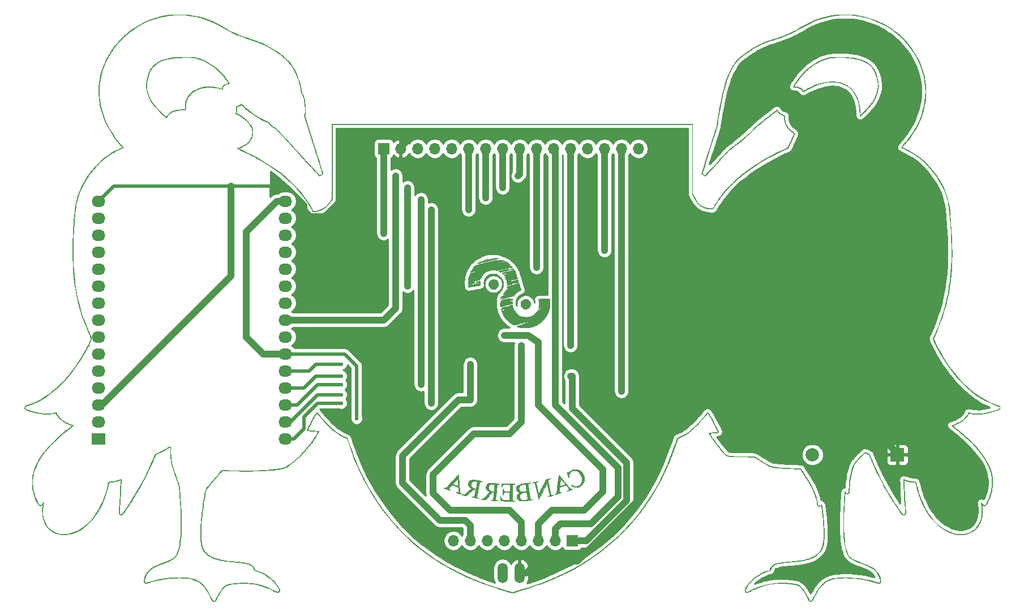
<source format=gbl>
G04 #@! TF.FileFunction,Copper,L2,Bot,Signal*
%FSLAX46Y46*%
G04 Gerber Fmt 4.6, Leading zero omitted, Abs format (unit mm)*
G04 Created by KiCad (PCBNEW 4.0.4+e1-6308~48~ubuntu16.04.1-stable) date Sat Jan 14 12:07:25 2017*
%MOMM*%
%LPD*%
G01*
G04 APERTURE LIST*
%ADD10C,0.100000*%
%ADD11C,0.010000*%
%ADD12O,1.506220X3.014980*%
%ADD13O,2.032000X1.727200*%
%ADD14R,2.032000X1.727200*%
%ADD15R,1.700000X1.700000*%
%ADD16O,1.700000X1.700000*%
%ADD17R,2.000000X2.000000*%
%ADD18C,2.000000*%
%ADD19C,0.600000*%
%ADD20C,1.000000*%
%ADD21C,0.500000*%
%ADD22C,0.250000*%
%ADD23C,0.254000*%
G04 APERTURE END LIST*
D10*
D11*
G36*
X202908493Y-57904907D02*
X203176839Y-57908171D01*
X203425816Y-57913621D01*
X203645707Y-57921258D01*
X203826798Y-57931081D01*
X203959373Y-57943091D01*
X203960541Y-57943237D01*
X204815958Y-58077629D01*
X205643394Y-58262571D01*
X206445548Y-58498931D01*
X207225117Y-58787578D01*
X207984800Y-59129379D01*
X208529232Y-59413439D01*
X208724558Y-59526460D01*
X208952672Y-59666716D01*
X209200388Y-59825442D01*
X209454521Y-59993873D01*
X209701886Y-60163244D01*
X209929297Y-60324791D01*
X210123568Y-60469749D01*
X210154384Y-60493704D01*
X210792033Y-61028349D01*
X211387365Y-61599268D01*
X211938788Y-62203959D01*
X212444713Y-62839917D01*
X212903549Y-63504639D01*
X213313706Y-64195619D01*
X213673592Y-64910355D01*
X213981618Y-65646343D01*
X214236192Y-66401077D01*
X214435725Y-67172055D01*
X214455919Y-67265665D01*
X214565802Y-67896385D01*
X214637172Y-68556894D01*
X214669634Y-69232748D01*
X214662793Y-69909502D01*
X214616254Y-70572714D01*
X214558809Y-71028034D01*
X214410447Y-71812984D01*
X214204784Y-72588191D01*
X213942226Y-73352824D01*
X213623176Y-74106052D01*
X213248042Y-74847047D01*
X212817228Y-75574977D01*
X212331140Y-76289014D01*
X211790182Y-76988326D01*
X211456794Y-77380763D01*
X211351318Y-77502377D01*
X211261033Y-77609277D01*
X211192383Y-77693605D01*
X211151810Y-77747503D01*
X211143545Y-77762710D01*
X211169127Y-77783171D01*
X211237792Y-77820288D01*
X211338617Y-77868517D01*
X211442798Y-77914683D01*
X211848507Y-78102874D01*
X212275338Y-78327055D01*
X212707345Y-78578098D01*
X213128580Y-78846879D01*
X213401399Y-79035603D01*
X214022875Y-79514670D01*
X214612604Y-80037419D01*
X215168013Y-80599887D01*
X215686529Y-81198111D01*
X216165578Y-81828128D01*
X216602587Y-82485972D01*
X216994982Y-83167683D01*
X217340189Y-83869295D01*
X217635636Y-84586845D01*
X217878749Y-85316371D01*
X218066954Y-86053909D01*
X218116356Y-86297229D01*
X218146198Y-86459587D01*
X218172053Y-86613957D01*
X218195281Y-86771034D01*
X218217241Y-86941516D01*
X218239295Y-87136098D01*
X218262802Y-87365478D01*
X218289123Y-87640351D01*
X218294554Y-87698609D01*
X218403698Y-88987040D01*
X218486858Y-90225903D01*
X218543985Y-91417943D01*
X218575027Y-92565908D01*
X218579932Y-93672547D01*
X218558649Y-94740606D01*
X218511127Y-95772832D01*
X218437315Y-96771973D01*
X218337160Y-97740777D01*
X218210613Y-98681991D01*
X218074043Y-99508149D01*
X217884151Y-100451147D01*
X217653949Y-101395111D01*
X217381740Y-102345359D01*
X217065824Y-103307208D01*
X216704504Y-104285974D01*
X216296081Y-105286976D01*
X216044126Y-105863776D01*
X215808387Y-106391367D01*
X215889405Y-106584586D01*
X215969164Y-106767067D01*
X216070696Y-106987442D01*
X216187555Y-107232485D01*
X216313298Y-107488970D01*
X216441478Y-107743671D01*
X216565649Y-107983362D01*
X216629677Y-108103590D01*
X217100488Y-108934174D01*
X217605626Y-109743635D01*
X218141405Y-110527510D01*
X218704137Y-111281339D01*
X219290136Y-112000660D01*
X219895714Y-112681014D01*
X220517184Y-113317939D01*
X221150860Y-113906973D01*
X221793055Y-114443656D01*
X222005405Y-114607895D01*
X222571471Y-115011838D01*
X223152839Y-115378287D01*
X223742338Y-115703492D01*
X224332797Y-115983706D01*
X224917045Y-116215179D01*
X225346173Y-116354347D01*
X225521613Y-116414237D01*
X225645111Y-116478735D01*
X225723107Y-116553416D01*
X225762042Y-116643854D01*
X225769506Y-116720749D01*
X225766333Y-116807188D01*
X225752483Y-116877230D01*
X225721462Y-116935544D01*
X225666776Y-116986799D01*
X225581931Y-117035663D01*
X225460432Y-117086806D01*
X225295786Y-117144897D01*
X225083414Y-117213991D01*
X224476566Y-117391682D01*
X223894214Y-117529556D01*
X223339033Y-117627339D01*
X222813698Y-117684757D01*
X222320883Y-117701536D01*
X221863261Y-117677403D01*
X221443507Y-117612083D01*
X221366450Y-117594561D01*
X221226401Y-117561528D01*
X221133498Y-117543650D01*
X221078066Y-117542628D01*
X221050430Y-117560162D01*
X221040915Y-117597955D01*
X221039851Y-117651983D01*
X221035384Y-117708651D01*
X221017610Y-117763669D01*
X220979967Y-117828473D01*
X220915897Y-117914500D01*
X220826302Y-118024225D01*
X220484470Y-118393359D01*
X220115491Y-118712637D01*
X219721259Y-118980746D01*
X219303668Y-119196373D01*
X218930546Y-119337802D01*
X218818705Y-119376663D01*
X218731731Y-119412826D01*
X218682056Y-119440824D01*
X218675087Y-119450166D01*
X218697062Y-119476881D01*
X218758310Y-119533088D01*
X218851754Y-119612765D01*
X218970317Y-119709890D01*
X219106919Y-119818443D01*
X219120253Y-119828878D01*
X219855056Y-120418771D01*
X220533857Y-120996457D01*
X221157499Y-121563065D01*
X221726829Y-122119721D01*
X222242691Y-122667555D01*
X222705930Y-123207695D01*
X223117391Y-123741268D01*
X223477920Y-124269404D01*
X223788360Y-124793229D01*
X224049557Y-125313873D01*
X224262356Y-125832463D01*
X224427603Y-126350128D01*
X224546141Y-126867995D01*
X224588541Y-127130097D01*
X224611657Y-127358253D01*
X224624676Y-127626443D01*
X224627953Y-127918660D01*
X224621843Y-128218898D01*
X224606698Y-128511151D01*
X224582873Y-128779413D01*
X224550722Y-129007679D01*
X224546492Y-129030720D01*
X224438334Y-129496937D01*
X224288686Y-129980254D01*
X224103488Y-130463717D01*
X223888683Y-130930371D01*
X223863284Y-130980374D01*
X223779438Y-131139614D01*
X223711945Y-131253312D01*
X223652870Y-131329027D01*
X223594278Y-131374316D01*
X223528232Y-131396737D01*
X223446797Y-131403848D01*
X223418358Y-131404126D01*
X223316884Y-131399907D01*
X223249437Y-131381608D01*
X223191923Y-131340763D01*
X223165314Y-131315230D01*
X223108441Y-131264072D01*
X223069708Y-131239730D01*
X223062623Y-131240128D01*
X223060320Y-131273179D01*
X223065516Y-131350528D01*
X223077123Y-131458716D01*
X223085790Y-131526093D01*
X223105417Y-131724052D01*
X223117069Y-131958150D01*
X223120890Y-132211462D01*
X223117023Y-132467062D01*
X223105613Y-132708024D01*
X223086805Y-132917424D01*
X223073122Y-133014426D01*
X222972762Y-133461707D01*
X222827550Y-133876429D01*
X222638840Y-134256230D01*
X222407984Y-134598749D01*
X222136337Y-134901624D01*
X221854729Y-135140871D01*
X221508917Y-135362060D01*
X221134482Y-135534519D01*
X220735421Y-135657943D01*
X220315732Y-135732030D01*
X219879414Y-135756477D01*
X219430465Y-135730981D01*
X218972883Y-135655239D01*
X218510666Y-135528949D01*
X218204243Y-135417454D01*
X217709125Y-135188566D01*
X217226585Y-134904678D01*
X216758867Y-134568260D01*
X216308217Y-134181782D01*
X215876879Y-133747713D01*
X215467099Y-133268523D01*
X215081120Y-132746682D01*
X214721187Y-132184660D01*
X214389546Y-131584925D01*
X214088442Y-130949947D01*
X214038813Y-130834816D01*
X213895141Y-130485062D01*
X213763488Y-130138838D01*
X213640799Y-129786372D01*
X213524018Y-129417889D01*
X213410090Y-129023617D01*
X213295959Y-128593782D01*
X213178571Y-128118613D01*
X213143448Y-127970792D01*
X213131819Y-127942650D01*
X213105423Y-127923315D01*
X213053312Y-127909953D01*
X212964539Y-127899730D01*
X212831439Y-127890027D01*
X212446349Y-127846146D01*
X212051500Y-127767105D01*
X211700343Y-127666567D01*
X211585623Y-127628723D01*
X211492759Y-127599193D01*
X211434934Y-127582116D01*
X211422958Y-127579528D01*
X211413802Y-127607936D01*
X211408596Y-127690304D01*
X211407145Y-127822347D01*
X211409254Y-127999782D01*
X211414729Y-128218326D01*
X211423374Y-128473694D01*
X211434994Y-128761603D01*
X211449395Y-129077768D01*
X211466381Y-129417907D01*
X211485758Y-129777735D01*
X211507330Y-130152968D01*
X211530903Y-130539323D01*
X211556281Y-130932516D01*
X211583270Y-131328263D01*
X211611234Y-131716349D01*
X211626141Y-131929283D01*
X211638276Y-132126177D01*
X211647251Y-132298608D01*
X211652678Y-132438153D01*
X211654169Y-132536388D01*
X211651334Y-132584890D01*
X211651307Y-132584998D01*
X211598789Y-132683745D01*
X211505860Y-132759514D01*
X211389427Y-132800485D01*
X211337439Y-132804471D01*
X211242690Y-132795040D01*
X211162507Y-132773021D01*
X211149899Y-132766944D01*
X211099408Y-132722321D01*
X211022042Y-132631362D01*
X210920400Y-132498137D01*
X210797084Y-132326717D01*
X210654692Y-132121170D01*
X210495825Y-131885567D01*
X210323083Y-131623978D01*
X210139066Y-131340471D01*
X209946375Y-131039117D01*
X209747610Y-130723986D01*
X209545370Y-130399147D01*
X209342255Y-130068670D01*
X209140867Y-129736625D01*
X208943805Y-129407081D01*
X208753669Y-129084108D01*
X208573059Y-128771777D01*
X208404576Y-128474156D01*
X208385948Y-128440793D01*
X207827026Y-127398575D01*
X207289930Y-126315768D01*
X206772094Y-125186998D01*
X206276823Y-124021244D01*
X206164793Y-123747442D01*
X205872839Y-123634580D01*
X205753106Y-123588557D01*
X205655544Y-123551552D01*
X205591696Y-123527912D01*
X205572668Y-123521543D01*
X205543280Y-123541137D01*
X205479927Y-123595934D01*
X205389383Y-123679308D01*
X205278422Y-123784630D01*
X205153817Y-123905274D01*
X205022344Y-124034612D01*
X204890776Y-124166017D01*
X204765887Y-124292862D01*
X204654452Y-124408520D01*
X204563243Y-124506363D01*
X204542473Y-124529417D01*
X204354821Y-124743030D01*
X204202759Y-124925136D01*
X204080316Y-125085242D01*
X203981522Y-125232858D01*
X203900408Y-125377492D01*
X203831004Y-125528654D01*
X203767341Y-125695853D01*
X203718188Y-125842402D01*
X203605437Y-126215810D01*
X203509957Y-126585604D01*
X203430078Y-126961863D01*
X203364131Y-127354668D01*
X203310447Y-127774097D01*
X203267358Y-128230230D01*
X203233193Y-128733148D01*
X203229942Y-128791138D01*
X203218497Y-128975193D01*
X203205538Y-129143860D01*
X203192061Y-129286707D01*
X203179064Y-129393305D01*
X203167543Y-129453223D01*
X203166335Y-129456710D01*
X203117052Y-129530023D01*
X203052821Y-129580790D01*
X202950201Y-129613656D01*
X202835351Y-129621078D01*
X202733254Y-129603086D01*
X202688822Y-129580342D01*
X202637505Y-129546348D01*
X202607746Y-129548146D01*
X202590342Y-129593550D01*
X202578130Y-129674298D01*
X202569414Y-129758867D01*
X202558126Y-129893811D01*
X202544767Y-130071199D01*
X202529836Y-130283095D01*
X202513837Y-130521567D01*
X202497270Y-130778681D01*
X202480636Y-131046503D01*
X202464437Y-131317099D01*
X202449173Y-131582537D01*
X202435346Y-131834882D01*
X202423458Y-132066202D01*
X202414009Y-132268561D01*
X202413532Y-132279577D01*
X202403441Y-132560618D01*
X202395551Y-132877394D01*
X202389861Y-133219675D01*
X202386372Y-133577231D01*
X202385081Y-133939831D01*
X202385989Y-134297243D01*
X202389094Y-134639238D01*
X202394397Y-134955584D01*
X202401896Y-135236052D01*
X202411591Y-135470410D01*
X202413753Y-135510140D01*
X202454766Y-136092916D01*
X202508471Y-136629123D01*
X202574551Y-137117180D01*
X202652688Y-137555510D01*
X202742568Y-137942534D01*
X202843873Y-138276672D01*
X202956286Y-138556346D01*
X203064472Y-138756665D01*
X203182792Y-138924801D01*
X203318881Y-139078658D01*
X203478069Y-139221559D01*
X203665686Y-139356825D01*
X203887059Y-139487779D01*
X204147518Y-139617742D01*
X204452393Y-139750035D01*
X204807012Y-139887980D01*
X204982380Y-139952116D01*
X205251192Y-140049395D01*
X205473653Y-140131373D01*
X205658654Y-140201649D01*
X205815090Y-140263824D01*
X205951855Y-140321500D01*
X206077842Y-140378278D01*
X206201946Y-140437757D01*
X206288532Y-140480944D01*
X206668915Y-140699088D01*
X206997979Y-140944077D01*
X207277038Y-141217469D01*
X207507403Y-141520819D01*
X207690385Y-141855681D01*
X207827297Y-142223612D01*
X207860780Y-142345376D01*
X207900832Y-142513993D01*
X207922841Y-142639484D01*
X207927406Y-142734060D01*
X207915129Y-142809927D01*
X207887020Y-142878503D01*
X207826970Y-142959296D01*
X207743561Y-143007414D01*
X207631047Y-143023201D01*
X207483684Y-143006999D01*
X207295723Y-142959151D01*
X207176956Y-142920831D01*
X206609944Y-142747176D01*
X205998539Y-142595680D01*
X205352985Y-142467911D01*
X204683526Y-142365437D01*
X204000409Y-142289826D01*
X203313878Y-142242645D01*
X202634179Y-142225461D01*
X202632150Y-142225456D01*
X202113686Y-142233143D01*
X201645918Y-142259756D01*
X201223808Y-142306812D01*
X200842316Y-142375825D01*
X200496404Y-142468312D01*
X200181033Y-142585789D01*
X199891164Y-142729771D01*
X199621758Y-142901775D01*
X199367778Y-143103317D01*
X199201870Y-143257459D01*
X199055054Y-143407142D01*
X198920523Y-143556746D01*
X198793632Y-143713238D01*
X198669739Y-143883583D01*
X198544201Y-144074747D01*
X198412373Y-144293694D01*
X198269614Y-144547390D01*
X198111279Y-144842800D01*
X197990495Y-145074643D01*
X197899873Y-145246105D01*
X197814367Y-145400408D01*
X197738940Y-145529132D01*
X197678554Y-145623860D01*
X197638172Y-145676175D01*
X197633398Y-145680447D01*
X197542299Y-145723371D01*
X197427590Y-145739888D01*
X197313650Y-145729554D01*
X197224858Y-145691925D01*
X197219876Y-145687977D01*
X197189272Y-145647533D01*
X197137906Y-145562874D01*
X197070409Y-145442364D01*
X196991412Y-145294368D01*
X196905545Y-145127251D01*
X196868350Y-145052977D01*
X196670981Y-144671464D01*
X196483281Y-144343156D01*
X196301667Y-144064391D01*
X196122558Y-143831504D01*
X195942372Y-143640834D01*
X195757528Y-143488718D01*
X195564443Y-143371493D01*
X195359535Y-143285497D01*
X195139224Y-143227066D01*
X195070541Y-143214521D01*
X194324683Y-143109328D01*
X193613894Y-143047462D01*
X192933884Y-143029121D01*
X192280361Y-143054504D01*
X191649034Y-143123807D01*
X191035611Y-143237227D01*
X190435802Y-143394963D01*
X190311690Y-143433571D01*
X190029647Y-143527264D01*
X189755213Y-143626430D01*
X189477010Y-143735733D01*
X189183658Y-143859838D01*
X188863781Y-144003410D01*
X188505998Y-144171114D01*
X188464771Y-144190789D01*
X188284326Y-144276186D01*
X188147708Y-144338308D01*
X188046621Y-144380196D01*
X187972767Y-144404886D01*
X187917846Y-144415418D01*
X187873562Y-144414830D01*
X187859082Y-144412568D01*
X187727379Y-144363607D01*
X187638204Y-144274861D01*
X187592839Y-144147689D01*
X187590167Y-144127885D01*
X187586079Y-144059880D01*
X187593887Y-143996860D01*
X187618195Y-143924064D01*
X187663608Y-143826731D01*
X187715263Y-143726902D01*
X187898690Y-143420667D01*
X188127615Y-143106463D01*
X188392305Y-142795265D01*
X188683028Y-142498052D01*
X188990050Y-142225801D01*
X189173069Y-142082683D01*
X189564029Y-141815614D01*
X189977870Y-141575871D01*
X190400933Y-141370341D01*
X190819560Y-141205909D01*
X191063586Y-141129656D01*
X191360601Y-141046572D01*
X191394939Y-140911969D01*
X191480716Y-140690719D01*
X191618248Y-140496416D01*
X191807456Y-140329122D01*
X192048262Y-140188902D01*
X192340586Y-140075817D01*
X192494898Y-140032276D01*
X192628900Y-140000341D01*
X192770241Y-139971199D01*
X192925550Y-139943983D01*
X193101456Y-139917826D01*
X193304589Y-139891860D01*
X193541578Y-139865219D01*
X193819052Y-139837037D01*
X194143641Y-139806446D01*
X194395264Y-139783771D01*
X194843354Y-139742242D01*
X195239493Y-139701557D01*
X195590090Y-139660641D01*
X195901553Y-139618422D01*
X196180290Y-139573826D01*
X196432711Y-139525782D01*
X196665223Y-139473215D01*
X196884235Y-139415052D01*
X197096156Y-139350221D01*
X197207666Y-139312832D01*
X197637336Y-139141760D01*
X198022215Y-138940773D01*
X198360305Y-138711267D01*
X198649610Y-138454636D01*
X198888135Y-138172276D01*
X198933899Y-138106392D01*
X199064137Y-137868815D01*
X199173004Y-137577445D01*
X199260504Y-137232220D01*
X199326641Y-136833079D01*
X199371420Y-136379961D01*
X199394844Y-135872807D01*
X199396917Y-135311554D01*
X199377643Y-134696142D01*
X199337027Y-134026510D01*
X199275072Y-133302598D01*
X199259675Y-133146893D01*
X199244110Y-132999522D01*
X199224590Y-132825066D01*
X199202161Y-132631874D01*
X199177868Y-132428295D01*
X199152754Y-132222680D01*
X199127867Y-132023378D01*
X199104249Y-131838740D01*
X199082947Y-131677116D01*
X199065006Y-131546854D01*
X199051469Y-131456305D01*
X199043382Y-131413820D01*
X199042545Y-131411866D01*
X199016083Y-131419833D01*
X198955550Y-131447912D01*
X198922342Y-131464799D01*
X198783288Y-131510519D01*
X198650977Y-131503778D01*
X198535693Y-131445921D01*
X198496935Y-131409087D01*
X198446355Y-131335413D01*
X198415229Y-131241065D01*
X198399373Y-131137226D01*
X198347407Y-130770711D01*
X198271678Y-130406587D01*
X198169989Y-130039625D01*
X198040141Y-129664597D01*
X197879939Y-129276275D01*
X197687184Y-128869431D01*
X197459680Y-128438836D01*
X197195230Y-127979262D01*
X196891636Y-127485481D01*
X196812232Y-127360563D01*
X196688400Y-127166360D01*
X196552936Y-126953034D01*
X196417058Y-126738306D01*
X196291980Y-126539896D01*
X196202411Y-126397115D01*
X196112270Y-126253743D01*
X196031779Y-126127208D01*
X195966425Y-126026022D01*
X195921698Y-125958695D01*
X195903990Y-125934436D01*
X195869789Y-125927626D01*
X195784381Y-125919935D01*
X195654934Y-125911740D01*
X195488618Y-125903418D01*
X195292604Y-125895345D01*
X195074059Y-125887899D01*
X194949449Y-125884278D01*
X194525882Y-125870500D01*
X194103274Y-125852557D01*
X193688693Y-125830965D01*
X193289207Y-125806242D01*
X192911886Y-125778904D01*
X192563798Y-125749470D01*
X192252010Y-125718456D01*
X191983593Y-125686378D01*
X191765615Y-125653755D01*
X191742265Y-125649665D01*
X191597026Y-125617681D01*
X191446141Y-125571394D01*
X191284102Y-125507985D01*
X191105402Y-125424632D01*
X190904535Y-125318517D01*
X190675991Y-125186819D01*
X190414265Y-125026719D01*
X190113848Y-124835397D01*
X189972255Y-124743384D01*
X189790206Y-124626018D01*
X189608998Y-124511938D01*
X189439269Y-124407641D01*
X189291661Y-124319622D01*
X189176811Y-124254376D01*
X189136056Y-124232859D01*
X188894675Y-124110776D01*
X187194562Y-124095821D01*
X186778322Y-124091998D01*
X186415949Y-124087871D01*
X186102922Y-124082715D01*
X185834717Y-124075808D01*
X185606814Y-124066426D01*
X185414690Y-124053845D01*
X185253823Y-124037343D01*
X185119691Y-124016196D01*
X185007772Y-123989681D01*
X184913544Y-123957074D01*
X184832485Y-123917652D01*
X184760073Y-123870692D01*
X184691786Y-123815470D01*
X184623101Y-123751262D01*
X184549497Y-123677347D01*
X184544097Y-123671844D01*
X184341934Y-123456537D01*
X184116770Y-123200356D01*
X183875868Y-122912361D01*
X183626494Y-122601612D01*
X183375911Y-122277169D01*
X183131383Y-121948093D01*
X182900176Y-121623443D01*
X182890192Y-121609069D01*
X182783592Y-121452540D01*
X182674480Y-121287217D01*
X182567728Y-121121032D01*
X182468208Y-120961914D01*
X182380793Y-120817793D01*
X182310356Y-120696600D01*
X182261768Y-120606265D01*
X182239902Y-120554718D01*
X182239161Y-120549481D01*
X182250924Y-120529432D01*
X182290768Y-120513197D01*
X182365529Y-120499707D01*
X182482042Y-120487891D01*
X182647141Y-120476677D01*
X182735483Y-120471736D01*
X182912517Y-120460187D01*
X183087127Y-120445097D01*
X183248879Y-120427753D01*
X183387335Y-120409441D01*
X183492062Y-120391449D01*
X183552624Y-120375062D01*
X183561516Y-120369888D01*
X183553493Y-120340450D01*
X183521608Y-120265875D01*
X183469158Y-120152715D01*
X183399442Y-120007522D01*
X183315760Y-119836847D01*
X183221409Y-119647243D01*
X183119688Y-119445261D01*
X183013895Y-119237454D01*
X182907330Y-119030372D01*
X182803291Y-118830569D01*
X182705076Y-118644596D01*
X182615985Y-118479004D01*
X182543177Y-118347204D01*
X182454863Y-118194753D01*
X182361904Y-118042106D01*
X182269849Y-117897549D01*
X182184246Y-117769362D01*
X182110645Y-117665831D01*
X182054594Y-117595238D01*
X182021644Y-117565866D01*
X182019506Y-117565505D01*
X181985802Y-117587570D01*
X181932891Y-117644663D01*
X181887066Y-117704183D01*
X181747038Y-117889240D01*
X181570840Y-118105240D01*
X181365898Y-118344281D01*
X181139638Y-118598463D01*
X180899486Y-118859885D01*
X180652868Y-119120646D01*
X180407211Y-119372845D01*
X180169941Y-119608582D01*
X179948484Y-119819955D01*
X179750266Y-119999063D01*
X179650514Y-120083699D01*
X179267427Y-120387305D01*
X178908686Y-120646540D01*
X178566917Y-120866061D01*
X178234749Y-121050521D01*
X177904809Y-121204578D01*
X177819527Y-121239805D01*
X177533292Y-121354992D01*
X177262578Y-122168122D01*
X176774616Y-123550650D01*
X176244698Y-124892979D01*
X175672887Y-126195007D01*
X175059243Y-127456634D01*
X174403828Y-128677757D01*
X173706705Y-129858276D01*
X172967934Y-130998088D01*
X172187578Y-132097092D01*
X171365697Y-133155187D01*
X170502355Y-134172272D01*
X169597612Y-135148244D01*
X169020898Y-135727775D01*
X168062720Y-136626239D01*
X167068648Y-137482066D01*
X166037707Y-138295853D01*
X164968926Y-139068196D01*
X163861330Y-139799691D01*
X162713948Y-140490936D01*
X161525806Y-141142527D01*
X160295931Y-141755060D01*
X159023350Y-142329133D01*
X157707090Y-142865341D01*
X156868357Y-143179141D01*
X156692712Y-143241595D01*
X156482558Y-143314455D01*
X156243270Y-143395991D01*
X155980224Y-143484470D01*
X155698797Y-143578163D01*
X155404364Y-143675338D01*
X155102302Y-143774264D01*
X154797986Y-143873210D01*
X154496794Y-143970444D01*
X154204101Y-144064236D01*
X153925284Y-144152855D01*
X153665718Y-144234570D01*
X153430780Y-144307649D01*
X153225845Y-144370362D01*
X153056291Y-144420977D01*
X152927492Y-144457763D01*
X152844827Y-144478990D01*
X152816920Y-144483666D01*
X152773810Y-144474867D01*
X152680426Y-144449558D01*
X152541997Y-144409367D01*
X152363751Y-144355926D01*
X152150916Y-144290864D01*
X151908720Y-144215812D01*
X151642392Y-144132401D01*
X151357159Y-144042259D01*
X151058250Y-143947017D01*
X150750892Y-143848307D01*
X150440314Y-143747756D01*
X150131743Y-143646997D01*
X150095023Y-143634945D01*
X149328402Y-143377537D01*
X148609041Y-143123829D01*
X147926361Y-142869541D01*
X147269779Y-142610392D01*
X146628715Y-142342099D01*
X145992588Y-142060382D01*
X145350815Y-141760958D01*
X144796058Y-141490861D01*
X144049968Y-141111948D01*
X143347534Y-140735521D01*
X142674952Y-140353677D01*
X142018419Y-139958516D01*
X141364132Y-139542132D01*
X141175828Y-139418264D01*
X140065783Y-138648692D01*
X138996980Y-137837873D01*
X137969368Y-136985748D01*
X136982893Y-136092258D01*
X136037503Y-135157343D01*
X135133146Y-134180944D01*
X134269769Y-133163001D01*
X133447321Y-132103455D01*
X132665748Y-131002246D01*
X131924999Y-129859316D01*
X131225021Y-128674604D01*
X130565761Y-127448051D01*
X130476704Y-127272977D01*
X130119381Y-126547071D01*
X129785023Y-125827938D01*
X129468772Y-125103874D01*
X129165770Y-124363177D01*
X128871159Y-123594143D01*
X128580080Y-122785070D01*
X128417900Y-122313362D01*
X128092885Y-121353517D01*
X127909617Y-121284621D01*
X127723997Y-121206482D01*
X127506762Y-121101456D01*
X127272950Y-120977765D01*
X127037602Y-120843634D01*
X126815756Y-120707286D01*
X126645884Y-120593575D01*
X126203374Y-120260724D01*
X125750345Y-119878708D01*
X125293542Y-119454145D01*
X124839706Y-118993653D01*
X124395580Y-118503848D01*
X123967907Y-117991348D01*
X123875789Y-117875053D01*
X123785156Y-117761416D01*
X123706643Y-117666535D01*
X123647475Y-117598880D01*
X123614880Y-117566924D01*
X123611734Y-117565505D01*
X123574727Y-117590651D01*
X123514422Y-117662691D01*
X123434107Y-117776531D01*
X123337067Y-117927076D01*
X123226588Y-118109233D01*
X123105956Y-118317908D01*
X122980876Y-118543551D01*
X122883102Y-118725136D01*
X122780359Y-118918880D01*
X122676100Y-119117981D01*
X122573775Y-119315636D01*
X122476838Y-119505044D01*
X122388739Y-119679401D01*
X122312932Y-119831906D01*
X122252866Y-119955757D01*
X122211995Y-120044150D01*
X122193770Y-120090284D01*
X122193457Y-120095280D01*
X122235302Y-120109698D01*
X122331552Y-120126012D01*
X122478267Y-120143803D01*
X122671505Y-120162651D01*
X122907327Y-120182136D01*
X123181792Y-120201839D01*
X123214623Y-120204032D01*
X123397213Y-120217023D01*
X123559805Y-120230277D01*
X123693459Y-120242925D01*
X123789233Y-120254102D01*
X123838188Y-120262940D01*
X123842306Y-120264895D01*
X123840224Y-120301402D01*
X123810206Y-120379904D01*
X123756199Y-120493479D01*
X123682145Y-120635203D01*
X123591991Y-120798153D01*
X123489682Y-120975404D01*
X123379161Y-121160033D01*
X123264375Y-121345116D01*
X123149268Y-121523731D01*
X123037785Y-121688953D01*
X123001038Y-121741367D01*
X122691873Y-122161801D01*
X122365461Y-122576571D01*
X122025568Y-122982222D01*
X121675960Y-123375299D01*
X121320403Y-123752346D01*
X120962663Y-124109909D01*
X120606507Y-124444533D01*
X120255701Y-124752763D01*
X119914010Y-125031143D01*
X119585200Y-125276220D01*
X119273039Y-125484538D01*
X118981291Y-125652641D01*
X118713723Y-125777076D01*
X118534793Y-125838648D01*
X118342117Y-125884908D01*
X118095997Y-125930296D01*
X117801378Y-125974337D01*
X117463205Y-126016556D01*
X117086424Y-126056478D01*
X116675981Y-126093631D01*
X116236819Y-126127538D01*
X115773886Y-126157726D01*
X115292125Y-126183720D01*
X114796483Y-126205046D01*
X114666403Y-126209752D01*
X114425433Y-126216421D01*
X114134379Y-126221633D01*
X113801531Y-126225426D01*
X113435176Y-126227838D01*
X113043604Y-126228904D01*
X112635101Y-126228663D01*
X112217957Y-126227151D01*
X111800460Y-126224405D01*
X111390899Y-126220463D01*
X110997562Y-126215361D01*
X110628736Y-126209136D01*
X110292712Y-126201826D01*
X109997777Y-126193468D01*
X109850378Y-126188216D01*
X109382035Y-126169935D01*
X109046694Y-126590076D01*
X108935704Y-126726344D01*
X108794713Y-126895128D01*
X108632917Y-127085670D01*
X108459514Y-127287206D01*
X108283700Y-127488978D01*
X108122086Y-127671902D01*
X107883547Y-127940950D01*
X107681528Y-128171948D01*
X107512684Y-128369514D01*
X107373672Y-128538264D01*
X107261147Y-128682814D01*
X107171765Y-128807780D01*
X107102182Y-128917779D01*
X107049052Y-129017426D01*
X107009033Y-129111340D01*
X106978778Y-129204134D01*
X106960641Y-129275098D01*
X106899990Y-129555432D01*
X106835986Y-129885660D01*
X106769857Y-130257466D01*
X106702834Y-130662532D01*
X106636147Y-131092542D01*
X106571025Y-131539179D01*
X106508698Y-131994126D01*
X106450395Y-132449067D01*
X106397346Y-132895685D01*
X106350781Y-133325663D01*
X106328576Y-133549988D01*
X106307736Y-133802299D01*
X106289591Y-134088702D01*
X106274329Y-134399509D01*
X106262135Y-134725028D01*
X106253198Y-135055572D01*
X106247703Y-135381451D01*
X106245839Y-135692975D01*
X106247791Y-135980454D01*
X106253747Y-136234200D01*
X106263894Y-136444523D01*
X106270991Y-136534607D01*
X106310861Y-136895967D01*
X106359499Y-137207241D01*
X106419940Y-137476450D01*
X106495215Y-137711616D01*
X106588360Y-137920762D01*
X106702405Y-138111910D01*
X106840385Y-138293082D01*
X107002610Y-138469550D01*
X107182979Y-138640913D01*
X107361588Y-138785350D01*
X107554911Y-138914346D01*
X107779420Y-139039382D01*
X107922265Y-139110676D01*
X108183928Y-139227148D01*
X108462759Y-139330561D01*
X108764496Y-139422156D01*
X109094883Y-139503172D01*
X109459659Y-139574848D01*
X109864567Y-139638424D01*
X110315347Y-139695141D01*
X110817741Y-139746237D01*
X110900196Y-139753698D01*
X111284857Y-139788270D01*
X111616868Y-139818890D01*
X111901779Y-139846291D01*
X112145142Y-139871209D01*
X112352508Y-139894375D01*
X112529429Y-139916524D01*
X112681456Y-139938389D01*
X112814140Y-139960704D01*
X112933034Y-139984203D01*
X113043688Y-140009619D01*
X113151655Y-140037685D01*
X113241926Y-140063149D01*
X113512411Y-140157147D01*
X113734990Y-140269909D01*
X113918420Y-140406098D01*
X113960799Y-140445939D01*
X114048384Y-140546950D01*
X114129448Y-140665994D01*
X114194698Y-140786619D01*
X114234841Y-140892376D01*
X114243069Y-140945640D01*
X114249197Y-140987041D01*
X114273619Y-141020694D01*
X114325397Y-141051624D01*
X114413590Y-141084853D01*
X114547260Y-141125404D01*
X114588556Y-141137193D01*
X115076965Y-141303236D01*
X115554657Y-141519381D01*
X116015278Y-141780737D01*
X116452476Y-142082409D01*
X116859896Y-142419506D01*
X117231186Y-142787134D01*
X117559992Y-143180399D01*
X117839961Y-143594410D01*
X117889704Y-143679568D01*
X117962052Y-143812144D01*
X118007257Y-143911194D01*
X118030855Y-143991578D01*
X118038384Y-144068155D01*
X118038472Y-144078764D01*
X118014805Y-144220122D01*
X117946537Y-144327069D01*
X117837768Y-144394456D01*
X117774018Y-144410964D01*
X117730418Y-144415715D01*
X117684293Y-144412758D01*
X117627518Y-144399108D01*
X117551971Y-144371782D01*
X117449526Y-144327795D01*
X117312060Y-144264163D01*
X117131448Y-144177901D01*
X117105333Y-144165330D01*
X116556463Y-143910947D01*
X116041792Y-143693981D01*
X115552915Y-143511918D01*
X115081429Y-143362242D01*
X114618929Y-143242441D01*
X114157012Y-143149999D01*
X113687273Y-143082402D01*
X113381805Y-143051291D01*
X113116225Y-143034830D01*
X112823118Y-143028214D01*
X112510341Y-143030736D01*
X112185754Y-143041692D01*
X111857215Y-143060376D01*
X111532582Y-143086083D01*
X111219714Y-143118108D01*
X110926469Y-143155747D01*
X110660707Y-143198293D01*
X110430285Y-143245042D01*
X110243062Y-143295288D01*
X110114808Y-143344439D01*
X109943243Y-143439074D01*
X109781430Y-143554982D01*
X109625680Y-143696856D01*
X109472307Y-143869389D01*
X109317626Y-144077273D01*
X109157948Y-144325203D01*
X108989588Y-144617870D01*
X108808859Y-144959968D01*
X108742371Y-145091506D01*
X108654222Y-145263661D01*
X108571625Y-145417585D01*
X108499244Y-145545118D01*
X108441744Y-145638102D01*
X108403791Y-145688377D01*
X108398544Y-145692884D01*
X108302525Y-145731284D01*
X108184613Y-145739724D01*
X108069720Y-145719380D01*
X107984858Y-145673379D01*
X107951208Y-145629355D01*
X107895858Y-145541453D01*
X107823529Y-145417863D01*
X107738944Y-145266777D01*
X107646825Y-145096387D01*
X107589868Y-144988230D01*
X107415406Y-144658560D01*
X107259375Y-144375593D01*
X107117079Y-144132418D01*
X106983820Y-143922124D01*
X106854900Y-143737798D01*
X106725623Y-143572530D01*
X106591291Y-143419409D01*
X106447205Y-143271522D01*
X106377408Y-143204343D01*
X106109611Y-142975268D01*
X105825232Y-142781415D01*
X105517512Y-142620019D01*
X105179694Y-142488316D01*
X104805022Y-142383542D01*
X104386736Y-142302933D01*
X104068472Y-142259878D01*
X103892784Y-142244863D01*
X103670387Y-142234076D01*
X103412802Y-142227440D01*
X103131551Y-142224875D01*
X102838157Y-142226306D01*
X102544141Y-142231655D01*
X102261026Y-142240843D01*
X102000333Y-142253794D01*
X101773585Y-142270431D01*
X101718242Y-142275689D01*
X100932928Y-142369099D01*
X100198382Y-142486005D01*
X99511665Y-142626983D01*
X98869842Y-142792606D01*
X98498436Y-142906208D01*
X98295614Y-142968428D01*
X98137619Y-143006945D01*
X98016065Y-143022099D01*
X97922568Y-143014227D01*
X97848743Y-142983672D01*
X97790120Y-142934911D01*
X97740368Y-142875541D01*
X97715721Y-142816961D01*
X97708750Y-142735617D01*
X97709561Y-142679451D01*
X97727095Y-142524788D01*
X97768746Y-142337492D01*
X97829288Y-142135411D01*
X97903494Y-141936393D01*
X97970238Y-141789272D01*
X98154875Y-141471611D01*
X98373934Y-141192372D01*
X98525591Y-141037872D01*
X98683319Y-140898471D01*
X98851823Y-140769429D01*
X99037545Y-140647386D01*
X99246923Y-140528980D01*
X99486398Y-140410850D01*
X99762410Y-140289635D01*
X100081399Y-140161975D01*
X100449805Y-140024507D01*
X100506633Y-140003949D01*
X100907639Y-139854235D01*
X101255470Y-139712869D01*
X101554352Y-139577491D01*
X101808509Y-139445738D01*
X102022168Y-139315249D01*
X102199552Y-139183664D01*
X102344889Y-139048620D01*
X102458464Y-138913148D01*
X102596713Y-138693541D01*
X102721099Y-138429459D01*
X102832031Y-138119122D01*
X102929924Y-137760749D01*
X103015188Y-137352559D01*
X103088236Y-136892771D01*
X103149481Y-136379604D01*
X103199333Y-135811276D01*
X103209636Y-135666655D01*
X103219646Y-135479053D01*
X103227836Y-135241941D01*
X103234206Y-134964172D01*
X103238758Y-134654596D01*
X103241490Y-134322067D01*
X103242404Y-133975436D01*
X103241501Y-133623556D01*
X103238779Y-133275279D01*
X103234241Y-132939456D01*
X103227885Y-132624941D01*
X103219714Y-132340586D01*
X103209726Y-132095242D01*
X103209479Y-132090218D01*
X103194207Y-131798288D01*
X103176195Y-131484049D01*
X103155952Y-131154371D01*
X103133987Y-130816125D01*
X103110810Y-130476183D01*
X103086930Y-130141416D01*
X103062857Y-129818695D01*
X103039100Y-129514891D01*
X103016169Y-129236876D01*
X102994573Y-128991520D01*
X102974821Y-128785694D01*
X102957423Y-128626271D01*
X102946478Y-128542977D01*
X102932447Y-128485326D01*
X102900827Y-128378311D01*
X102853493Y-128227616D01*
X102792317Y-128038929D01*
X102719175Y-127817935D01*
X102635939Y-127570321D01*
X102544484Y-127301773D01*
X102446685Y-127017978D01*
X102393237Y-126864241D01*
X102285612Y-126553530D01*
X102184848Y-126258562D01*
X102092719Y-125984779D01*
X102011003Y-125737621D01*
X101941474Y-125522528D01*
X101885908Y-125344942D01*
X101846082Y-125210302D01*
X101823771Y-125124050D01*
X101821464Y-125112517D01*
X101784735Y-124877046D01*
X101750868Y-124596560D01*
X101720879Y-124284405D01*
X101695781Y-123953927D01*
X101676590Y-123618473D01*
X101664320Y-123291390D01*
X101659987Y-122988551D01*
X101658934Y-122848823D01*
X101656155Y-122733016D01*
X101652053Y-122652077D01*
X101647033Y-122616951D01*
X101646232Y-122616310D01*
X101618190Y-122631472D01*
X101550822Y-122673033D01*
X101453452Y-122735103D01*
X101335406Y-122811793D01*
X101301955Y-122833744D01*
X100926573Y-123064012D01*
X100517550Y-123285492D01*
X100099494Y-123485364D01*
X99838972Y-123595858D01*
X99455598Y-123749613D01*
X99370683Y-123963938D01*
X98963843Y-124943770D01*
X98512234Y-125944229D01*
X98020817Y-126955342D01*
X97494551Y-127967134D01*
X96938397Y-128969632D01*
X96556260Y-129623206D01*
X96377533Y-129919683D01*
X96191958Y-130222203D01*
X96002376Y-130526497D01*
X95811626Y-130828297D01*
X95622548Y-131123336D01*
X95437980Y-131407344D01*
X95260764Y-131676055D01*
X95093737Y-131925200D01*
X94939741Y-132150511D01*
X94801614Y-132347719D01*
X94682196Y-132512557D01*
X94584326Y-132640757D01*
X94510845Y-132728050D01*
X94464592Y-132770169D01*
X94461510Y-132771760D01*
X94334133Y-132803487D01*
X94206049Y-132791044D01*
X94093941Y-132739020D01*
X94014488Y-132652007D01*
X94012379Y-132648152D01*
X94001462Y-132622674D01*
X93993163Y-132588479D01*
X93987649Y-132540694D01*
X93985086Y-132474449D01*
X93985643Y-132384874D01*
X93989486Y-132267096D01*
X93996780Y-132116245D01*
X94007694Y-131927450D01*
X94022394Y-131695839D01*
X94041047Y-131416543D01*
X94063820Y-131084690D01*
X94067982Y-131024586D01*
X94093282Y-130639252D01*
X94119350Y-130203389D01*
X94145774Y-129724849D01*
X94172139Y-129211481D01*
X94198032Y-128671135D01*
X94223038Y-128111662D01*
X94229401Y-127962681D01*
X94235929Y-127798816D01*
X94238817Y-127684940D01*
X94237337Y-127612725D01*
X94230760Y-127573842D01*
X94218358Y-127559961D01*
X94199403Y-127562755D01*
X94194594Y-127564651D01*
X93828505Y-127694315D01*
X93432477Y-127796415D01*
X93030665Y-127865370D01*
X92791248Y-127888893D01*
X92655487Y-127899036D01*
X92567202Y-127909372D01*
X92515536Y-127922734D01*
X92489635Y-127941958D01*
X92478643Y-127969880D01*
X92478494Y-127970575D01*
X92287206Y-128776882D01*
X92061805Y-129550278D01*
X91803479Y-130288730D01*
X91513415Y-130990206D01*
X91192800Y-131652672D01*
X90842821Y-132274096D01*
X90464664Y-132852445D01*
X90059517Y-133385686D01*
X89628568Y-133871787D01*
X89173002Y-134308714D01*
X88694007Y-134694435D01*
X88454533Y-134861849D01*
X87975831Y-135151529D01*
X87496244Y-135383422D01*
X87014060Y-135558125D01*
X86527565Y-135676237D01*
X86035045Y-135738353D01*
X85923529Y-135744660D01*
X85465207Y-135740049D01*
X85031810Y-135685251D01*
X84625304Y-135580864D01*
X84247657Y-135427488D01*
X83900836Y-135225721D01*
X83686462Y-135063573D01*
X83392597Y-134787829D01*
X83144654Y-134488189D01*
X82939084Y-134158676D01*
X82772334Y-133793311D01*
X82640852Y-133386116D01*
X82605042Y-133243436D01*
X82566080Y-133031167D01*
X82537102Y-132777261D01*
X82518656Y-132497704D01*
X82511288Y-132208483D01*
X82515546Y-131925583D01*
X82531977Y-131664991D01*
X82546598Y-131535505D01*
X82563370Y-131406002D01*
X82575626Y-131299934D01*
X82582075Y-131229314D01*
X82581987Y-131206084D01*
X82558760Y-131219941D01*
X82508316Y-131264442D01*
X82470686Y-131300969D01*
X82398091Y-131365351D01*
X82331747Y-131395631D01*
X82242323Y-131404004D01*
X82222570Y-131404126D01*
X82133097Y-131398145D01*
X82058936Y-131375398D01*
X81992752Y-131328676D01*
X81927207Y-131250771D01*
X81854964Y-131134476D01*
X81768687Y-130972582D01*
X81754023Y-130943804D01*
X81496097Y-130381845D01*
X81287119Y-129810696D01*
X81130029Y-129239087D01*
X81057760Y-128875151D01*
X81033363Y-128682572D01*
X81016138Y-128448083D01*
X81006082Y-128186337D01*
X81003195Y-127911987D01*
X81007475Y-127639685D01*
X81018919Y-127384083D01*
X81037525Y-127159834D01*
X81057992Y-127010397D01*
X81169471Y-126490747D01*
X81323231Y-125975272D01*
X81520444Y-125462391D01*
X81762284Y-124950524D01*
X82049922Y-124438091D01*
X82384532Y-123923512D01*
X82767286Y-123405207D01*
X83199356Y-122881595D01*
X83681917Y-122351098D01*
X84216140Y-121812134D01*
X84803197Y-121263124D01*
X85444263Y-120702487D01*
X86140509Y-120128643D01*
X86201977Y-120079442D01*
X86357717Y-119955381D01*
X86506866Y-119837164D01*
X86640279Y-119731994D01*
X86748817Y-119647070D01*
X86823336Y-119589595D01*
X86836075Y-119579988D01*
X86909868Y-119520275D01*
X86959803Y-119471180D01*
X86973515Y-119448609D01*
X86947850Y-119427676D01*
X86878689Y-119396849D01*
X86778880Y-119361541D01*
X86733556Y-119347468D01*
X86529621Y-119275101D01*
X86299524Y-119174701D01*
X86061852Y-119055741D01*
X85835193Y-118927698D01*
X85638134Y-118800045D01*
X85587782Y-118763403D01*
X85317442Y-118541044D01*
X85050128Y-118286118D01*
X84808806Y-118020939D01*
X84751048Y-117950432D01*
X84667612Y-117842110D01*
X84616234Y-117763005D01*
X84589712Y-117699112D01*
X84580843Y-117636425D01*
X84580541Y-117618860D01*
X84576121Y-117543734D01*
X84559541Y-117515323D01*
X84535809Y-117518033D01*
X84439874Y-117548058D01*
X84305231Y-117581444D01*
X84151069Y-117613952D01*
X83996575Y-117641344D01*
X83938242Y-117650021D01*
X83548146Y-117689215D01*
X83147161Y-117699110D01*
X82729793Y-117678961D01*
X82290549Y-117628021D01*
X81823936Y-117545544D01*
X81324461Y-117430785D01*
X80786630Y-117282996D01*
X80427113Y-117173064D01*
X80240166Y-117111689D01*
X80101726Y-117059285D01*
X80003730Y-117010373D01*
X79938109Y-116959475D01*
X79896798Y-116901113D01*
X79871729Y-116829809D01*
X79863239Y-116790135D01*
X79864755Y-116732733D01*
X79938472Y-116732733D01*
X79945460Y-116808184D01*
X79971128Y-116870555D01*
X80022532Y-116924773D01*
X80106726Y-116975763D01*
X80230764Y-117028451D01*
X80401703Y-117087764D01*
X80485504Y-117114673D01*
X81073887Y-117289793D01*
X81620348Y-117428937D01*
X82128679Y-117532454D01*
X82602672Y-117600697D01*
X83046119Y-117634015D01*
X83462814Y-117632759D01*
X83856548Y-117597280D01*
X84231113Y-117527929D01*
X84419873Y-117478509D01*
X84522948Y-117449633D01*
X84603833Y-117428610D01*
X84646420Y-117419607D01*
X84647926Y-117419528D01*
X84658401Y-117445152D01*
X84657175Y-117509828D01*
X84652771Y-117545789D01*
X84645893Y-117607093D01*
X84650821Y-117657206D01*
X84673739Y-117709893D01*
X84720831Y-117778917D01*
X84798280Y-117878041D01*
X84806892Y-117888835D01*
X85119432Y-118241246D01*
X85463231Y-118557066D01*
X85829325Y-118828765D01*
X86154826Y-119021222D01*
X86279222Y-119081738D01*
X86426684Y-119146441D01*
X86585125Y-119210811D01*
X86742457Y-119270326D01*
X86886595Y-119320467D01*
X87005451Y-119356711D01*
X87086939Y-119374539D01*
X87102342Y-119375620D01*
X87144806Y-119388987D01*
X87135877Y-119428682D01*
X87075970Y-119494102D01*
X86965499Y-119584641D01*
X86952311Y-119594586D01*
X86869363Y-119657925D01*
X86751297Y-119749678D01*
X86608510Y-119861681D01*
X86451403Y-119985772D01*
X86290371Y-120113789D01*
X86260252Y-120137833D01*
X85557314Y-120714807D01*
X84909802Y-121278717D01*
X84316580Y-121831008D01*
X83776515Y-122373123D01*
X83288473Y-122906508D01*
X82851319Y-123432607D01*
X82463919Y-123952864D01*
X82125139Y-124468723D01*
X81833843Y-124981629D01*
X81588899Y-125493027D01*
X81389172Y-126004361D01*
X81233527Y-126517074D01*
X81225096Y-126549753D01*
X81165103Y-126803988D01*
X81121172Y-127040182D01*
X81091278Y-127275758D01*
X81073396Y-127528143D01*
X81065501Y-127814760D01*
X81064713Y-127929873D01*
X81068203Y-128239306D01*
X81082002Y-128509488D01*
X81108543Y-128759024D01*
X81150258Y-129006522D01*
X81209582Y-129270588D01*
X81270417Y-129502852D01*
X81333021Y-129712404D01*
X81409168Y-129936826D01*
X81495269Y-130168025D01*
X81587737Y-130397907D01*
X81682984Y-130618378D01*
X81777423Y-130821343D01*
X81867466Y-130998708D01*
X81949526Y-131142380D01*
X82020015Y-131244263D01*
X82061141Y-131286850D01*
X82165110Y-131340572D01*
X82269483Y-131337628D01*
X82375324Y-131277565D01*
X82483696Y-131159927D01*
X82536506Y-131083532D01*
X82601756Y-130995222D01*
X82656081Y-130945875D01*
X82693248Y-130937993D01*
X82707024Y-130974076D01*
X82701596Y-131017287D01*
X82657851Y-131233390D01*
X82625876Y-131425828D01*
X82603987Y-131611769D01*
X82590501Y-131808379D01*
X82583734Y-132032827D01*
X82582040Y-132236195D01*
X82585901Y-132536158D01*
X82600265Y-132792825D01*
X82627300Y-133020693D01*
X82669170Y-133234257D01*
X82728042Y-133448016D01*
X82791096Y-133635203D01*
X82962375Y-134030293D01*
X83177589Y-134388991D01*
X83433290Y-134709029D01*
X83726030Y-134988136D01*
X84052361Y-135224043D01*
X84408834Y-135414479D01*
X84792001Y-135557175D01*
X85198413Y-135649861D01*
X85624622Y-135690267D01*
X85908931Y-135687506D01*
X86387636Y-135634810D01*
X86866085Y-135525811D01*
X87341548Y-135362544D01*
X87811298Y-135147045D01*
X88272605Y-134881350D01*
X88722742Y-134567494D01*
X89158979Y-134207513D01*
X89578588Y-133803442D01*
X89978840Y-133357316D01*
X90357007Y-132871171D01*
X90710360Y-132347043D01*
X90965946Y-131915046D01*
X91286477Y-131295252D01*
X91583079Y-130630154D01*
X91852352Y-129929113D01*
X92090894Y-129201489D01*
X92295305Y-128456640D01*
X92419565Y-127914328D01*
X92429455Y-127889781D01*
X92453471Y-127871397D01*
X92501005Y-127856980D01*
X92581448Y-127844335D01*
X92704189Y-127831264D01*
X92819905Y-127820722D01*
X93268112Y-127759351D01*
X93700345Y-127657470D01*
X94020860Y-127550186D01*
X94129050Y-127509847D01*
X94217367Y-127479353D01*
X94270926Y-127463763D01*
X94278159Y-127462747D01*
X94289738Y-127489868D01*
X94295800Y-127571892D01*
X94296365Y-127709808D01*
X94291456Y-127904607D01*
X94289222Y-127966367D01*
X94271606Y-128400663D01*
X94250889Y-128862486D01*
X94227812Y-129337594D01*
X94203118Y-129811747D01*
X94177549Y-130270705D01*
X94151847Y-130700227D01*
X94126757Y-131086072D01*
X94125970Y-131097574D01*
X94103679Y-131422597D01*
X94085138Y-131694403D01*
X94070194Y-131918038D01*
X94058698Y-132098546D01*
X94050500Y-132240972D01*
X94045448Y-132350360D01*
X94043393Y-132431755D01*
X94044184Y-132490201D01*
X94047671Y-132530743D01*
X94053704Y-132558426D01*
X94062131Y-132578293D01*
X94072803Y-132595390D01*
X94080952Y-132607529D01*
X94145262Y-132674547D01*
X94216447Y-132718509D01*
X94278982Y-132738004D01*
X94336827Y-132737899D01*
X94395722Y-132713311D01*
X94461411Y-132659360D01*
X94539636Y-132571162D01*
X94636139Y-132443835D01*
X94756663Y-132272498D01*
X94778659Y-132240529D01*
X95612562Y-130987789D01*
X96390743Y-129739867D01*
X97112848Y-128497414D01*
X97778522Y-127261083D01*
X98387410Y-126031526D01*
X98939158Y-124809395D01*
X99312292Y-123905547D01*
X99397207Y-123691222D01*
X99780581Y-123537467D01*
X100287465Y-123312770D01*
X100791399Y-123048654D01*
X101265807Y-122759096D01*
X101285776Y-122745864D01*
X101416464Y-122660245D01*
X101531118Y-122587559D01*
X101620525Y-122533459D01*
X101675472Y-122503601D01*
X101687213Y-122499528D01*
X101701395Y-122528441D01*
X101711364Y-122614339D01*
X101717021Y-122755961D01*
X101718377Y-122900965D01*
X101722842Y-123221911D01*
X101735372Y-123561458D01*
X101754986Y-123906515D01*
X101780703Y-124243992D01*
X101811540Y-124560798D01*
X101846516Y-124843840D01*
X101879854Y-125054126D01*
X101898232Y-125129443D01*
X101934500Y-125254298D01*
X101986883Y-125423251D01*
X102053606Y-125630861D01*
X102132892Y-125871688D01*
X102222965Y-126140292D01*
X102322051Y-126431231D01*
X102428372Y-126739065D01*
X102451628Y-126805850D01*
X102552017Y-127095392D01*
X102647049Y-127372683D01*
X102734848Y-127632035D01*
X102813542Y-127867764D01*
X102881257Y-128074182D01*
X102936118Y-128245604D01*
X102976251Y-128376342D01*
X102999783Y-128460711D01*
X103004868Y-128484586D01*
X103020191Y-128605480D01*
X103038246Y-128777824D01*
X103058527Y-128994769D01*
X103080524Y-129249463D01*
X103103730Y-129535058D01*
X103127636Y-129844702D01*
X103151734Y-130171545D01*
X103175516Y-130508738D01*
X103198474Y-130849430D01*
X103220098Y-131186770D01*
X103239881Y-131513909D01*
X103257314Y-131823996D01*
X103268075Y-132031827D01*
X103277818Y-132268210D01*
X103285872Y-132544853D01*
X103292235Y-132853185D01*
X103296908Y-133184635D01*
X103299890Y-133530631D01*
X103301180Y-133882601D01*
X103300780Y-134231975D01*
X103298687Y-134570180D01*
X103294901Y-134888645D01*
X103289423Y-135178798D01*
X103282252Y-135432069D01*
X103273387Y-135639885D01*
X103268252Y-135725046D01*
X103221020Y-136305315D01*
X103162715Y-136830026D01*
X103092906Y-137301036D01*
X103011163Y-137720200D01*
X102917059Y-138089371D01*
X102810162Y-138410407D01*
X102690044Y-138685161D01*
X102556275Y-138915490D01*
X102516855Y-138971539D01*
X102398378Y-139112143D01*
X102251921Y-139247016D01*
X102073258Y-139378518D01*
X101858163Y-139509011D01*
X101602411Y-139640857D01*
X101301778Y-139776417D01*
X100952037Y-139918052D01*
X100565023Y-140062339D01*
X100189060Y-140201476D01*
X99863431Y-140330327D01*
X99581695Y-140452254D01*
X99337412Y-140570618D01*
X99124143Y-140688779D01*
X98935448Y-140810100D01*
X98764886Y-140937940D01*
X98606017Y-141075662D01*
X98583981Y-141096263D01*
X98320362Y-141384534D01*
X98103226Y-141707703D01*
X97933727Y-142063857D01*
X97850047Y-142310756D01*
X97801902Y-142496297D01*
X97779433Y-142638415D01*
X97782776Y-142746199D01*
X97812069Y-142828735D01*
X97858747Y-142887055D01*
X97929971Y-142938805D01*
X97999434Y-142964789D01*
X98009466Y-142965505D01*
X98062556Y-142956707D01*
X98157941Y-142932678D01*
X98282628Y-142896971D01*
X98423624Y-142853136D01*
X98440045Y-142847817D01*
X99046746Y-142669251D01*
X99695238Y-142515012D01*
X100388877Y-142384440D01*
X101131022Y-142276878D01*
X101659851Y-142217075D01*
X101866881Y-142200070D01*
X102112691Y-142186378D01*
X102386264Y-142176069D01*
X102676583Y-142169212D01*
X102972630Y-142165880D01*
X103263387Y-142166142D01*
X103537837Y-142170069D01*
X103784963Y-142177731D01*
X103993747Y-142189199D01*
X104126862Y-142201288D01*
X104578572Y-142266882D01*
X104981925Y-142354445D01*
X105343712Y-142466756D01*
X105670723Y-142606593D01*
X105969748Y-142776735D01*
X106247578Y-142979958D01*
X106435799Y-143145952D01*
X106585853Y-143293742D01*
X106724025Y-143443634D01*
X106855012Y-143602539D01*
X106983511Y-143777369D01*
X107114221Y-143975034D01*
X107251838Y-144202447D01*
X107401060Y-144466518D01*
X107566585Y-144774160D01*
X107648259Y-144929839D01*
X107742632Y-145107884D01*
X107832307Y-145271542D01*
X107912560Y-145412622D01*
X107978670Y-145522932D01*
X108025915Y-145594281D01*
X108043249Y-145614988D01*
X108143238Y-145670463D01*
X108253322Y-145673026D01*
X108340153Y-145634493D01*
X108373198Y-145594671D01*
X108426812Y-145510352D01*
X108496330Y-145389695D01*
X108577087Y-145240858D01*
X108664418Y-145072001D01*
X108683980Y-145033115D01*
X108869880Y-144672710D01*
X109042127Y-144363370D01*
X109204408Y-144100400D01*
X109360411Y-143879109D01*
X109513821Y-143694803D01*
X109668325Y-143542790D01*
X109827609Y-143418376D01*
X109995361Y-143316868D01*
X110056417Y-143286048D01*
X110196308Y-143233332D01*
X110386894Y-143183496D01*
X110620518Y-143137203D01*
X110889528Y-143095115D01*
X111186267Y-143057896D01*
X111503081Y-143026208D01*
X111832316Y-143000715D01*
X112166317Y-142982080D01*
X112497428Y-142970966D01*
X112817996Y-142968036D01*
X113120366Y-142973953D01*
X113396882Y-142989380D01*
X113440196Y-142992946D01*
X113942772Y-143049393D01*
X114431991Y-143131714D01*
X114916557Y-143242489D01*
X115405175Y-143384300D01*
X115906550Y-143559729D01*
X116429387Y-143771356D01*
X116982390Y-144021764D01*
X117101364Y-144078648D01*
X117309318Y-144177541D01*
X117472627Y-144250877D01*
X117598395Y-144300153D01*
X117693722Y-144326865D01*
X117765709Y-144332509D01*
X117821460Y-144318583D01*
X117868075Y-144286581D01*
X117904497Y-144247863D01*
X117954042Y-144169453D01*
X117979268Y-144091328D01*
X117980081Y-144078764D01*
X117961568Y-143996275D01*
X117909566Y-143878041D01*
X117829376Y-143731962D01*
X117726301Y-143565933D01*
X117605644Y-143387854D01*
X117472707Y-143205621D01*
X117332793Y-143027134D01*
X117191205Y-142860289D01*
X117084457Y-142744803D01*
X116710132Y-142393055D01*
X116296846Y-142069206D01*
X115854697Y-141779378D01*
X115393781Y-141529697D01*
X114924197Y-141326287D01*
X114530165Y-141195584D01*
X114383798Y-141152435D01*
X114285157Y-141117857D01*
X114225182Y-141086825D01*
X114194811Y-141054317D01*
X114184986Y-141015309D01*
X114184679Y-141004031D01*
X114165988Y-140916903D01*
X114116111Y-140804144D01*
X114044342Y-140682204D01*
X113959972Y-140567536D01*
X113902409Y-140504330D01*
X113727728Y-140361283D01*
X113516175Y-140242876D01*
X113258995Y-140144445D01*
X113183536Y-140121539D01*
X113073637Y-140090757D01*
X112965595Y-140063226D01*
X112853859Y-140038212D01*
X112732877Y-140014983D01*
X112597097Y-139992803D01*
X112440968Y-139970941D01*
X112258939Y-139948662D01*
X112045458Y-139925233D01*
X111794973Y-139899919D01*
X111501934Y-139871989D01*
X111160789Y-139840706D01*
X110841805Y-139812089D01*
X110330939Y-139761749D01*
X109872572Y-139705980D01*
X109460963Y-139643542D01*
X109090371Y-139573196D01*
X108755054Y-139493702D01*
X108449272Y-139403820D01*
X108167283Y-139302311D01*
X107903346Y-139187934D01*
X107863874Y-139169067D01*
X107615173Y-139041309D01*
X107406724Y-138915914D01*
X107222055Y-138781396D01*
X107044693Y-138626273D01*
X106944219Y-138527940D01*
X106779564Y-138348578D01*
X106641870Y-138167105D01*
X106528098Y-137975493D01*
X106435212Y-137765714D01*
X106360176Y-137529742D01*
X106299952Y-137259547D01*
X106251504Y-136947101D01*
X106212710Y-136594175D01*
X106200495Y-136414421D01*
X106192286Y-136185872D01*
X106187911Y-135917975D01*
X106187194Y-135620176D01*
X106189960Y-135301921D01*
X106196037Y-134972656D01*
X106205249Y-134641828D01*
X106217422Y-134318883D01*
X106232382Y-134013266D01*
X106249954Y-133734425D01*
X106269963Y-133491805D01*
X106269983Y-133491597D01*
X106312766Y-133072625D01*
X106362653Y-132632827D01*
X106418418Y-132180493D01*
X106478836Y-131723915D01*
X106542681Y-131271383D01*
X106608726Y-130831185D01*
X106675745Y-130411614D01*
X106742511Y-130020958D01*
X106807800Y-129667509D01*
X106870384Y-129359556D01*
X106902250Y-129216707D01*
X106927414Y-129121754D01*
X106959858Y-129029112D01*
X107002926Y-128934166D01*
X107059964Y-128832300D01*
X107134315Y-128718897D01*
X107229323Y-128589340D01*
X107348334Y-128439013D01*
X107494691Y-128263301D01*
X107671739Y-128057586D01*
X107882821Y-127817253D01*
X108063696Y-127613512D01*
X108233233Y-127421549D01*
X108409138Y-127219547D01*
X108582214Y-127018266D01*
X108743263Y-126828468D01*
X108883089Y-126660914D01*
X108988303Y-126531624D01*
X109323644Y-126111422D01*
X109878357Y-126129756D01*
X110220075Y-126139723D01*
X110597573Y-126148374D01*
X111002568Y-126155672D01*
X111426779Y-126161579D01*
X111861925Y-126166057D01*
X112299724Y-126169068D01*
X112731896Y-126170575D01*
X113150158Y-126170539D01*
X113546230Y-126168922D01*
X113911830Y-126165688D01*
X114238676Y-126160798D01*
X114518489Y-126154214D01*
X114608012Y-126151356D01*
X115106421Y-126131320D01*
X115592236Y-126106493D01*
X116060510Y-126077348D01*
X116506298Y-126044361D01*
X116924655Y-126008005D01*
X117310633Y-125968756D01*
X117659288Y-125927087D01*
X117965674Y-125883473D01*
X118224844Y-125838389D01*
X118431853Y-125792309D01*
X118476403Y-125780257D01*
X118728347Y-125688383D01*
X119006035Y-125550053D01*
X119305611Y-125369143D01*
X119623224Y-125149531D01*
X119955019Y-124895094D01*
X120297142Y-124609708D01*
X120645740Y-124297252D01*
X120996959Y-123961603D01*
X121346945Y-123606637D01*
X121691845Y-123236232D01*
X122027804Y-122854265D01*
X122350970Y-122464614D01*
X122657489Y-122071155D01*
X122943506Y-121677766D01*
X123205169Y-121288324D01*
X123438623Y-120906707D01*
X123587744Y-120637707D01*
X123657356Y-120502151D01*
X123699722Y-120409043D01*
X123717649Y-120350767D01*
X123713944Y-120319708D01*
X123707330Y-120313383D01*
X123665074Y-120302990D01*
X123576443Y-120291611D01*
X123453413Y-120280468D01*
X123307958Y-120270782D01*
X123269399Y-120268727D01*
X123030640Y-120254849D01*
X122793209Y-120237786D01*
X122570806Y-120218727D01*
X122377129Y-120198862D01*
X122225876Y-120179384D01*
X122206115Y-120176316D01*
X122124910Y-120151922D01*
X122096633Y-120114480D01*
X122096633Y-120114242D01*
X122109833Y-120075928D01*
X122147190Y-119992745D01*
X122205340Y-119871320D01*
X122280916Y-119718284D01*
X122370553Y-119540264D01*
X122470886Y-119343888D01*
X122578549Y-119135785D01*
X122690177Y-118922583D01*
X122802405Y-118710911D01*
X122911868Y-118507397D01*
X122920969Y-118490627D01*
X123062020Y-118236204D01*
X123193019Y-118010280D01*
X123311333Y-117816873D01*
X123414330Y-117660002D01*
X123499376Y-117543684D01*
X123563839Y-117471938D01*
X123603698Y-117448724D01*
X123633848Y-117470534D01*
X123692574Y-117530718D01*
X123772802Y-117621404D01*
X123867458Y-117734721D01*
X123925115Y-117806367D01*
X124236060Y-118186018D01*
X124563825Y-118564213D01*
X124900078Y-118932210D01*
X125236488Y-119281264D01*
X125564721Y-119602634D01*
X125876448Y-119887574D01*
X126047378Y-120033511D01*
X126394347Y-120307136D01*
X126748915Y-120560586D01*
X127101946Y-120788188D01*
X127444307Y-120984270D01*
X127766863Y-121143158D01*
X127968008Y-121226230D01*
X128151276Y-121295126D01*
X128476291Y-122254971D01*
X128767507Y-123091382D01*
X129059553Y-123881243D01*
X129357289Y-124636259D01*
X129665570Y-125368131D01*
X129989256Y-126088563D01*
X130333205Y-126809257D01*
X130535095Y-127214586D01*
X131188657Y-128447001D01*
X131882931Y-129637568D01*
X132617968Y-130786345D01*
X133393822Y-131893391D01*
X134210544Y-132958767D01*
X135068187Y-133982531D01*
X135966803Y-134964743D01*
X136906445Y-135905463D01*
X137887165Y-136804750D01*
X138909014Y-137662663D01*
X139972047Y-138479261D01*
X141076314Y-139254605D01*
X141234219Y-139359873D01*
X141890397Y-139783765D01*
X142544881Y-140184179D01*
X143211473Y-140569019D01*
X143903977Y-140946186D01*
X144636197Y-141323583D01*
X144854449Y-141432470D01*
X145355729Y-141676916D01*
X145849690Y-141909432D01*
X146341914Y-142132153D01*
X146837980Y-142347215D01*
X147343469Y-142556753D01*
X147863962Y-142762902D01*
X148405040Y-142967800D01*
X148972282Y-143173580D01*
X149571269Y-143382379D01*
X150207582Y-143596332D01*
X150886801Y-143817576D01*
X151614507Y-144048245D01*
X152017822Y-144173832D01*
X152816597Y-144421186D01*
X153608971Y-144173181D01*
X154185009Y-143992042D01*
X154710529Y-143824905D01*
X155191183Y-143669821D01*
X155632625Y-143524842D01*
X156040505Y-143388020D01*
X156420478Y-143257406D01*
X156778194Y-143131053D01*
X157119307Y-143007012D01*
X157449468Y-142883335D01*
X157774331Y-142758073D01*
X158099546Y-142629279D01*
X158167552Y-142601949D01*
X159482767Y-142043457D01*
X160756104Y-141444480D01*
X161987495Y-140805058D01*
X163176871Y-140125231D01*
X164324164Y-139405041D01*
X165429304Y-138644527D01*
X166492224Y-137843730D01*
X167145138Y-137314407D01*
X168153581Y-136435509D01*
X169120427Y-135515654D01*
X170045635Y-134554904D01*
X170929164Y-133553321D01*
X171770972Y-132510968D01*
X172571018Y-131427908D01*
X173329261Y-130304203D01*
X174045659Y-129139914D01*
X174720171Y-127935106D01*
X175352755Y-126689840D01*
X175943371Y-125404179D01*
X176491977Y-124078185D01*
X176998532Y-122711921D01*
X177204187Y-122109732D01*
X177474901Y-121296602D01*
X177761137Y-121181414D01*
X178094077Y-121033240D01*
X178427467Y-120855381D01*
X178768635Y-120643210D01*
X179124908Y-120392098D01*
X179503614Y-120097420D01*
X179592124Y-120025085D01*
X179802851Y-119842614D01*
X180040340Y-119621638D01*
X180296629Y-119370598D01*
X180563758Y-119097935D01*
X180833765Y-118812089D01*
X181098690Y-118521500D01*
X181350572Y-118234610D01*
X181581450Y-117959859D01*
X181783363Y-117705687D01*
X181798940Y-117685295D01*
X181878492Y-117585949D01*
X181949061Y-117507152D01*
X182001224Y-117458932D01*
X182021239Y-117448724D01*
X182059098Y-117473185D01*
X182120558Y-117542190D01*
X182200990Y-117649171D01*
X182295764Y-117787557D01*
X182400251Y-117950781D01*
X182509820Y-118132274D01*
X182542094Y-118187748D01*
X182602229Y-118294778D01*
X182679049Y-118435812D01*
X182769168Y-118604259D01*
X182869200Y-118793531D01*
X182975758Y-118997039D01*
X183085456Y-119208194D01*
X183194908Y-119420406D01*
X183300727Y-119627087D01*
X183399528Y-119821647D01*
X183487924Y-119997498D01*
X183562529Y-120148050D01*
X183619957Y-120266714D01*
X183656821Y-120346902D01*
X183669736Y-120381950D01*
X183645614Y-120423647D01*
X183618644Y-120437783D01*
X183534175Y-120455833D01*
X183404290Y-120475153D01*
X183241905Y-120494325D01*
X183059933Y-120511926D01*
X182871289Y-120526537D01*
X182741686Y-120534250D01*
X182602919Y-120543216D01*
X182486475Y-120554296D01*
X182404149Y-120566116D01*
X182367739Y-120577301D01*
X182367307Y-120577864D01*
X182372642Y-120619193D01*
X182409726Y-120701983D01*
X182475200Y-120821038D01*
X182565702Y-120971164D01*
X182677872Y-121147165D01*
X182808347Y-121343848D01*
X182953767Y-121556016D01*
X183110772Y-121778476D01*
X183275999Y-122006032D01*
X183393404Y-122163781D01*
X183637000Y-122481525D01*
X183879968Y-122786782D01*
X184115277Y-123071119D01*
X184335895Y-123326103D01*
X184534790Y-123543299D01*
X184600323Y-123611231D01*
X184674800Y-123686250D01*
X184743937Y-123751458D01*
X184812259Y-123807581D01*
X184884292Y-123855347D01*
X184964559Y-123895483D01*
X185057587Y-123928715D01*
X185167898Y-123955770D01*
X185300019Y-123977376D01*
X185458474Y-123994260D01*
X185647787Y-124007148D01*
X185872484Y-124016768D01*
X186137089Y-124023846D01*
X186446126Y-124029110D01*
X186804121Y-124033286D01*
X187215599Y-124037101D01*
X187252953Y-124037430D01*
X188953066Y-124052385D01*
X189194447Y-124174468D01*
X189289563Y-124226320D01*
X189422602Y-124304098D01*
X189582924Y-124401306D01*
X189759889Y-124511449D01*
X189942859Y-124628031D01*
X190030646Y-124684993D01*
X190349283Y-124890523D01*
X190626876Y-125063626D01*
X190868931Y-125207121D01*
X191080956Y-125323827D01*
X191268459Y-125416566D01*
X191436946Y-125488156D01*
X191591925Y-125541417D01*
X191738904Y-125579170D01*
X191800656Y-125591274D01*
X192011832Y-125623929D01*
X192274330Y-125656103D01*
X192581082Y-125687278D01*
X192925019Y-125716938D01*
X193299073Y-125744566D01*
X193696174Y-125769644D01*
X194109255Y-125791656D01*
X194531246Y-125810083D01*
X194955080Y-125824410D01*
X195007840Y-125825887D01*
X195235553Y-125832840D01*
X195444601Y-125840621D01*
X195627813Y-125848856D01*
X195778021Y-125857166D01*
X195888055Y-125865175D01*
X195950745Y-125872507D01*
X195962381Y-125876046D01*
X195985227Y-125907851D01*
X196033373Y-125980760D01*
X196101329Y-126086260D01*
X196183606Y-126215841D01*
X196260801Y-126338724D01*
X196367845Y-126509278D01*
X196495238Y-126711236D01*
X196631765Y-126926877D01*
X196766208Y-127138481D01*
X196870623Y-127302172D01*
X197184544Y-127805934D01*
X197458711Y-128274256D01*
X197695306Y-128712328D01*
X197896512Y-129125339D01*
X198064511Y-129518480D01*
X198201486Y-129896939D01*
X198309619Y-130265908D01*
X198391093Y-130630576D01*
X198448090Y-130996132D01*
X198457357Y-131075334D01*
X198493480Y-131242495D01*
X198560031Y-131360798D01*
X198657881Y-131431742D01*
X198666806Y-131435310D01*
X198757731Y-131442592D01*
X198856550Y-131411250D01*
X198939315Y-131351604D01*
X198972748Y-131303459D01*
X199015221Y-131241734D01*
X199055564Y-131237105D01*
X199087064Y-131288459D01*
X199095578Y-131323839D01*
X199113177Y-131432172D01*
X199135734Y-131587882D01*
X199161907Y-131780299D01*
X199190353Y-131998750D01*
X199219729Y-132232563D01*
X199248692Y-132471066D01*
X199275900Y-132703588D01*
X199300009Y-132919456D01*
X199318112Y-133092322D01*
X199382087Y-133805257D01*
X199426575Y-134472526D01*
X199451604Y-135092924D01*
X199457202Y-135665243D01*
X199443397Y-136188278D01*
X199410217Y-136660821D01*
X199357689Y-137081666D01*
X199285843Y-137449607D01*
X199210906Y-137715933D01*
X199082433Y-138012841D01*
X198899990Y-138293303D01*
X198666255Y-138555042D01*
X198383902Y-138795779D01*
X198055608Y-139013237D01*
X197684049Y-139205137D01*
X197271903Y-139369203D01*
X197266056Y-139371223D01*
X197055295Y-139440019D01*
X196840836Y-139501579D01*
X196616269Y-139556975D01*
X196375186Y-139607280D01*
X196111180Y-139653567D01*
X195817840Y-139696911D01*
X195488760Y-139738383D01*
X195117530Y-139779057D01*
X194697741Y-139820006D01*
X194453655Y-139842162D01*
X194093155Y-139874892D01*
X193784289Y-139904622D01*
X193520426Y-139932220D01*
X193294938Y-139958551D01*
X193101194Y-139984484D01*
X192932566Y-140010884D01*
X192782425Y-140038620D01*
X192644140Y-140068557D01*
X192553288Y-140090667D01*
X192236906Y-140191044D01*
X191972006Y-140318587D01*
X191758666Y-140473231D01*
X191596965Y-140654915D01*
X191486983Y-140863575D01*
X191453330Y-140970360D01*
X191418992Y-141104963D01*
X191121977Y-141188047D01*
X190712600Y-141324434D01*
X190290570Y-141506062D01*
X189869543Y-141726046D01*
X189463180Y-141977499D01*
X189231460Y-142141074D01*
X188921396Y-142391975D01*
X188621545Y-142674110D01*
X188341636Y-142976515D01*
X188091396Y-143288225D01*
X187880553Y-143598275D01*
X187774910Y-143782910D01*
X187700337Y-143935821D01*
X187660406Y-144051782D01*
X187654605Y-144140466D01*
X187682422Y-144211547D01*
X187743346Y-144274698D01*
X187748673Y-144278943D01*
X187819672Y-144320287D01*
X187899366Y-144333067D01*
X187998126Y-144315844D01*
X188126323Y-144267181D01*
X188246699Y-144209851D01*
X188880252Y-143908388D01*
X189495232Y-143648500D01*
X190087166Y-143431896D01*
X190651581Y-143260285D01*
X190895134Y-143198256D01*
X191533714Y-143073894D01*
X192205179Y-142997332D01*
X192908870Y-142968577D01*
X193644129Y-142987637D01*
X194410296Y-143054516D01*
X195128931Y-143156131D01*
X195400000Y-143219895D01*
X195637094Y-143319139D01*
X195854725Y-143461459D01*
X196053008Y-143639772D01*
X196193472Y-143791986D01*
X196327549Y-143959691D01*
X196460188Y-144150566D01*
X196596342Y-144372288D01*
X196740962Y-144632534D01*
X196898999Y-144938983D01*
X196926741Y-144994586D01*
X197014118Y-145167265D01*
X197096580Y-145324354D01*
X197169498Y-145457490D01*
X197228240Y-145558306D01*
X197268175Y-145618439D01*
X197278267Y-145629586D01*
X197374130Y-145674434D01*
X197481809Y-145669488D01*
X197575007Y-145622057D01*
X197611250Y-145578296D01*
X197668391Y-145490602D01*
X197741470Y-145367392D01*
X197825523Y-145217084D01*
X197915589Y-145048097D01*
X197932105Y-145016252D01*
X198103897Y-144687991D01*
X198256909Y-144406251D01*
X198395784Y-144164067D01*
X198525166Y-143954474D01*
X198649698Y-143770507D01*
X198774024Y-143605199D01*
X198902785Y-143451586D01*
X199040627Y-143302702D01*
X199143479Y-143199069D01*
X199383404Y-142981648D01*
X199633791Y-142793622D01*
X199899731Y-142633476D01*
X200186315Y-142499697D01*
X200498635Y-142390770D01*
X200841781Y-142305181D01*
X201220843Y-142241417D01*
X201640914Y-142197964D01*
X202107083Y-142173307D01*
X202617552Y-142165925D01*
X203331271Y-142182704D01*
X204046104Y-142230631D01*
X204752704Y-142308297D01*
X205441723Y-142414292D01*
X206103814Y-142547205D01*
X206729629Y-142705627D01*
X207235346Y-142862440D01*
X207400898Y-142916286D01*
X207523009Y-142948840D01*
X207612109Y-142961338D01*
X207678628Y-142955016D01*
X207732997Y-142931111D01*
X207745423Y-142922875D01*
X207811436Y-142861241D01*
X207847184Y-142783650D01*
X207854294Y-142679423D01*
X207834396Y-142537882D01*
X207816473Y-142456677D01*
X207698473Y-142072334D01*
X207534481Y-141721635D01*
X207323344Y-141403188D01*
X207063912Y-141115601D01*
X206755032Y-140857483D01*
X206395554Y-140627443D01*
X206230142Y-140539335D01*
X206102320Y-140476027D01*
X205978579Y-140417836D01*
X205850022Y-140361161D01*
X205707757Y-140302400D01*
X205542891Y-140237953D01*
X205346528Y-140164218D01*
X205109776Y-140077596D01*
X204923989Y-140010507D01*
X204545497Y-139868974D01*
X204219123Y-139734574D01*
X203939538Y-139603983D01*
X203701413Y-139473881D01*
X203499419Y-139340946D01*
X203328227Y-139201856D01*
X203182507Y-139053289D01*
X203056930Y-138891924D01*
X203006081Y-138815056D01*
X202880778Y-138578349D01*
X202767798Y-138286249D01*
X202667260Y-137940461D01*
X202579282Y-137542694D01*
X202503981Y-137094654D01*
X202441475Y-136598047D01*
X202391881Y-136054582D01*
X202355318Y-135465965D01*
X202331904Y-134833903D01*
X202321756Y-134160103D01*
X202324991Y-133446271D01*
X202341729Y-132694116D01*
X202372086Y-131905344D01*
X202416181Y-131081661D01*
X202443255Y-130659643D01*
X202464413Y-130347194D01*
X202482166Y-130088024D01*
X202497021Y-129877156D01*
X202509483Y-129709608D01*
X202520058Y-129580403D01*
X202529251Y-129484560D01*
X202537567Y-129417100D01*
X202545511Y-129373043D01*
X202553590Y-129347410D01*
X202562309Y-129335221D01*
X202572172Y-129331497D01*
X202578086Y-129331252D01*
X202613586Y-129354503D01*
X202617552Y-129372450D01*
X202640781Y-129421505D01*
X202697689Y-129479850D01*
X202769106Y-129531941D01*
X202835865Y-129562237D01*
X202854805Y-129564816D01*
X202955178Y-129541256D01*
X203047361Y-129481368D01*
X203106741Y-129401341D01*
X203107944Y-129398319D01*
X203119226Y-129344559D01*
X203132102Y-129242896D01*
X203145574Y-129103761D01*
X203158646Y-128937582D01*
X203170320Y-128754792D01*
X203171552Y-128732747D01*
X203204845Y-128224129D01*
X203246883Y-127763392D01*
X203299332Y-127340457D01*
X203363864Y-126945244D01*
X203442145Y-126567672D01*
X203535847Y-126197663D01*
X203646636Y-125825137D01*
X203659797Y-125784011D01*
X203723262Y-125597442D01*
X203787802Y-125434507D01*
X203859451Y-125285543D01*
X203944240Y-125140886D01*
X204048204Y-124990873D01*
X204177376Y-124825840D01*
X204337789Y-124636123D01*
X204471460Y-124483952D01*
X204564699Y-124382226D01*
X204678966Y-124262768D01*
X204807627Y-124131975D01*
X204944047Y-123996244D01*
X205081589Y-123861973D01*
X205213620Y-123735557D01*
X205333504Y-123623395D01*
X205434605Y-123531883D01*
X205510288Y-123467419D01*
X205553919Y-123436399D01*
X205559899Y-123434574D01*
X205593789Y-123445092D01*
X205670376Y-123473116D01*
X205778197Y-123514343D01*
X205902035Y-123562981D01*
X206223184Y-123690594D01*
X206335214Y-123963625D01*
X206511352Y-124389826D01*
X206672617Y-124772829D01*
X206824272Y-125124245D01*
X206971579Y-125455685D01*
X207119802Y-125778761D01*
X207274203Y-126105082D01*
X207440045Y-126446260D01*
X207622591Y-126813907D01*
X207669806Y-126908034D01*
X208070596Y-127686784D01*
X208481010Y-128445605D01*
X208907989Y-129196436D01*
X209358478Y-129951216D01*
X209839418Y-130721883D01*
X210309956Y-131447919D01*
X210499580Y-131735049D01*
X210660693Y-131976865D01*
X210796320Y-132177196D01*
X210909487Y-132339870D01*
X211003218Y-132468715D01*
X211080539Y-132567560D01*
X211144475Y-132640234D01*
X211198050Y-132690564D01*
X211244291Y-132722380D01*
X211286223Y-132739509D01*
X211326870Y-132745780D01*
X211335741Y-132746080D01*
X211412435Y-132724336D01*
X211494787Y-132668235D01*
X211560749Y-132594820D01*
X211580786Y-132556699D01*
X211586403Y-132506682D01*
X211586697Y-132404665D01*
X211581894Y-132256775D01*
X211572222Y-132069137D01*
X211557909Y-131847878D01*
X211550862Y-131750360D01*
X211504017Y-131085131D01*
X211461051Y-130405743D01*
X211423138Y-129732467D01*
X211391450Y-129085573D01*
X211377060Y-128747344D01*
X211368089Y-128526361D01*
X211358991Y-128308182D01*
X211350285Y-128104816D01*
X211342490Y-127928273D01*
X211336123Y-127790561D01*
X211333101Y-127729548D01*
X211327378Y-127602215D01*
X211327222Y-127523037D01*
X211334056Y-127481927D01*
X211349303Y-127468796D01*
X211369442Y-127471942D01*
X211416985Y-127487718D01*
X211505687Y-127517985D01*
X211621588Y-127557958D01*
X211716199Y-127590812D01*
X212147242Y-127716690D01*
X212590553Y-127800739D01*
X212889830Y-127831636D01*
X213025148Y-127841532D01*
X213113076Y-127851791D01*
X213164562Y-127865245D01*
X213190553Y-127884729D01*
X213201839Y-127912402D01*
X213320745Y-128402561D01*
X213435507Y-128844549D01*
X213549179Y-129248137D01*
X213664817Y-129623100D01*
X213785477Y-129979209D01*
X213914213Y-130326238D01*
X214054081Y-130673960D01*
X214097203Y-130776425D01*
X214392705Y-131417345D01*
X214719139Y-132023457D01*
X215074258Y-132592291D01*
X215455819Y-133121378D01*
X215861576Y-133608248D01*
X216289286Y-134050431D01*
X216736702Y-134445457D01*
X217201581Y-134790858D01*
X217681677Y-135084163D01*
X218174745Y-135322903D01*
X218262634Y-135359063D01*
X218729754Y-135520499D01*
X219190508Y-135628921D01*
X219641994Y-135684558D01*
X220081313Y-135687636D01*
X220505565Y-135638381D01*
X220911850Y-135537022D01*
X221297267Y-135383784D01*
X221658918Y-135178895D01*
X221796338Y-135082480D01*
X222108001Y-134815049D01*
X222377169Y-134508581D01*
X222603008Y-134164945D01*
X222784690Y-133786013D01*
X222921382Y-133373656D01*
X223012253Y-132929745D01*
X223056472Y-132456150D01*
X223060932Y-132236195D01*
X223059135Y-132065210D01*
X223053307Y-131909967D01*
X223042116Y-131756700D01*
X223024230Y-131591642D01*
X222998318Y-131401028D01*
X222963049Y-131171090D01*
X222950105Y-131090275D01*
X222944345Y-131002770D01*
X222962835Y-130967524D01*
X223004205Y-130984325D01*
X223067083Y-131052963D01*
X223112014Y-131115188D01*
X223198305Y-131230800D01*
X223273242Y-131301828D01*
X223348957Y-131337145D01*
X223427099Y-131345735D01*
X223493485Y-131337223D01*
X223553292Y-131306935D01*
X223612875Y-131247745D01*
X223678588Y-131152525D01*
X223756784Y-131014148D01*
X223804893Y-130921984D01*
X224021263Y-130461404D01*
X224209034Y-129982477D01*
X224362318Y-129502015D01*
X224475226Y-129036829D01*
X224487767Y-128972330D01*
X224524260Y-128725246D01*
X224550185Y-128438982D01*
X224565114Y-128131595D01*
X224568615Y-127821146D01*
X224560259Y-127525694D01*
X224539616Y-127263298D01*
X224530237Y-127188488D01*
X224438101Y-126682438D01*
X224302821Y-126178418D01*
X224123375Y-125675070D01*
X223898742Y-125171034D01*
X223627904Y-124664952D01*
X223309838Y-124155465D01*
X222943525Y-123641213D01*
X222527944Y-123120840D01*
X222062075Y-122592984D01*
X221544897Y-122056288D01*
X220975389Y-121509394D01*
X220352532Y-120950941D01*
X219675304Y-120379572D01*
X219025368Y-119858580D01*
X218839228Y-119711149D01*
X218697283Y-119594949D01*
X218596461Y-119506932D01*
X218533689Y-119444045D01*
X218505896Y-119403240D01*
X218510008Y-119381466D01*
X218538871Y-119375620D01*
X218584284Y-119366933D01*
X218670313Y-119343621D01*
X218782275Y-119309809D01*
X218847739Y-119288837D01*
X219299355Y-119112127D01*
X219720286Y-118886774D01*
X220112246Y-118611597D01*
X220476948Y-118285414D01*
X220767911Y-117965834D01*
X220861365Y-117851650D01*
X220922850Y-117769392D01*
X220958949Y-117707133D01*
X220976247Y-117652945D01*
X220981327Y-117594901D01*
X220981460Y-117578995D01*
X220982043Y-117518584D01*
X220989757Y-117478776D01*
X221013547Y-117458216D01*
X221062360Y-117455550D01*
X221145142Y-117469422D01*
X221270841Y-117498478D01*
X221364082Y-117521064D01*
X221762586Y-117597263D01*
X222177784Y-117635925D01*
X222614689Y-117636779D01*
X223078319Y-117599554D01*
X223573689Y-117523977D01*
X224105814Y-117409777D01*
X224295138Y-117362325D01*
X224615144Y-117275955D01*
X224923883Y-117186008D01*
X225206487Y-117097002D01*
X225448087Y-117013455D01*
X225470669Y-117005110D01*
X225587532Y-116948892D01*
X225656900Y-116882445D01*
X225667738Y-116864012D01*
X225705435Y-116752244D01*
X225693262Y-116655091D01*
X225629253Y-116570220D01*
X225511444Y-116495298D01*
X225337871Y-116427992D01*
X225287782Y-116412738D01*
X224712882Y-116220218D01*
X224126400Y-115976150D01*
X223535507Y-115684283D01*
X222947376Y-115348366D01*
X222369177Y-114972147D01*
X221947014Y-114666286D01*
X221300781Y-114146108D01*
X220662175Y-113572088D01*
X220034839Y-112948638D01*
X219422413Y-112280170D01*
X218828537Y-111571097D01*
X218256852Y-110825831D01*
X217711000Y-110048785D01*
X217194621Y-109244370D01*
X216711355Y-108417000D01*
X216556224Y-108133090D01*
X216364727Y-107767571D01*
X216177843Y-107393973D01*
X216004310Y-107030246D01*
X215852868Y-106694336D01*
X215830971Y-106643670D01*
X215723263Y-106392755D01*
X215972247Y-105835569D01*
X216377968Y-104895082D01*
X216740837Y-103983292D01*
X217063165Y-103091879D01*
X217347261Y-102212524D01*
X217595432Y-101336908D01*
X217809989Y-100456713D01*
X217993240Y-99563620D01*
X218147493Y-98649309D01*
X218275059Y-97705463D01*
X218307875Y-97420678D01*
X218395517Y-96516680D01*
X218460254Y-95588942D01*
X218502057Y-94633867D01*
X218520901Y-93647854D01*
X218516759Y-92627306D01*
X218489603Y-91568624D01*
X218439408Y-90468208D01*
X218366146Y-89322462D01*
X218269791Y-88127785D01*
X218236164Y-87757000D01*
X218193632Y-87329597D01*
X218149299Y-86950276D01*
X218101247Y-86608730D01*
X218047559Y-86294649D01*
X217986317Y-85997726D01*
X217915603Y-85707653D01*
X217833499Y-85414120D01*
X217750062Y-85144011D01*
X217482411Y-84399804D01*
X217163862Y-83674686D01*
X216797189Y-82971775D01*
X216385167Y-82294187D01*
X215930571Y-81645040D01*
X215436174Y-81027450D01*
X214904750Y-80444535D01*
X214339076Y-79899412D01*
X213741924Y-79395199D01*
X213116069Y-78935011D01*
X212464285Y-78521966D01*
X211789347Y-78159182D01*
X211354433Y-77958243D01*
X211228362Y-77900645D01*
X211124678Y-77847637D01*
X211053776Y-77804942D01*
X211026051Y-77778279D01*
X211025985Y-77777494D01*
X211044545Y-77742692D01*
X211095528Y-77674116D01*
X211171709Y-77580857D01*
X211265861Y-77472006D01*
X211292866Y-77441747D01*
X211866065Y-76765913D01*
X212385819Y-76074895D01*
X212851853Y-75370160D01*
X213263888Y-74653177D01*
X213621649Y-73925417D01*
X213924857Y-73188347D01*
X214173236Y-72443437D01*
X214366510Y-71692156D01*
X214504400Y-70935973D01*
X214586631Y-70176357D01*
X214612925Y-69414778D01*
X214583005Y-68652704D01*
X214496594Y-67891604D01*
X214353416Y-67132947D01*
X214153193Y-66378204D01*
X213895649Y-65628842D01*
X213636699Y-65008787D01*
X213291626Y-64314028D01*
X212892991Y-63635900D01*
X212444338Y-62978866D01*
X211949216Y-62347392D01*
X211411171Y-61745940D01*
X210833748Y-61178974D01*
X210220495Y-60650958D01*
X210095993Y-60552095D01*
X209909186Y-60411106D01*
X209686834Y-60251931D01*
X209442125Y-60083333D01*
X209188243Y-59914077D01*
X208938374Y-59752929D01*
X208705703Y-59608652D01*
X208503416Y-59490011D01*
X208470841Y-59471830D01*
X207723991Y-59090613D01*
X206959228Y-58763186D01*
X206173853Y-58488681D01*
X205365168Y-58266228D01*
X204530475Y-58094961D01*
X203902150Y-58001628D01*
X203766487Y-57989208D01*
X203582611Y-57979148D01*
X203360640Y-57971447D01*
X203110691Y-57966105D01*
X202842883Y-57963123D01*
X202567333Y-57962500D01*
X202294159Y-57964235D01*
X202033481Y-57968330D01*
X201795414Y-57974783D01*
X201590078Y-57983595D01*
X201427590Y-57994765D01*
X201362150Y-58001660D01*
X200646904Y-58108675D01*
X199960471Y-58247341D01*
X199294771Y-58420512D01*
X198641724Y-58631045D01*
X197993248Y-58881792D01*
X197341263Y-59175609D01*
X196677689Y-59515350D01*
X196019391Y-59889053D01*
X195662457Y-60095113D01*
X195290743Y-60299413D01*
X194917267Y-60495255D01*
X194555046Y-60675941D01*
X194217100Y-60834775D01*
X193975713Y-60940454D01*
X193804570Y-61009771D01*
X193603101Y-61086411D01*
X193367406Y-61171716D01*
X193093587Y-61267030D01*
X192777744Y-61373697D01*
X192415976Y-61493062D01*
X192004385Y-61626467D01*
X191727667Y-61715159D01*
X191291493Y-61858832D01*
X190900871Y-61997557D01*
X190543828Y-62136418D01*
X190208393Y-62280494D01*
X189882593Y-62434870D01*
X189554458Y-62604625D01*
X189294220Y-62748140D01*
X189051554Y-62890181D01*
X188785038Y-63055082D01*
X188502616Y-63237260D01*
X188212231Y-63431132D01*
X187921826Y-63631114D01*
X187639346Y-63831625D01*
X187372732Y-64027080D01*
X187129929Y-64211896D01*
X186918880Y-64380491D01*
X186747529Y-64527281D01*
X186697677Y-64573158D01*
X186404169Y-64879820D01*
X186124819Y-65233595D01*
X185857239Y-65637860D01*
X185599041Y-66095995D01*
X185539996Y-66210793D01*
X185361818Y-66581335D01*
X185191152Y-66974604D01*
X185027247Y-67393501D01*
X184869352Y-67840925D01*
X184716718Y-68319774D01*
X184568595Y-68832950D01*
X184424232Y-69383351D01*
X184282878Y-69973877D01*
X184143784Y-70607428D01*
X184006200Y-71286903D01*
X183869374Y-72015202D01*
X183732557Y-72795224D01*
X183594999Y-73629870D01*
X183554755Y-73883224D01*
X183441092Y-74604471D01*
X182329207Y-78134862D01*
X182190982Y-78574015D01*
X182057720Y-78997916D01*
X181930468Y-79403217D01*
X181810270Y-79786567D01*
X181698171Y-80144618D01*
X181595215Y-80474019D01*
X181502447Y-80771421D01*
X181420912Y-81033475D01*
X181351654Y-81256831D01*
X181295719Y-81438139D01*
X181254151Y-81574049D01*
X181227995Y-81661213D01*
X181218295Y-81696281D01*
X181218260Y-81696701D01*
X181242438Y-81724417D01*
X181306196Y-81771486D01*
X181397733Y-81829523D01*
X181439891Y-81854164D01*
X181549070Y-81914535D01*
X181619757Y-81947234D01*
X181662789Y-81955825D01*
X181689009Y-81943873D01*
X181694413Y-81937835D01*
X181718837Y-81910421D01*
X181779871Y-81843189D01*
X181874610Y-81739308D01*
X182000150Y-81601951D01*
X182153588Y-81434287D01*
X182332018Y-81239488D01*
X182532537Y-81020725D01*
X182752240Y-80781168D01*
X182988223Y-80523989D01*
X183237582Y-80252358D01*
X183454370Y-80016303D01*
X183758846Y-79684995D01*
X184026774Y-79393909D01*
X184260967Y-79140135D01*
X184464235Y-78920764D01*
X184639392Y-78732885D01*
X184789248Y-78573590D01*
X184916616Y-78439968D01*
X185024307Y-78329110D01*
X185115134Y-78238105D01*
X185191907Y-78164045D01*
X185257439Y-78104020D01*
X185314542Y-78055119D01*
X185366026Y-78014434D01*
X185414706Y-77979054D01*
X185439615Y-77961942D01*
X185853915Y-77671791D01*
X186273045Y-77357696D01*
X186702233Y-77015305D01*
X187146710Y-76640265D01*
X187611704Y-76228225D01*
X188102445Y-75774833D01*
X188351311Y-75538724D01*
X188633946Y-75268758D01*
X188880357Y-75034386D01*
X189096305Y-74830622D01*
X189287551Y-74652482D01*
X189459855Y-74494979D01*
X189618980Y-74353129D01*
X189770686Y-74221946D01*
X189920735Y-74096445D01*
X190074888Y-73971641D01*
X190238907Y-73842547D01*
X190418551Y-73704180D01*
X190619584Y-73551552D01*
X190837207Y-73387616D01*
X191067811Y-73213117D01*
X191293568Y-73040124D01*
X191509465Y-72872648D01*
X191710489Y-72714697D01*
X191891625Y-72570281D01*
X192047859Y-72443408D01*
X192174178Y-72338088D01*
X192265567Y-72258330D01*
X192317014Y-72208142D01*
X192324723Y-72198196D01*
X192368967Y-72164241D01*
X192420843Y-72182435D01*
X192473019Y-72248485D01*
X192497409Y-72299282D01*
X192569406Y-72418177D01*
X192684763Y-72544661D01*
X192830852Y-72669757D01*
X192995040Y-72784487D01*
X193164698Y-72879873D01*
X193327197Y-72946938D01*
X193447581Y-72974661D01*
X193586949Y-72991167D01*
X193573256Y-73275524D01*
X193574465Y-73562364D01*
X193610083Y-73829351D01*
X193684048Y-74101041D01*
X193723217Y-74211130D01*
X193824233Y-74443380D01*
X193949161Y-74660275D01*
X194103493Y-74867953D01*
X194292721Y-75072552D01*
X194522338Y-75280212D01*
X194797833Y-75497072D01*
X195011042Y-75650729D01*
X195032174Y-75668436D01*
X195042200Y-75691223D01*
X195038590Y-75727860D01*
X195018814Y-75787116D01*
X194980340Y-75877758D01*
X194920639Y-76008557D01*
X194886616Y-76081902D01*
X194822445Y-76221390D01*
X194740669Y-76401254D01*
X194647180Y-76608415D01*
X194547868Y-76829795D01*
X194448624Y-77052316D01*
X194390265Y-77183864D01*
X194075623Y-77894751D01*
X193551242Y-78131041D01*
X192538741Y-78606452D01*
X191560992Y-79104158D01*
X190620520Y-79622446D01*
X189719849Y-80159605D01*
X188861503Y-80713922D01*
X188048004Y-81283685D01*
X187281877Y-81867181D01*
X186565646Y-82462699D01*
X185901835Y-83068526D01*
X185292966Y-83682950D01*
X185165426Y-83820430D01*
X184741089Y-84299473D01*
X184335042Y-84789344D01*
X183953372Y-85281875D01*
X183602163Y-85768895D01*
X183287502Y-86242235D01*
X183015475Y-86693723D01*
X182985291Y-86747288D01*
X182840960Y-87005488D01*
X182547360Y-86985969D01*
X182151474Y-86945772D01*
X181799084Y-86879512D01*
X181480279Y-86784733D01*
X181185147Y-86658981D01*
X181144334Y-86638341D01*
X180898441Y-86480971D01*
X180658774Y-86265857D01*
X180425619Y-85993345D01*
X180199259Y-85663779D01*
X179979978Y-85277504D01*
X179914129Y-85147604D01*
X179728357Y-84771656D01*
X179728357Y-74327115D01*
X125892035Y-74327115D01*
X125887327Y-79545793D01*
X125886871Y-80099667D01*
X125886509Y-80641456D01*
X125886240Y-81167944D01*
X125886063Y-81675918D01*
X125885976Y-82162165D01*
X125885977Y-82623471D01*
X125886065Y-83056621D01*
X125886238Y-83458403D01*
X125886495Y-83825602D01*
X125886834Y-84155005D01*
X125887254Y-84443398D01*
X125887753Y-84687566D01*
X125888329Y-84884298D01*
X125888982Y-85030377D01*
X125889709Y-85122592D01*
X125890026Y-85144011D01*
X125897434Y-85523551D01*
X125686560Y-85841551D01*
X125489128Y-86111177D01*
X125262334Y-86373085D01*
X125019006Y-86614238D01*
X124771974Y-86821599D01*
X124609773Y-86935782D01*
X124292143Y-87112227D01*
X123956763Y-87246844D01*
X123615755Y-87335846D01*
X123281237Y-87375450D01*
X123196191Y-87377187D01*
X122987092Y-87376916D01*
X122841115Y-87108309D01*
X122768395Y-86977928D01*
X122694183Y-86850575D01*
X122629808Y-86745465D01*
X122603475Y-86705233D01*
X122532922Y-86594347D01*
X122462251Y-86472055D01*
X122438155Y-86426698D01*
X122395220Y-86350407D01*
X122327425Y-86238932D01*
X122242902Y-86105266D01*
X122149780Y-85962403D01*
X122114554Y-85909487D01*
X121583182Y-85162577D01*
X121004912Y-84438864D01*
X120378670Y-83737415D01*
X119703383Y-83057298D01*
X118977977Y-82397578D01*
X118201381Y-81757324D01*
X117372520Y-81135602D01*
X116490321Y-80531480D01*
X115553712Y-79944025D01*
X114651805Y-79422358D01*
X114494381Y-79336778D01*
X114295085Y-79231742D01*
X114062788Y-79111661D01*
X113806362Y-78980952D01*
X113534679Y-78844026D01*
X113256610Y-78705300D01*
X112981028Y-78569186D01*
X112716804Y-78440098D01*
X112472810Y-78322452D01*
X112257917Y-78220660D01*
X112080998Y-78139136D01*
X112003193Y-78104581D01*
X111852250Y-78035276D01*
X111744928Y-77978201D01*
X111685670Y-77935880D01*
X111675018Y-77918149D01*
X111702214Y-77884377D01*
X111785381Y-77844804D01*
X111900412Y-77806346D01*
X112271931Y-77671819D01*
X112619879Y-77500901D01*
X112938900Y-77298142D01*
X113223642Y-77068090D01*
X113468747Y-76815294D01*
X113668863Y-76544302D01*
X113818635Y-76259665D01*
X113865208Y-76137229D01*
X113919700Y-75912247D01*
X113945189Y-75660279D01*
X113940524Y-75405663D01*
X113909784Y-75195222D01*
X113845238Y-74979181D01*
X113746702Y-74743866D01*
X113623488Y-74509171D01*
X113494665Y-74308545D01*
X113280743Y-74044759D01*
X113016586Y-73779472D01*
X112709856Y-73518774D01*
X112368214Y-73268750D01*
X111999321Y-73035487D01*
X111656355Y-72847958D01*
X111564134Y-72801476D01*
X111500935Y-72764080D01*
X111463652Y-72724651D01*
X111449179Y-72672070D01*
X111454410Y-72595216D01*
X111476238Y-72482970D01*
X111510889Y-72327229D01*
X111533071Y-72194631D01*
X111549349Y-72035967D01*
X111556497Y-71883501D01*
X111556585Y-71869968D01*
X111557092Y-71617075D01*
X111681173Y-71597007D01*
X111888398Y-71538051D01*
X112064428Y-71435412D01*
X112139429Y-71367460D01*
X112202255Y-71306362D01*
X112250736Y-71268116D01*
X112265815Y-71261597D01*
X112293865Y-71281351D01*
X112355532Y-71336111D01*
X112443621Y-71419123D01*
X112550937Y-71523634D01*
X112646927Y-71619320D01*
X113095526Y-72037781D01*
X113594050Y-72439803D01*
X114144675Y-72826977D01*
X114749577Y-73200897D01*
X115013128Y-73350381D01*
X115155741Y-73427483D01*
X115319909Y-73513201D01*
X115497466Y-73603585D01*
X115680244Y-73694685D01*
X115860079Y-73782551D01*
X116028804Y-73863236D01*
X116178251Y-73932788D01*
X116300256Y-73987259D01*
X116386652Y-74022699D01*
X116429035Y-74035160D01*
X116456302Y-74059745D01*
X116485537Y-74119407D01*
X116487258Y-74124231D01*
X116539916Y-74219248D01*
X116633669Y-74333697D01*
X116758391Y-74458971D01*
X116903955Y-74586467D01*
X117060238Y-74707580D01*
X117217114Y-74813703D01*
X117364457Y-74896231D01*
X117429953Y-74925389D01*
X117450932Y-74936658D01*
X117479961Y-74957762D01*
X117518820Y-74990593D01*
X117569283Y-75037043D01*
X117633127Y-75099006D01*
X117712131Y-75178374D01*
X117808070Y-75277040D01*
X117922721Y-75396896D01*
X118057861Y-75539835D01*
X118215268Y-75707749D01*
X118396717Y-75902532D01*
X118603985Y-76126076D01*
X118838851Y-76380274D01*
X119103089Y-76667017D01*
X119398478Y-76988200D01*
X119726793Y-77345714D01*
X120089813Y-77741452D01*
X120489313Y-78177307D01*
X120749663Y-78461484D01*
X121101770Y-78845590D01*
X121443520Y-79217845D01*
X121772804Y-79575980D01*
X122087516Y-79917724D01*
X122385550Y-80240809D01*
X122664799Y-80542964D01*
X122923155Y-80821919D01*
X123158513Y-81075405D01*
X123368765Y-81301152D01*
X123551804Y-81496890D01*
X123705525Y-81660351D01*
X123827820Y-81789263D01*
X123916582Y-81881357D01*
X123969704Y-81934363D01*
X123985018Y-81947115D01*
X124037744Y-81932221D01*
X124116962Y-81893786D01*
X124207754Y-81841180D01*
X124295204Y-81783773D01*
X124364393Y-81730937D01*
X124400403Y-81692039D01*
X124402510Y-81684874D01*
X124393948Y-81652591D01*
X124368765Y-81567660D01*
X124327906Y-81433118D01*
X124272319Y-81252002D01*
X124202949Y-81027351D01*
X124120742Y-80762202D01*
X124026644Y-80459592D01*
X123921602Y-80122558D01*
X123806561Y-79754138D01*
X123682467Y-79357369D01*
X123550268Y-78935290D01*
X123410908Y-78490936D01*
X123265334Y-78027346D01*
X123114492Y-77547557D01*
X123047533Y-77334759D01*
X121691997Y-73027919D01*
X121754745Y-72852747D01*
X121778081Y-72781315D01*
X121794859Y-72709966D01*
X121806110Y-72627341D01*
X121812864Y-72522082D01*
X121816152Y-72382828D01*
X121817003Y-72198222D01*
X121816985Y-72166655D01*
X121808704Y-71846276D01*
X121785530Y-71521793D01*
X121749025Y-71200699D01*
X121700750Y-70890485D01*
X121642269Y-70598647D01*
X121575143Y-70332676D01*
X121500935Y-70100066D01*
X121421206Y-69908310D01*
X121337519Y-69764901D01*
X121308752Y-69728839D01*
X121276103Y-69667124D01*
X121248595Y-69572838D01*
X121237846Y-69509873D01*
X121224909Y-69423009D01*
X121202705Y-69294194D01*
X121173987Y-69138618D01*
X121141505Y-68971469D01*
X121129558Y-68912068D01*
X120977889Y-68264918D01*
X120791733Y-67643592D01*
X120573168Y-67052594D01*
X120324273Y-66496425D01*
X120047126Y-65979590D01*
X119743806Y-65506591D01*
X119416392Y-65081931D01*
X119300813Y-64950306D01*
X119068990Y-64713181D01*
X118790318Y-64460849D01*
X118463256Y-64192092D01*
X118086266Y-63905693D01*
X117657807Y-63600434D01*
X117221000Y-63304644D01*
X116775878Y-63017884D01*
X116355034Y-62765445D01*
X115945847Y-62541300D01*
X115535696Y-62339425D01*
X115111960Y-62153791D01*
X114662016Y-61978375D01*
X114173243Y-61807149D01*
X113892725Y-61715587D01*
X113484229Y-61584693D01*
X113125548Y-61468614D01*
X112810664Y-61365069D01*
X112533558Y-61271780D01*
X112288213Y-61186467D01*
X112068611Y-61106851D01*
X111868733Y-61030651D01*
X111682561Y-60955590D01*
X111504078Y-60879386D01*
X111327266Y-60799762D01*
X111146106Y-60714438D01*
X110954580Y-60621133D01*
X110799050Y-60543815D01*
X110575169Y-60429123D01*
X110325482Y-60296712D01*
X110069271Y-60157100D01*
X109825824Y-60020804D01*
X109614424Y-59898344D01*
X109601000Y-59890369D01*
X108905190Y-59495530D01*
X108226459Y-59150850D01*
X107557157Y-58853593D01*
X106889633Y-58601023D01*
X106216235Y-58390404D01*
X105529312Y-58219001D01*
X104821213Y-58084078D01*
X104360426Y-58016527D01*
X104134486Y-57993467D01*
X103862433Y-57976254D01*
X103556242Y-57964828D01*
X103227891Y-57959134D01*
X102889358Y-57959112D01*
X102552619Y-57964705D01*
X102229652Y-57975857D01*
X101932433Y-57992508D01*
X101672941Y-58014602D01*
X101543069Y-58030074D01*
X100702120Y-58171324D01*
X99889424Y-58362934D01*
X99101692Y-58606132D01*
X98335632Y-58902140D01*
X97587952Y-59252186D01*
X96855363Y-59657494D01*
X96390081Y-59948302D01*
X95903793Y-60281618D01*
X95448465Y-60627449D01*
X95009943Y-60997500D01*
X94574076Y-61403476D01*
X94302342Y-61674899D01*
X93739295Y-62290576D01*
X93226506Y-62933859D01*
X92764725Y-63603175D01*
X92354700Y-64296956D01*
X91997182Y-65013632D01*
X91692918Y-65751631D01*
X91442659Y-66509383D01*
X91247153Y-67285319D01*
X91107149Y-68077868D01*
X91058865Y-68473436D01*
X91041523Y-68695446D01*
X91030213Y-68960322D01*
X91024819Y-69252961D01*
X91025222Y-69558262D01*
X91031306Y-69861122D01*
X91042954Y-70146437D01*
X91060049Y-70399105D01*
X91074934Y-70546310D01*
X91196248Y-71335774D01*
X91368560Y-72106709D01*
X91592722Y-72860888D01*
X91869583Y-73600084D01*
X92199991Y-74326067D01*
X92584798Y-75040612D01*
X93024853Y-75745491D01*
X93521005Y-76442475D01*
X94074105Y-77133338D01*
X94426690Y-77537905D01*
X94509721Y-77633440D01*
X94575479Y-77714914D01*
X94615520Y-77771526D01*
X94623759Y-77790016D01*
X94598708Y-77817898D01*
X94534685Y-77853322D01*
X94485081Y-77873791D01*
X94360758Y-77924581D01*
X94197190Y-77998661D01*
X94005782Y-78090265D01*
X93797937Y-78193628D01*
X93585060Y-78302984D01*
X93378554Y-78412567D01*
X93189825Y-78516612D01*
X93030911Y-78608970D01*
X92372648Y-79039119D01*
X91743142Y-79516844D01*
X91145120Y-80038455D01*
X90581307Y-80600262D01*
X90054429Y-81198575D01*
X89567214Y-81829704D01*
X89122387Y-82489960D01*
X88722674Y-83175653D01*
X88370802Y-83883093D01*
X88069497Y-84608589D01*
X87821486Y-85348453D01*
X87689366Y-85838530D01*
X87637683Y-86058052D01*
X87593008Y-86266131D01*
X87553910Y-86472425D01*
X87518960Y-86686590D01*
X87486729Y-86918285D01*
X87455786Y-87177165D01*
X87424702Y-87472888D01*
X87392048Y-87815110D01*
X87384456Y-87898206D01*
X87337402Y-88424507D01*
X87296506Y-88901711D01*
X87261358Y-89338742D01*
X87231550Y-89744523D01*
X87206671Y-90127979D01*
X87186313Y-90498034D01*
X87170067Y-90863610D01*
X87157524Y-91233632D01*
X87148274Y-91617023D01*
X87141908Y-92022707D01*
X87138017Y-92459608D01*
X87136193Y-92936650D01*
X87135932Y-93318724D01*
X87136351Y-93740284D01*
X87137382Y-94109216D01*
X87139138Y-94431279D01*
X87141734Y-94712233D01*
X87145282Y-94957837D01*
X87149898Y-95173852D01*
X87155694Y-95366038D01*
X87162785Y-95540153D01*
X87171284Y-95701959D01*
X87181305Y-95857215D01*
X87187842Y-95946310D01*
X87274287Y-96935767D01*
X87379783Y-97877154D01*
X87506236Y-98778216D01*
X87655549Y-99646699D01*
X87829626Y-100490349D01*
X88030372Y-101316911D01*
X88259690Y-102134131D01*
X88519485Y-102949755D01*
X88811660Y-103771528D01*
X89138120Y-104607196D01*
X89500769Y-105464505D01*
X89561670Y-105602825D01*
X89661272Y-105826901D01*
X89740031Y-106004380D01*
X89799541Y-106142572D01*
X89841396Y-106248790D01*
X89867190Y-106330345D01*
X89878517Y-106394547D01*
X89876970Y-106448707D01*
X89864144Y-106500138D01*
X89841632Y-106556150D01*
X89811028Y-106624054D01*
X89793176Y-106664781D01*
X89463827Y-107385308D01*
X89089533Y-108116626D01*
X88675528Y-108851215D01*
X88227045Y-109581552D01*
X87749316Y-110300116D01*
X87247575Y-110999385D01*
X86727056Y-111671838D01*
X86192992Y-112309952D01*
X85650615Y-112906205D01*
X85105159Y-113453077D01*
X85003482Y-113549027D01*
X84423069Y-114070513D01*
X83854280Y-114538713D01*
X83292600Y-114956459D01*
X82733515Y-115326580D01*
X82172510Y-115651908D01*
X81605070Y-115935273D01*
X81026680Y-116179506D01*
X80522380Y-116358675D01*
X80325490Y-116424577D01*
X80177937Y-116479212D01*
X80072814Y-116527005D01*
X80003215Y-116572380D01*
X79962234Y-116619762D01*
X79942963Y-116673575D01*
X79938472Y-116732733D01*
X79864755Y-116732733D01*
X79866418Y-116669808D01*
X79898966Y-116581505D01*
X79918560Y-116543888D01*
X79941151Y-116513103D01*
X79974461Y-116485396D01*
X80026214Y-116457010D01*
X80104134Y-116424191D01*
X80215944Y-116383183D01*
X80369367Y-116330232D01*
X80522380Y-116278397D01*
X80929720Y-116134590D01*
X81297906Y-115990319D01*
X81641535Y-115838479D01*
X81975202Y-115671960D01*
X82313506Y-115483656D01*
X82671041Y-115266458D01*
X82895320Y-115122920D01*
X83538249Y-114675360D01*
X84176080Y-114172766D01*
X84805905Y-113618457D01*
X85424818Y-113015749D01*
X86029911Y-112367958D01*
X86618278Y-111678401D01*
X87187010Y-110950396D01*
X87733202Y-110187258D01*
X88253944Y-109392306D01*
X88746332Y-108568855D01*
X88934195Y-108233150D01*
X89060756Y-107997487D01*
X89194950Y-107738673D01*
X89330352Y-107469770D01*
X89460537Y-107203841D01*
X89579078Y-106953949D01*
X89679550Y-106733155D01*
X89733049Y-106609222D01*
X89760749Y-106544267D01*
X89781251Y-106490947D01*
X89792734Y-106441730D01*
X89793378Y-106389087D01*
X89781360Y-106325485D01*
X89754859Y-106243394D01*
X89712055Y-106135283D01*
X89651125Y-105993622D01*
X89570248Y-105810879D01*
X89503777Y-105661216D01*
X89134595Y-104799642D01*
X88801916Y-103960060D01*
X88503853Y-103134788D01*
X88238515Y-102316143D01*
X88004014Y-101496446D01*
X87798462Y-100668013D01*
X87619970Y-99823163D01*
X87466649Y-98954215D01*
X87336609Y-98053488D01*
X87227963Y-97113298D01*
X87138821Y-96125966D01*
X87129403Y-96004701D01*
X87118143Y-95821207D01*
X87108131Y-95586217D01*
X87099385Y-95306608D01*
X87091925Y-94989263D01*
X87085771Y-94641060D01*
X87080942Y-94268881D01*
X87077458Y-93879605D01*
X87075339Y-93480112D01*
X87074605Y-93077284D01*
X87075274Y-92678000D01*
X87077367Y-92289140D01*
X87080903Y-91917584D01*
X87085902Y-91570213D01*
X87092384Y-91253908D01*
X87100368Y-90975547D01*
X87109874Y-90742012D01*
X87114150Y-90661942D01*
X87138470Y-90262979D01*
X87165481Y-89854124D01*
X87194656Y-89441483D01*
X87225465Y-89031159D01*
X87257379Y-88629257D01*
X87289870Y-88241881D01*
X87322408Y-87875136D01*
X87354464Y-87535125D01*
X87385510Y-87227954D01*
X87415017Y-86959726D01*
X87442456Y-86736545D01*
X87467297Y-86564517D01*
X87471254Y-86540620D01*
X87628671Y-85785141D01*
X87841805Y-85038823D01*
X88108257Y-84305147D01*
X88425631Y-83587595D01*
X88791529Y-82889650D01*
X89203554Y-82214794D01*
X89659307Y-81566510D01*
X90156392Y-80948278D01*
X90692410Y-80363582D01*
X91264965Y-79815904D01*
X91871659Y-79308725D01*
X92510094Y-78845528D01*
X92972520Y-78550579D01*
X93120682Y-78464378D01*
X93296908Y-78366892D01*
X93490658Y-78263469D01*
X93691394Y-78159453D01*
X93888576Y-78060190D01*
X94071667Y-77971026D01*
X94230128Y-77897307D01*
X94353419Y-77844379D01*
X94397495Y-77827760D01*
X94466649Y-77799068D01*
X94504531Y-77774384D01*
X94506977Y-77769251D01*
X94488663Y-77739746D01*
X94439804Y-77678612D01*
X94369531Y-77597060D01*
X94339104Y-77563042D01*
X93765662Y-76891486D01*
X93242642Y-76202704D01*
X92771094Y-75498718D01*
X92352070Y-74781548D01*
X91986621Y-74053217D01*
X91675798Y-73315744D01*
X91420652Y-72571151D01*
X91222234Y-71821459D01*
X91137645Y-71407574D01*
X91073366Y-71028519D01*
X91025731Y-70678181D01*
X90992954Y-70336560D01*
X90973247Y-69983659D01*
X90964826Y-69599479D01*
X90964222Y-69466080D01*
X90979701Y-68810905D01*
X91028969Y-68190236D01*
X91114288Y-67589433D01*
X91237917Y-66993854D01*
X91402119Y-66388859D01*
X91475962Y-66152402D01*
X91747942Y-65404397D01*
X92073791Y-64675539D01*
X92451313Y-63968661D01*
X92878313Y-63286594D01*
X93352594Y-62632170D01*
X93871960Y-62008223D01*
X94434216Y-61417583D01*
X95037165Y-60863084D01*
X95678611Y-60347557D01*
X96331690Y-59889911D01*
X97055739Y-59448678D01*
X97792661Y-59063447D01*
X98545816Y-58732968D01*
X99318565Y-58455989D01*
X100114271Y-58231259D01*
X100936292Y-58057527D01*
X101484679Y-57971579D01*
X101624875Y-57953325D01*
X101754805Y-57938732D01*
X101883585Y-57927396D01*
X102020331Y-57918916D01*
X102174162Y-57912890D01*
X102354195Y-57908916D01*
X102569545Y-57906594D01*
X102829332Y-57905520D01*
X102988242Y-57905320D01*
X103289960Y-57905742D01*
X103541836Y-57907617D01*
X103752407Y-57911261D01*
X103930210Y-57916988D01*
X104083782Y-57925114D01*
X104221660Y-57935955D01*
X104352382Y-57949824D01*
X104418816Y-57958136D01*
X105144200Y-58071465D01*
X105843583Y-58219550D01*
X106524617Y-58405124D01*
X107194954Y-58630926D01*
X107862243Y-58899689D01*
X108534138Y-59214150D01*
X109218288Y-59577045D01*
X109659391Y-59831978D01*
X109867750Y-59953041D01*
X110109540Y-60088694D01*
X110365476Y-60228419D01*
X110616274Y-60361697D01*
X110842649Y-60478010D01*
X110857441Y-60485424D01*
X111060813Y-60586284D01*
X111249265Y-60677438D01*
X111428814Y-60761167D01*
X111605479Y-60839750D01*
X111785277Y-60915466D01*
X111974228Y-60990594D01*
X112178347Y-61067415D01*
X112403654Y-61148207D01*
X112656167Y-61235249D01*
X112941904Y-61330822D01*
X113266883Y-61437204D01*
X113637121Y-61556676D01*
X113951115Y-61657196D01*
X114465719Y-61828650D01*
X114934773Y-62001084D01*
X115370896Y-62180526D01*
X115786712Y-62373001D01*
X116194841Y-62584535D01*
X116607906Y-62821154D01*
X117038526Y-63088885D01*
X117279391Y-63246253D01*
X117756117Y-63569770D01*
X118179972Y-63873317D01*
X118552495Y-64158110D01*
X118875224Y-64425368D01*
X119149701Y-64676309D01*
X119359204Y-64891915D01*
X119694281Y-65299244D01*
X120005966Y-65756432D01*
X120292179Y-66258975D01*
X120550841Y-66802372D01*
X120779875Y-67382118D01*
X120977202Y-67993711D01*
X121140743Y-68632649D01*
X121187949Y-68853677D01*
X121221106Y-69021279D01*
X121251479Y-69182715D01*
X121276317Y-69322795D01*
X121292867Y-69426330D01*
X121296237Y-69451482D01*
X121316452Y-69553020D01*
X121346929Y-69637795D01*
X121367143Y-69670448D01*
X121445360Y-69787250D01*
X121523046Y-69956847D01*
X121598612Y-70173652D01*
X121670465Y-70432079D01*
X121737014Y-70726542D01*
X121796667Y-71051453D01*
X121837054Y-71319988D01*
X121849609Y-71442343D01*
X121860569Y-71607034D01*
X121869177Y-71798016D01*
X121874675Y-71999239D01*
X121876316Y-72152057D01*
X121875817Y-72361576D01*
X121872684Y-72523048D01*
X121866194Y-72646783D01*
X121855624Y-72743094D01*
X121840253Y-72822293D01*
X121825662Y-72874978D01*
X121773657Y-73043187D01*
X123132156Y-77359598D01*
X123285170Y-77846062D01*
X123433335Y-78317671D01*
X123575705Y-78771390D01*
X123711335Y-79204183D01*
X123839279Y-79613013D01*
X123958591Y-79994846D01*
X124068326Y-80346644D01*
X124167539Y-80665374D01*
X124255284Y-80947998D01*
X124330615Y-81191481D01*
X124392587Y-81392787D01*
X124440254Y-81548881D01*
X124472671Y-81656727D01*
X124488892Y-81713289D01*
X124490656Y-81721201D01*
X124466581Y-81755455D01*
X124403352Y-81806811D01*
X124314458Y-81867115D01*
X124213389Y-81928211D01*
X124113637Y-81981944D01*
X124028691Y-82020159D01*
X123972057Y-82034701D01*
X123950168Y-82020271D01*
X123901955Y-81976302D01*
X123826465Y-81901771D01*
X123722742Y-81795657D01*
X123589834Y-81656936D01*
X123426785Y-81484588D01*
X123232644Y-81277591D01*
X123006454Y-81034922D01*
X122747263Y-80755559D01*
X122454116Y-80438481D01*
X122126060Y-80082666D01*
X121762141Y-79687092D01*
X121361404Y-79250736D01*
X120922896Y-78772578D01*
X120704738Y-78534487D01*
X120281354Y-78072419D01*
X119895531Y-77651618D01*
X119545498Y-77270194D01*
X119229480Y-76926258D01*
X118945706Y-76617924D01*
X118692403Y-76343302D01*
X118467798Y-76100503D01*
X118270118Y-75887640D01*
X118097590Y-75702824D01*
X117948442Y-75544167D01*
X117820902Y-75409780D01*
X117713196Y-75297774D01*
X117623551Y-75206262D01*
X117550195Y-75133355D01*
X117491356Y-75077165D01*
X117445260Y-75035802D01*
X117410135Y-75007380D01*
X117384207Y-74990008D01*
X117371562Y-74983794D01*
X117232540Y-74915907D01*
X117079044Y-74820225D01*
X116921198Y-74705353D01*
X116769128Y-74579896D01*
X116632958Y-74452459D01*
X116522813Y-74331647D01*
X116448817Y-74226063D01*
X116428867Y-74182622D01*
X116400002Y-74121335D01*
X116372161Y-74093681D01*
X116370644Y-74093551D01*
X116327407Y-74080770D01*
X116240499Y-74045059D01*
X116118088Y-73990369D01*
X115968339Y-73920647D01*
X115799420Y-73839845D01*
X115619495Y-73751911D01*
X115436732Y-73660795D01*
X115259296Y-73570447D01*
X115095354Y-73484815D01*
X114954737Y-73408772D01*
X114334906Y-73044356D01*
X113765133Y-72665367D01*
X113247664Y-72273437D01*
X112784745Y-71870202D01*
X112616073Y-71706827D01*
X112502980Y-71595204D01*
X112403582Y-71499846D01*
X112325415Y-71427770D01*
X112276016Y-71385991D01*
X112263182Y-71378379D01*
X112228940Y-71397962D01*
X112176721Y-71446031D01*
X112167986Y-71455333D01*
X112058843Y-71540966D01*
X111911244Y-71610408D01*
X111744694Y-71654552D01*
X111739564Y-71655398D01*
X111615483Y-71675465D01*
X111614976Y-71928359D01*
X111605778Y-72117210D01*
X111581422Y-72320805D01*
X111545724Y-72512492D01*
X111514387Y-72630574D01*
X111521829Y-72663177D01*
X111567595Y-72704063D01*
X111658252Y-72758372D01*
X111717399Y-72789567D01*
X112159049Y-73036447D01*
X112559655Y-73301050D01*
X112916760Y-73580814D01*
X113227906Y-73873177D01*
X113490635Y-74175578D01*
X113702490Y-74485453D01*
X113861014Y-74800242D01*
X113963749Y-75117381D01*
X113967961Y-75135869D01*
X113997695Y-75336265D01*
X114007289Y-75563271D01*
X113997594Y-75796202D01*
X113969465Y-76014372D01*
X113924257Y-76195620D01*
X113807694Y-76460672D01*
X113642598Y-76724510D01*
X113437994Y-76976098D01*
X113202906Y-77204399D01*
X112946362Y-77398380D01*
X112934050Y-77406388D01*
X112759960Y-77510376D01*
X112559925Y-77616354D01*
X112353078Y-77715115D01*
X112158551Y-77797456D01*
X112016327Y-77847924D01*
X111929230Y-77879670D01*
X111872006Y-77909911D01*
X111857565Y-77929108D01*
X111886605Y-77951687D01*
X111958478Y-77991606D01*
X112062341Y-78043214D01*
X112186607Y-78100530D01*
X112349954Y-78175362D01*
X112555407Y-78272687D01*
X112793435Y-78387732D01*
X113054509Y-78515727D01*
X113329100Y-78651899D01*
X113607679Y-78791477D01*
X113880715Y-78929690D01*
X114138678Y-79061764D01*
X114372041Y-79182930D01*
X114571273Y-79288415D01*
X114710196Y-79364148D01*
X115699393Y-79938192D01*
X116633277Y-80528529D01*
X117512855Y-81136032D01*
X118339133Y-81761577D01*
X119113118Y-82406038D01*
X119835815Y-83070289D01*
X120508230Y-83755206D01*
X121131371Y-84461663D01*
X121706242Y-85190535D01*
X122172945Y-85851096D01*
X122267191Y-85994063D01*
X122355866Y-86132672D01*
X122430839Y-86253928D01*
X122483980Y-86344837D01*
X122496546Y-86368307D01*
X122559899Y-86483030D01*
X122633478Y-86603772D01*
X122661866Y-86646842D01*
X122716396Y-86732299D01*
X122786787Y-86850216D01*
X122861711Y-86981379D01*
X122899506Y-87049918D01*
X123045483Y-87318525D01*
X123196191Y-87318797D01*
X123455774Y-87297670D01*
X123738198Y-87236602D01*
X124028769Y-87140381D01*
X124312790Y-87013791D01*
X124551382Y-86877391D01*
X124793720Y-86700136D01*
X125040989Y-86480297D01*
X125280358Y-86230914D01*
X125498994Y-85965027D01*
X125628144Y-85783160D01*
X125838993Y-85465160D01*
X125829706Y-85085620D01*
X125828761Y-85016317D01*
X125827916Y-84891837D01*
X125827173Y-84715394D01*
X125826534Y-84490201D01*
X125825999Y-84219473D01*
X125825570Y-83906422D01*
X125825250Y-83554264D01*
X125825038Y-83166211D01*
X125824938Y-82745477D01*
X125824950Y-82295276D01*
X125825077Y-81818823D01*
X125825318Y-81319330D01*
X125825677Y-80800011D01*
X125826155Y-80264080D01*
X125826753Y-79714751D01*
X125827032Y-79487402D01*
X125833644Y-74268724D01*
X179786748Y-74268724D01*
X179786748Y-84713265D01*
X179972519Y-85089213D01*
X180189569Y-85492827D01*
X180413786Y-85839838D01*
X180644886Y-86129901D01*
X180882584Y-86362671D01*
X181126596Y-86537804D01*
X181202725Y-86579950D01*
X181484072Y-86705637D01*
X181788996Y-86802904D01*
X182127436Y-86874289D01*
X182509332Y-86922328D01*
X182562429Y-86926969D01*
X182783512Y-86945417D01*
X182927371Y-86688058D01*
X183025422Y-86520325D01*
X183150643Y-86317856D01*
X183295117Y-86092590D01*
X183450929Y-85856462D01*
X183610161Y-85621412D01*
X183764896Y-85399376D01*
X183907218Y-85202292D01*
X183956156Y-85136748D01*
X184534856Y-84411440D01*
X185157326Y-83710768D01*
X185825185Y-83033387D01*
X186540048Y-82377952D01*
X187303535Y-81743119D01*
X188117263Y-81127543D01*
X188982849Y-80529880D01*
X189901910Y-79948784D01*
X190876066Y-79382911D01*
X190881000Y-79380161D01*
X191108628Y-79256001D01*
X191378254Y-79113379D01*
X191678677Y-78957902D01*
X191998699Y-78795178D01*
X192327117Y-78630814D01*
X192652731Y-78470416D01*
X192964341Y-78319593D01*
X193250745Y-78183951D01*
X193492565Y-78072780D01*
X194016658Y-77836619D01*
X194457477Y-76848246D01*
X194559071Y-76620891D01*
X194654525Y-76408101D01*
X194740917Y-76216329D01*
X194815327Y-76052022D01*
X194874832Y-75921632D01*
X194916512Y-75831608D01*
X194937446Y-75788400D01*
X194937584Y-75788148D01*
X194961133Y-75733128D01*
X194947806Y-75701532D01*
X194924657Y-75685964D01*
X194810427Y-75611362D01*
X194670463Y-75508089D01*
X194520398Y-75388682D01*
X194375866Y-75265677D01*
X194252502Y-75151611D01*
X194228801Y-75127994D01*
X193977493Y-74838141D01*
X193781812Y-74533398D01*
X193640030Y-74209559D01*
X193550422Y-73862416D01*
X193511259Y-73487763D01*
X193509094Y-73374726D01*
X193508587Y-73050039D01*
X193369908Y-73031174D01*
X193254957Y-73002897D01*
X193140548Y-72955888D01*
X193114449Y-72941346D01*
X193015785Y-72882602D01*
X192916619Y-72825345D01*
X192895483Y-72813469D01*
X192773186Y-72732158D01*
X192649767Y-72628134D01*
X192541725Y-72517035D01*
X192465559Y-72414500D01*
X192455738Y-72396662D01*
X192417655Y-72327841D01*
X192389678Y-72287679D01*
X192383630Y-72283436D01*
X192357425Y-72301109D01*
X192294334Y-72349923D01*
X192202273Y-72423574D01*
X192089161Y-72515757D01*
X192011982Y-72579410D01*
X191895917Y-72673630D01*
X191742548Y-72795238D01*
X191561446Y-72936806D01*
X191362180Y-73090904D01*
X191154322Y-73250102D01*
X190947443Y-73406972D01*
X190895598Y-73446007D01*
X190668716Y-73616939D01*
X190468733Y-73768843D01*
X190289887Y-73906704D01*
X190126417Y-74035508D01*
X189972562Y-74160239D01*
X189822561Y-74285883D01*
X189670652Y-74417426D01*
X189511074Y-74559853D01*
X189338066Y-74718148D01*
X189145867Y-74897299D01*
X188928716Y-75102289D01*
X188680850Y-75338104D01*
X188409701Y-75597115D01*
X187969462Y-76012611D01*
X187558437Y-76388621D01*
X187169337Y-76731232D01*
X186794870Y-77046530D01*
X186427745Y-77340602D01*
X186060673Y-77619534D01*
X185686363Y-77889412D01*
X185550384Y-77984178D01*
X185493364Y-78023967D01*
X185439671Y-78062882D01*
X185386426Y-78103887D01*
X185330755Y-78149947D01*
X185269777Y-78204024D01*
X185200618Y-78269084D01*
X185120399Y-78348090D01*
X185026243Y-78444005D01*
X184915272Y-78559794D01*
X184784610Y-78698420D01*
X184631380Y-78862847D01*
X184452703Y-79056040D01*
X184245703Y-79280962D01*
X184007502Y-79540576D01*
X183735224Y-79837848D01*
X183477511Y-80119436D01*
X183153238Y-80473384D01*
X182866212Y-80785735D01*
X182614671Y-81058341D01*
X182396858Y-81293057D01*
X182211013Y-81491737D01*
X182055377Y-81656235D01*
X181928190Y-81788405D01*
X181827693Y-81890102D01*
X181752127Y-81963179D01*
X181699732Y-82009490D01*
X181668750Y-82030889D01*
X181661881Y-82032891D01*
X181608037Y-82019472D01*
X181519818Y-81982030D01*
X181412439Y-81927370D01*
X181360065Y-81897892D01*
X181249409Y-81832014D01*
X181181221Y-81785389D01*
X181146626Y-81749467D01*
X181136746Y-81715695D01*
X181140300Y-81686225D01*
X181150894Y-81649491D01*
X181178000Y-81560478D01*
X181220552Y-81422589D01*
X181277485Y-81239227D01*
X181347735Y-81013795D01*
X181430237Y-80749696D01*
X181523925Y-80450334D01*
X181627733Y-80119112D01*
X181740598Y-79759432D01*
X181861454Y-79374698D01*
X181989236Y-78968314D01*
X182122878Y-78543682D01*
X182261316Y-78104205D01*
X182269347Y-78078724D01*
X183382702Y-74546080D01*
X183496364Y-73824833D01*
X183634279Y-72973761D01*
X183771234Y-72178155D01*
X183907980Y-71435115D01*
X184045266Y-70741743D01*
X184183844Y-70095138D01*
X184324463Y-69492400D01*
X184467874Y-68930631D01*
X184614826Y-68406931D01*
X184766071Y-67918399D01*
X184922359Y-67462137D01*
X185084439Y-67035244D01*
X185253062Y-66634822D01*
X185428978Y-66257971D01*
X185481605Y-66152402D01*
X185737961Y-65681235D01*
X186003143Y-65264725D01*
X186279538Y-64899493D01*
X186569536Y-64582160D01*
X186639286Y-64514767D01*
X186794610Y-64377075D01*
X186992455Y-64215593D01*
X187224879Y-64035904D01*
X187483937Y-63843592D01*
X187761687Y-63644239D01*
X188050184Y-63443429D01*
X188341486Y-63246745D01*
X188627650Y-63059770D01*
X188900731Y-62888087D01*
X189152786Y-62737279D01*
X189235829Y-62689749D01*
X189573843Y-62504785D01*
X189900357Y-62339092D01*
X190227341Y-62187587D01*
X190566768Y-62045189D01*
X190930610Y-61906817D01*
X191330838Y-61767387D01*
X191669276Y-61656768D01*
X192113119Y-61514154D01*
X192504763Y-61386399D01*
X192848109Y-61272159D01*
X193147056Y-61170091D01*
X193405503Y-61078851D01*
X193627350Y-60997094D01*
X193816496Y-60923478D01*
X193917322Y-60882063D01*
X194226869Y-60745242D01*
X194570980Y-60581275D01*
X194936638Y-60396858D01*
X195310823Y-60198690D01*
X195680518Y-59993467D01*
X195961000Y-59830662D01*
X196643399Y-59443942D01*
X197306417Y-59105899D01*
X197958136Y-58813676D01*
X198606637Y-58564421D01*
X199259999Y-58355279D01*
X199926303Y-58183395D01*
X200613629Y-58045914D01*
X201303759Y-57943270D01*
X201435677Y-57931232D01*
X201616230Y-57921380D01*
X201835703Y-57913713D01*
X202084381Y-57908233D01*
X202352548Y-57904938D01*
X202630491Y-57903830D01*
X202908493Y-57904907D01*
X202908493Y-57904907D01*
G37*
X202908493Y-57904907D02*
X203176839Y-57908171D01*
X203425816Y-57913621D01*
X203645707Y-57921258D01*
X203826798Y-57931081D01*
X203959373Y-57943091D01*
X203960541Y-57943237D01*
X204815958Y-58077629D01*
X205643394Y-58262571D01*
X206445548Y-58498931D01*
X207225117Y-58787578D01*
X207984800Y-59129379D01*
X208529232Y-59413439D01*
X208724558Y-59526460D01*
X208952672Y-59666716D01*
X209200388Y-59825442D01*
X209454521Y-59993873D01*
X209701886Y-60163244D01*
X209929297Y-60324791D01*
X210123568Y-60469749D01*
X210154384Y-60493704D01*
X210792033Y-61028349D01*
X211387365Y-61599268D01*
X211938788Y-62203959D01*
X212444713Y-62839917D01*
X212903549Y-63504639D01*
X213313706Y-64195619D01*
X213673592Y-64910355D01*
X213981618Y-65646343D01*
X214236192Y-66401077D01*
X214435725Y-67172055D01*
X214455919Y-67265665D01*
X214565802Y-67896385D01*
X214637172Y-68556894D01*
X214669634Y-69232748D01*
X214662793Y-69909502D01*
X214616254Y-70572714D01*
X214558809Y-71028034D01*
X214410447Y-71812984D01*
X214204784Y-72588191D01*
X213942226Y-73352824D01*
X213623176Y-74106052D01*
X213248042Y-74847047D01*
X212817228Y-75574977D01*
X212331140Y-76289014D01*
X211790182Y-76988326D01*
X211456794Y-77380763D01*
X211351318Y-77502377D01*
X211261033Y-77609277D01*
X211192383Y-77693605D01*
X211151810Y-77747503D01*
X211143545Y-77762710D01*
X211169127Y-77783171D01*
X211237792Y-77820288D01*
X211338617Y-77868517D01*
X211442798Y-77914683D01*
X211848507Y-78102874D01*
X212275338Y-78327055D01*
X212707345Y-78578098D01*
X213128580Y-78846879D01*
X213401399Y-79035603D01*
X214022875Y-79514670D01*
X214612604Y-80037419D01*
X215168013Y-80599887D01*
X215686529Y-81198111D01*
X216165578Y-81828128D01*
X216602587Y-82485972D01*
X216994982Y-83167683D01*
X217340189Y-83869295D01*
X217635636Y-84586845D01*
X217878749Y-85316371D01*
X218066954Y-86053909D01*
X218116356Y-86297229D01*
X218146198Y-86459587D01*
X218172053Y-86613957D01*
X218195281Y-86771034D01*
X218217241Y-86941516D01*
X218239295Y-87136098D01*
X218262802Y-87365478D01*
X218289123Y-87640351D01*
X218294554Y-87698609D01*
X218403698Y-88987040D01*
X218486858Y-90225903D01*
X218543985Y-91417943D01*
X218575027Y-92565908D01*
X218579932Y-93672547D01*
X218558649Y-94740606D01*
X218511127Y-95772832D01*
X218437315Y-96771973D01*
X218337160Y-97740777D01*
X218210613Y-98681991D01*
X218074043Y-99508149D01*
X217884151Y-100451147D01*
X217653949Y-101395111D01*
X217381740Y-102345359D01*
X217065824Y-103307208D01*
X216704504Y-104285974D01*
X216296081Y-105286976D01*
X216044126Y-105863776D01*
X215808387Y-106391367D01*
X215889405Y-106584586D01*
X215969164Y-106767067D01*
X216070696Y-106987442D01*
X216187555Y-107232485D01*
X216313298Y-107488970D01*
X216441478Y-107743671D01*
X216565649Y-107983362D01*
X216629677Y-108103590D01*
X217100488Y-108934174D01*
X217605626Y-109743635D01*
X218141405Y-110527510D01*
X218704137Y-111281339D01*
X219290136Y-112000660D01*
X219895714Y-112681014D01*
X220517184Y-113317939D01*
X221150860Y-113906973D01*
X221793055Y-114443656D01*
X222005405Y-114607895D01*
X222571471Y-115011838D01*
X223152839Y-115378287D01*
X223742338Y-115703492D01*
X224332797Y-115983706D01*
X224917045Y-116215179D01*
X225346173Y-116354347D01*
X225521613Y-116414237D01*
X225645111Y-116478735D01*
X225723107Y-116553416D01*
X225762042Y-116643854D01*
X225769506Y-116720749D01*
X225766333Y-116807188D01*
X225752483Y-116877230D01*
X225721462Y-116935544D01*
X225666776Y-116986799D01*
X225581931Y-117035663D01*
X225460432Y-117086806D01*
X225295786Y-117144897D01*
X225083414Y-117213991D01*
X224476566Y-117391682D01*
X223894214Y-117529556D01*
X223339033Y-117627339D01*
X222813698Y-117684757D01*
X222320883Y-117701536D01*
X221863261Y-117677403D01*
X221443507Y-117612083D01*
X221366450Y-117594561D01*
X221226401Y-117561528D01*
X221133498Y-117543650D01*
X221078066Y-117542628D01*
X221050430Y-117560162D01*
X221040915Y-117597955D01*
X221039851Y-117651983D01*
X221035384Y-117708651D01*
X221017610Y-117763669D01*
X220979967Y-117828473D01*
X220915897Y-117914500D01*
X220826302Y-118024225D01*
X220484470Y-118393359D01*
X220115491Y-118712637D01*
X219721259Y-118980746D01*
X219303668Y-119196373D01*
X218930546Y-119337802D01*
X218818705Y-119376663D01*
X218731731Y-119412826D01*
X218682056Y-119440824D01*
X218675087Y-119450166D01*
X218697062Y-119476881D01*
X218758310Y-119533088D01*
X218851754Y-119612765D01*
X218970317Y-119709890D01*
X219106919Y-119818443D01*
X219120253Y-119828878D01*
X219855056Y-120418771D01*
X220533857Y-120996457D01*
X221157499Y-121563065D01*
X221726829Y-122119721D01*
X222242691Y-122667555D01*
X222705930Y-123207695D01*
X223117391Y-123741268D01*
X223477920Y-124269404D01*
X223788360Y-124793229D01*
X224049557Y-125313873D01*
X224262356Y-125832463D01*
X224427603Y-126350128D01*
X224546141Y-126867995D01*
X224588541Y-127130097D01*
X224611657Y-127358253D01*
X224624676Y-127626443D01*
X224627953Y-127918660D01*
X224621843Y-128218898D01*
X224606698Y-128511151D01*
X224582873Y-128779413D01*
X224550722Y-129007679D01*
X224546492Y-129030720D01*
X224438334Y-129496937D01*
X224288686Y-129980254D01*
X224103488Y-130463717D01*
X223888683Y-130930371D01*
X223863284Y-130980374D01*
X223779438Y-131139614D01*
X223711945Y-131253312D01*
X223652870Y-131329027D01*
X223594278Y-131374316D01*
X223528232Y-131396737D01*
X223446797Y-131403848D01*
X223418358Y-131404126D01*
X223316884Y-131399907D01*
X223249437Y-131381608D01*
X223191923Y-131340763D01*
X223165314Y-131315230D01*
X223108441Y-131264072D01*
X223069708Y-131239730D01*
X223062623Y-131240128D01*
X223060320Y-131273179D01*
X223065516Y-131350528D01*
X223077123Y-131458716D01*
X223085790Y-131526093D01*
X223105417Y-131724052D01*
X223117069Y-131958150D01*
X223120890Y-132211462D01*
X223117023Y-132467062D01*
X223105613Y-132708024D01*
X223086805Y-132917424D01*
X223073122Y-133014426D01*
X222972762Y-133461707D01*
X222827550Y-133876429D01*
X222638840Y-134256230D01*
X222407984Y-134598749D01*
X222136337Y-134901624D01*
X221854729Y-135140871D01*
X221508917Y-135362060D01*
X221134482Y-135534519D01*
X220735421Y-135657943D01*
X220315732Y-135732030D01*
X219879414Y-135756477D01*
X219430465Y-135730981D01*
X218972883Y-135655239D01*
X218510666Y-135528949D01*
X218204243Y-135417454D01*
X217709125Y-135188566D01*
X217226585Y-134904678D01*
X216758867Y-134568260D01*
X216308217Y-134181782D01*
X215876879Y-133747713D01*
X215467099Y-133268523D01*
X215081120Y-132746682D01*
X214721187Y-132184660D01*
X214389546Y-131584925D01*
X214088442Y-130949947D01*
X214038813Y-130834816D01*
X213895141Y-130485062D01*
X213763488Y-130138838D01*
X213640799Y-129786372D01*
X213524018Y-129417889D01*
X213410090Y-129023617D01*
X213295959Y-128593782D01*
X213178571Y-128118613D01*
X213143448Y-127970792D01*
X213131819Y-127942650D01*
X213105423Y-127923315D01*
X213053312Y-127909953D01*
X212964539Y-127899730D01*
X212831439Y-127890027D01*
X212446349Y-127846146D01*
X212051500Y-127767105D01*
X211700343Y-127666567D01*
X211585623Y-127628723D01*
X211492759Y-127599193D01*
X211434934Y-127582116D01*
X211422958Y-127579528D01*
X211413802Y-127607936D01*
X211408596Y-127690304D01*
X211407145Y-127822347D01*
X211409254Y-127999782D01*
X211414729Y-128218326D01*
X211423374Y-128473694D01*
X211434994Y-128761603D01*
X211449395Y-129077768D01*
X211466381Y-129417907D01*
X211485758Y-129777735D01*
X211507330Y-130152968D01*
X211530903Y-130539323D01*
X211556281Y-130932516D01*
X211583270Y-131328263D01*
X211611234Y-131716349D01*
X211626141Y-131929283D01*
X211638276Y-132126177D01*
X211647251Y-132298608D01*
X211652678Y-132438153D01*
X211654169Y-132536388D01*
X211651334Y-132584890D01*
X211651307Y-132584998D01*
X211598789Y-132683745D01*
X211505860Y-132759514D01*
X211389427Y-132800485D01*
X211337439Y-132804471D01*
X211242690Y-132795040D01*
X211162507Y-132773021D01*
X211149899Y-132766944D01*
X211099408Y-132722321D01*
X211022042Y-132631362D01*
X210920400Y-132498137D01*
X210797084Y-132326717D01*
X210654692Y-132121170D01*
X210495825Y-131885567D01*
X210323083Y-131623978D01*
X210139066Y-131340471D01*
X209946375Y-131039117D01*
X209747610Y-130723986D01*
X209545370Y-130399147D01*
X209342255Y-130068670D01*
X209140867Y-129736625D01*
X208943805Y-129407081D01*
X208753669Y-129084108D01*
X208573059Y-128771777D01*
X208404576Y-128474156D01*
X208385948Y-128440793D01*
X207827026Y-127398575D01*
X207289930Y-126315768D01*
X206772094Y-125186998D01*
X206276823Y-124021244D01*
X206164793Y-123747442D01*
X205872839Y-123634580D01*
X205753106Y-123588557D01*
X205655544Y-123551552D01*
X205591696Y-123527912D01*
X205572668Y-123521543D01*
X205543280Y-123541137D01*
X205479927Y-123595934D01*
X205389383Y-123679308D01*
X205278422Y-123784630D01*
X205153817Y-123905274D01*
X205022344Y-124034612D01*
X204890776Y-124166017D01*
X204765887Y-124292862D01*
X204654452Y-124408520D01*
X204563243Y-124506363D01*
X204542473Y-124529417D01*
X204354821Y-124743030D01*
X204202759Y-124925136D01*
X204080316Y-125085242D01*
X203981522Y-125232858D01*
X203900408Y-125377492D01*
X203831004Y-125528654D01*
X203767341Y-125695853D01*
X203718188Y-125842402D01*
X203605437Y-126215810D01*
X203509957Y-126585604D01*
X203430078Y-126961863D01*
X203364131Y-127354668D01*
X203310447Y-127774097D01*
X203267358Y-128230230D01*
X203233193Y-128733148D01*
X203229942Y-128791138D01*
X203218497Y-128975193D01*
X203205538Y-129143860D01*
X203192061Y-129286707D01*
X203179064Y-129393305D01*
X203167543Y-129453223D01*
X203166335Y-129456710D01*
X203117052Y-129530023D01*
X203052821Y-129580790D01*
X202950201Y-129613656D01*
X202835351Y-129621078D01*
X202733254Y-129603086D01*
X202688822Y-129580342D01*
X202637505Y-129546348D01*
X202607746Y-129548146D01*
X202590342Y-129593550D01*
X202578130Y-129674298D01*
X202569414Y-129758867D01*
X202558126Y-129893811D01*
X202544767Y-130071199D01*
X202529836Y-130283095D01*
X202513837Y-130521567D01*
X202497270Y-130778681D01*
X202480636Y-131046503D01*
X202464437Y-131317099D01*
X202449173Y-131582537D01*
X202435346Y-131834882D01*
X202423458Y-132066202D01*
X202414009Y-132268561D01*
X202413532Y-132279577D01*
X202403441Y-132560618D01*
X202395551Y-132877394D01*
X202389861Y-133219675D01*
X202386372Y-133577231D01*
X202385081Y-133939831D01*
X202385989Y-134297243D01*
X202389094Y-134639238D01*
X202394397Y-134955584D01*
X202401896Y-135236052D01*
X202411591Y-135470410D01*
X202413753Y-135510140D01*
X202454766Y-136092916D01*
X202508471Y-136629123D01*
X202574551Y-137117180D01*
X202652688Y-137555510D01*
X202742568Y-137942534D01*
X202843873Y-138276672D01*
X202956286Y-138556346D01*
X203064472Y-138756665D01*
X203182792Y-138924801D01*
X203318881Y-139078658D01*
X203478069Y-139221559D01*
X203665686Y-139356825D01*
X203887059Y-139487779D01*
X204147518Y-139617742D01*
X204452393Y-139750035D01*
X204807012Y-139887980D01*
X204982380Y-139952116D01*
X205251192Y-140049395D01*
X205473653Y-140131373D01*
X205658654Y-140201649D01*
X205815090Y-140263824D01*
X205951855Y-140321500D01*
X206077842Y-140378278D01*
X206201946Y-140437757D01*
X206288532Y-140480944D01*
X206668915Y-140699088D01*
X206997979Y-140944077D01*
X207277038Y-141217469D01*
X207507403Y-141520819D01*
X207690385Y-141855681D01*
X207827297Y-142223612D01*
X207860780Y-142345376D01*
X207900832Y-142513993D01*
X207922841Y-142639484D01*
X207927406Y-142734060D01*
X207915129Y-142809927D01*
X207887020Y-142878503D01*
X207826970Y-142959296D01*
X207743561Y-143007414D01*
X207631047Y-143023201D01*
X207483684Y-143006999D01*
X207295723Y-142959151D01*
X207176956Y-142920831D01*
X206609944Y-142747176D01*
X205998539Y-142595680D01*
X205352985Y-142467911D01*
X204683526Y-142365437D01*
X204000409Y-142289826D01*
X203313878Y-142242645D01*
X202634179Y-142225461D01*
X202632150Y-142225456D01*
X202113686Y-142233143D01*
X201645918Y-142259756D01*
X201223808Y-142306812D01*
X200842316Y-142375825D01*
X200496404Y-142468312D01*
X200181033Y-142585789D01*
X199891164Y-142729771D01*
X199621758Y-142901775D01*
X199367778Y-143103317D01*
X199201870Y-143257459D01*
X199055054Y-143407142D01*
X198920523Y-143556746D01*
X198793632Y-143713238D01*
X198669739Y-143883583D01*
X198544201Y-144074747D01*
X198412373Y-144293694D01*
X198269614Y-144547390D01*
X198111279Y-144842800D01*
X197990495Y-145074643D01*
X197899873Y-145246105D01*
X197814367Y-145400408D01*
X197738940Y-145529132D01*
X197678554Y-145623860D01*
X197638172Y-145676175D01*
X197633398Y-145680447D01*
X197542299Y-145723371D01*
X197427590Y-145739888D01*
X197313650Y-145729554D01*
X197224858Y-145691925D01*
X197219876Y-145687977D01*
X197189272Y-145647533D01*
X197137906Y-145562874D01*
X197070409Y-145442364D01*
X196991412Y-145294368D01*
X196905545Y-145127251D01*
X196868350Y-145052977D01*
X196670981Y-144671464D01*
X196483281Y-144343156D01*
X196301667Y-144064391D01*
X196122558Y-143831504D01*
X195942372Y-143640834D01*
X195757528Y-143488718D01*
X195564443Y-143371493D01*
X195359535Y-143285497D01*
X195139224Y-143227066D01*
X195070541Y-143214521D01*
X194324683Y-143109328D01*
X193613894Y-143047462D01*
X192933884Y-143029121D01*
X192280361Y-143054504D01*
X191649034Y-143123807D01*
X191035611Y-143237227D01*
X190435802Y-143394963D01*
X190311690Y-143433571D01*
X190029647Y-143527264D01*
X189755213Y-143626430D01*
X189477010Y-143735733D01*
X189183658Y-143859838D01*
X188863781Y-144003410D01*
X188505998Y-144171114D01*
X188464771Y-144190789D01*
X188284326Y-144276186D01*
X188147708Y-144338308D01*
X188046621Y-144380196D01*
X187972767Y-144404886D01*
X187917846Y-144415418D01*
X187873562Y-144414830D01*
X187859082Y-144412568D01*
X187727379Y-144363607D01*
X187638204Y-144274861D01*
X187592839Y-144147689D01*
X187590167Y-144127885D01*
X187586079Y-144059880D01*
X187593887Y-143996860D01*
X187618195Y-143924064D01*
X187663608Y-143826731D01*
X187715263Y-143726902D01*
X187898690Y-143420667D01*
X188127615Y-143106463D01*
X188392305Y-142795265D01*
X188683028Y-142498052D01*
X188990050Y-142225801D01*
X189173069Y-142082683D01*
X189564029Y-141815614D01*
X189977870Y-141575871D01*
X190400933Y-141370341D01*
X190819560Y-141205909D01*
X191063586Y-141129656D01*
X191360601Y-141046572D01*
X191394939Y-140911969D01*
X191480716Y-140690719D01*
X191618248Y-140496416D01*
X191807456Y-140329122D01*
X192048262Y-140188902D01*
X192340586Y-140075817D01*
X192494898Y-140032276D01*
X192628900Y-140000341D01*
X192770241Y-139971199D01*
X192925550Y-139943983D01*
X193101456Y-139917826D01*
X193304589Y-139891860D01*
X193541578Y-139865219D01*
X193819052Y-139837037D01*
X194143641Y-139806446D01*
X194395264Y-139783771D01*
X194843354Y-139742242D01*
X195239493Y-139701557D01*
X195590090Y-139660641D01*
X195901553Y-139618422D01*
X196180290Y-139573826D01*
X196432711Y-139525782D01*
X196665223Y-139473215D01*
X196884235Y-139415052D01*
X197096156Y-139350221D01*
X197207666Y-139312832D01*
X197637336Y-139141760D01*
X198022215Y-138940773D01*
X198360305Y-138711267D01*
X198649610Y-138454636D01*
X198888135Y-138172276D01*
X198933899Y-138106392D01*
X199064137Y-137868815D01*
X199173004Y-137577445D01*
X199260504Y-137232220D01*
X199326641Y-136833079D01*
X199371420Y-136379961D01*
X199394844Y-135872807D01*
X199396917Y-135311554D01*
X199377643Y-134696142D01*
X199337027Y-134026510D01*
X199275072Y-133302598D01*
X199259675Y-133146893D01*
X199244110Y-132999522D01*
X199224590Y-132825066D01*
X199202161Y-132631874D01*
X199177868Y-132428295D01*
X199152754Y-132222680D01*
X199127867Y-132023378D01*
X199104249Y-131838740D01*
X199082947Y-131677116D01*
X199065006Y-131546854D01*
X199051469Y-131456305D01*
X199043382Y-131413820D01*
X199042545Y-131411866D01*
X199016083Y-131419833D01*
X198955550Y-131447912D01*
X198922342Y-131464799D01*
X198783288Y-131510519D01*
X198650977Y-131503778D01*
X198535693Y-131445921D01*
X198496935Y-131409087D01*
X198446355Y-131335413D01*
X198415229Y-131241065D01*
X198399373Y-131137226D01*
X198347407Y-130770711D01*
X198271678Y-130406587D01*
X198169989Y-130039625D01*
X198040141Y-129664597D01*
X197879939Y-129276275D01*
X197687184Y-128869431D01*
X197459680Y-128438836D01*
X197195230Y-127979262D01*
X196891636Y-127485481D01*
X196812232Y-127360563D01*
X196688400Y-127166360D01*
X196552936Y-126953034D01*
X196417058Y-126738306D01*
X196291980Y-126539896D01*
X196202411Y-126397115D01*
X196112270Y-126253743D01*
X196031779Y-126127208D01*
X195966425Y-126026022D01*
X195921698Y-125958695D01*
X195903990Y-125934436D01*
X195869789Y-125927626D01*
X195784381Y-125919935D01*
X195654934Y-125911740D01*
X195488618Y-125903418D01*
X195292604Y-125895345D01*
X195074059Y-125887899D01*
X194949449Y-125884278D01*
X194525882Y-125870500D01*
X194103274Y-125852557D01*
X193688693Y-125830965D01*
X193289207Y-125806242D01*
X192911886Y-125778904D01*
X192563798Y-125749470D01*
X192252010Y-125718456D01*
X191983593Y-125686378D01*
X191765615Y-125653755D01*
X191742265Y-125649665D01*
X191597026Y-125617681D01*
X191446141Y-125571394D01*
X191284102Y-125507985D01*
X191105402Y-125424632D01*
X190904535Y-125318517D01*
X190675991Y-125186819D01*
X190414265Y-125026719D01*
X190113848Y-124835397D01*
X189972255Y-124743384D01*
X189790206Y-124626018D01*
X189608998Y-124511938D01*
X189439269Y-124407641D01*
X189291661Y-124319622D01*
X189176811Y-124254376D01*
X189136056Y-124232859D01*
X188894675Y-124110776D01*
X187194562Y-124095821D01*
X186778322Y-124091998D01*
X186415949Y-124087871D01*
X186102922Y-124082715D01*
X185834717Y-124075808D01*
X185606814Y-124066426D01*
X185414690Y-124053845D01*
X185253823Y-124037343D01*
X185119691Y-124016196D01*
X185007772Y-123989681D01*
X184913544Y-123957074D01*
X184832485Y-123917652D01*
X184760073Y-123870692D01*
X184691786Y-123815470D01*
X184623101Y-123751262D01*
X184549497Y-123677347D01*
X184544097Y-123671844D01*
X184341934Y-123456537D01*
X184116770Y-123200356D01*
X183875868Y-122912361D01*
X183626494Y-122601612D01*
X183375911Y-122277169D01*
X183131383Y-121948093D01*
X182900176Y-121623443D01*
X182890192Y-121609069D01*
X182783592Y-121452540D01*
X182674480Y-121287217D01*
X182567728Y-121121032D01*
X182468208Y-120961914D01*
X182380793Y-120817793D01*
X182310356Y-120696600D01*
X182261768Y-120606265D01*
X182239902Y-120554718D01*
X182239161Y-120549481D01*
X182250924Y-120529432D01*
X182290768Y-120513197D01*
X182365529Y-120499707D01*
X182482042Y-120487891D01*
X182647141Y-120476677D01*
X182735483Y-120471736D01*
X182912517Y-120460187D01*
X183087127Y-120445097D01*
X183248879Y-120427753D01*
X183387335Y-120409441D01*
X183492062Y-120391449D01*
X183552624Y-120375062D01*
X183561516Y-120369888D01*
X183553493Y-120340450D01*
X183521608Y-120265875D01*
X183469158Y-120152715D01*
X183399442Y-120007522D01*
X183315760Y-119836847D01*
X183221409Y-119647243D01*
X183119688Y-119445261D01*
X183013895Y-119237454D01*
X182907330Y-119030372D01*
X182803291Y-118830569D01*
X182705076Y-118644596D01*
X182615985Y-118479004D01*
X182543177Y-118347204D01*
X182454863Y-118194753D01*
X182361904Y-118042106D01*
X182269849Y-117897549D01*
X182184246Y-117769362D01*
X182110645Y-117665831D01*
X182054594Y-117595238D01*
X182021644Y-117565866D01*
X182019506Y-117565505D01*
X181985802Y-117587570D01*
X181932891Y-117644663D01*
X181887066Y-117704183D01*
X181747038Y-117889240D01*
X181570840Y-118105240D01*
X181365898Y-118344281D01*
X181139638Y-118598463D01*
X180899486Y-118859885D01*
X180652868Y-119120646D01*
X180407211Y-119372845D01*
X180169941Y-119608582D01*
X179948484Y-119819955D01*
X179750266Y-119999063D01*
X179650514Y-120083699D01*
X179267427Y-120387305D01*
X178908686Y-120646540D01*
X178566917Y-120866061D01*
X178234749Y-121050521D01*
X177904809Y-121204578D01*
X177819527Y-121239805D01*
X177533292Y-121354992D01*
X177262578Y-122168122D01*
X176774616Y-123550650D01*
X176244698Y-124892979D01*
X175672887Y-126195007D01*
X175059243Y-127456634D01*
X174403828Y-128677757D01*
X173706705Y-129858276D01*
X172967934Y-130998088D01*
X172187578Y-132097092D01*
X171365697Y-133155187D01*
X170502355Y-134172272D01*
X169597612Y-135148244D01*
X169020898Y-135727775D01*
X168062720Y-136626239D01*
X167068648Y-137482066D01*
X166037707Y-138295853D01*
X164968926Y-139068196D01*
X163861330Y-139799691D01*
X162713948Y-140490936D01*
X161525806Y-141142527D01*
X160295931Y-141755060D01*
X159023350Y-142329133D01*
X157707090Y-142865341D01*
X156868357Y-143179141D01*
X156692712Y-143241595D01*
X156482558Y-143314455D01*
X156243270Y-143395991D01*
X155980224Y-143484470D01*
X155698797Y-143578163D01*
X155404364Y-143675338D01*
X155102302Y-143774264D01*
X154797986Y-143873210D01*
X154496794Y-143970444D01*
X154204101Y-144064236D01*
X153925284Y-144152855D01*
X153665718Y-144234570D01*
X153430780Y-144307649D01*
X153225845Y-144370362D01*
X153056291Y-144420977D01*
X152927492Y-144457763D01*
X152844827Y-144478990D01*
X152816920Y-144483666D01*
X152773810Y-144474867D01*
X152680426Y-144449558D01*
X152541997Y-144409367D01*
X152363751Y-144355926D01*
X152150916Y-144290864D01*
X151908720Y-144215812D01*
X151642392Y-144132401D01*
X151357159Y-144042259D01*
X151058250Y-143947017D01*
X150750892Y-143848307D01*
X150440314Y-143747756D01*
X150131743Y-143646997D01*
X150095023Y-143634945D01*
X149328402Y-143377537D01*
X148609041Y-143123829D01*
X147926361Y-142869541D01*
X147269779Y-142610392D01*
X146628715Y-142342099D01*
X145992588Y-142060382D01*
X145350815Y-141760958D01*
X144796058Y-141490861D01*
X144049968Y-141111948D01*
X143347534Y-140735521D01*
X142674952Y-140353677D01*
X142018419Y-139958516D01*
X141364132Y-139542132D01*
X141175828Y-139418264D01*
X140065783Y-138648692D01*
X138996980Y-137837873D01*
X137969368Y-136985748D01*
X136982893Y-136092258D01*
X136037503Y-135157343D01*
X135133146Y-134180944D01*
X134269769Y-133163001D01*
X133447321Y-132103455D01*
X132665748Y-131002246D01*
X131924999Y-129859316D01*
X131225021Y-128674604D01*
X130565761Y-127448051D01*
X130476704Y-127272977D01*
X130119381Y-126547071D01*
X129785023Y-125827938D01*
X129468772Y-125103874D01*
X129165770Y-124363177D01*
X128871159Y-123594143D01*
X128580080Y-122785070D01*
X128417900Y-122313362D01*
X128092885Y-121353517D01*
X127909617Y-121284621D01*
X127723997Y-121206482D01*
X127506762Y-121101456D01*
X127272950Y-120977765D01*
X127037602Y-120843634D01*
X126815756Y-120707286D01*
X126645884Y-120593575D01*
X126203374Y-120260724D01*
X125750345Y-119878708D01*
X125293542Y-119454145D01*
X124839706Y-118993653D01*
X124395580Y-118503848D01*
X123967907Y-117991348D01*
X123875789Y-117875053D01*
X123785156Y-117761416D01*
X123706643Y-117666535D01*
X123647475Y-117598880D01*
X123614880Y-117566924D01*
X123611734Y-117565505D01*
X123574727Y-117590651D01*
X123514422Y-117662691D01*
X123434107Y-117776531D01*
X123337067Y-117927076D01*
X123226588Y-118109233D01*
X123105956Y-118317908D01*
X122980876Y-118543551D01*
X122883102Y-118725136D01*
X122780359Y-118918880D01*
X122676100Y-119117981D01*
X122573775Y-119315636D01*
X122476838Y-119505044D01*
X122388739Y-119679401D01*
X122312932Y-119831906D01*
X122252866Y-119955757D01*
X122211995Y-120044150D01*
X122193770Y-120090284D01*
X122193457Y-120095280D01*
X122235302Y-120109698D01*
X122331552Y-120126012D01*
X122478267Y-120143803D01*
X122671505Y-120162651D01*
X122907327Y-120182136D01*
X123181792Y-120201839D01*
X123214623Y-120204032D01*
X123397213Y-120217023D01*
X123559805Y-120230277D01*
X123693459Y-120242925D01*
X123789233Y-120254102D01*
X123838188Y-120262940D01*
X123842306Y-120264895D01*
X123840224Y-120301402D01*
X123810206Y-120379904D01*
X123756199Y-120493479D01*
X123682145Y-120635203D01*
X123591991Y-120798153D01*
X123489682Y-120975404D01*
X123379161Y-121160033D01*
X123264375Y-121345116D01*
X123149268Y-121523731D01*
X123037785Y-121688953D01*
X123001038Y-121741367D01*
X122691873Y-122161801D01*
X122365461Y-122576571D01*
X122025568Y-122982222D01*
X121675960Y-123375299D01*
X121320403Y-123752346D01*
X120962663Y-124109909D01*
X120606507Y-124444533D01*
X120255701Y-124752763D01*
X119914010Y-125031143D01*
X119585200Y-125276220D01*
X119273039Y-125484538D01*
X118981291Y-125652641D01*
X118713723Y-125777076D01*
X118534793Y-125838648D01*
X118342117Y-125884908D01*
X118095997Y-125930296D01*
X117801378Y-125974337D01*
X117463205Y-126016556D01*
X117086424Y-126056478D01*
X116675981Y-126093631D01*
X116236819Y-126127538D01*
X115773886Y-126157726D01*
X115292125Y-126183720D01*
X114796483Y-126205046D01*
X114666403Y-126209752D01*
X114425433Y-126216421D01*
X114134379Y-126221633D01*
X113801531Y-126225426D01*
X113435176Y-126227838D01*
X113043604Y-126228904D01*
X112635101Y-126228663D01*
X112217957Y-126227151D01*
X111800460Y-126224405D01*
X111390899Y-126220463D01*
X110997562Y-126215361D01*
X110628736Y-126209136D01*
X110292712Y-126201826D01*
X109997777Y-126193468D01*
X109850378Y-126188216D01*
X109382035Y-126169935D01*
X109046694Y-126590076D01*
X108935704Y-126726344D01*
X108794713Y-126895128D01*
X108632917Y-127085670D01*
X108459514Y-127287206D01*
X108283700Y-127488978D01*
X108122086Y-127671902D01*
X107883547Y-127940950D01*
X107681528Y-128171948D01*
X107512684Y-128369514D01*
X107373672Y-128538264D01*
X107261147Y-128682814D01*
X107171765Y-128807780D01*
X107102182Y-128917779D01*
X107049052Y-129017426D01*
X107009033Y-129111340D01*
X106978778Y-129204134D01*
X106960641Y-129275098D01*
X106899990Y-129555432D01*
X106835986Y-129885660D01*
X106769857Y-130257466D01*
X106702834Y-130662532D01*
X106636147Y-131092542D01*
X106571025Y-131539179D01*
X106508698Y-131994126D01*
X106450395Y-132449067D01*
X106397346Y-132895685D01*
X106350781Y-133325663D01*
X106328576Y-133549988D01*
X106307736Y-133802299D01*
X106289591Y-134088702D01*
X106274329Y-134399509D01*
X106262135Y-134725028D01*
X106253198Y-135055572D01*
X106247703Y-135381451D01*
X106245839Y-135692975D01*
X106247791Y-135980454D01*
X106253747Y-136234200D01*
X106263894Y-136444523D01*
X106270991Y-136534607D01*
X106310861Y-136895967D01*
X106359499Y-137207241D01*
X106419940Y-137476450D01*
X106495215Y-137711616D01*
X106588360Y-137920762D01*
X106702405Y-138111910D01*
X106840385Y-138293082D01*
X107002610Y-138469550D01*
X107182979Y-138640913D01*
X107361588Y-138785350D01*
X107554911Y-138914346D01*
X107779420Y-139039382D01*
X107922265Y-139110676D01*
X108183928Y-139227148D01*
X108462759Y-139330561D01*
X108764496Y-139422156D01*
X109094883Y-139503172D01*
X109459659Y-139574848D01*
X109864567Y-139638424D01*
X110315347Y-139695141D01*
X110817741Y-139746237D01*
X110900196Y-139753698D01*
X111284857Y-139788270D01*
X111616868Y-139818890D01*
X111901779Y-139846291D01*
X112145142Y-139871209D01*
X112352508Y-139894375D01*
X112529429Y-139916524D01*
X112681456Y-139938389D01*
X112814140Y-139960704D01*
X112933034Y-139984203D01*
X113043688Y-140009619D01*
X113151655Y-140037685D01*
X113241926Y-140063149D01*
X113512411Y-140157147D01*
X113734990Y-140269909D01*
X113918420Y-140406098D01*
X113960799Y-140445939D01*
X114048384Y-140546950D01*
X114129448Y-140665994D01*
X114194698Y-140786619D01*
X114234841Y-140892376D01*
X114243069Y-140945640D01*
X114249197Y-140987041D01*
X114273619Y-141020694D01*
X114325397Y-141051624D01*
X114413590Y-141084853D01*
X114547260Y-141125404D01*
X114588556Y-141137193D01*
X115076965Y-141303236D01*
X115554657Y-141519381D01*
X116015278Y-141780737D01*
X116452476Y-142082409D01*
X116859896Y-142419506D01*
X117231186Y-142787134D01*
X117559992Y-143180399D01*
X117839961Y-143594410D01*
X117889704Y-143679568D01*
X117962052Y-143812144D01*
X118007257Y-143911194D01*
X118030855Y-143991578D01*
X118038384Y-144068155D01*
X118038472Y-144078764D01*
X118014805Y-144220122D01*
X117946537Y-144327069D01*
X117837768Y-144394456D01*
X117774018Y-144410964D01*
X117730418Y-144415715D01*
X117684293Y-144412758D01*
X117627518Y-144399108D01*
X117551971Y-144371782D01*
X117449526Y-144327795D01*
X117312060Y-144264163D01*
X117131448Y-144177901D01*
X117105333Y-144165330D01*
X116556463Y-143910947D01*
X116041792Y-143693981D01*
X115552915Y-143511918D01*
X115081429Y-143362242D01*
X114618929Y-143242441D01*
X114157012Y-143149999D01*
X113687273Y-143082402D01*
X113381805Y-143051291D01*
X113116225Y-143034830D01*
X112823118Y-143028214D01*
X112510341Y-143030736D01*
X112185754Y-143041692D01*
X111857215Y-143060376D01*
X111532582Y-143086083D01*
X111219714Y-143118108D01*
X110926469Y-143155747D01*
X110660707Y-143198293D01*
X110430285Y-143245042D01*
X110243062Y-143295288D01*
X110114808Y-143344439D01*
X109943243Y-143439074D01*
X109781430Y-143554982D01*
X109625680Y-143696856D01*
X109472307Y-143869389D01*
X109317626Y-144077273D01*
X109157948Y-144325203D01*
X108989588Y-144617870D01*
X108808859Y-144959968D01*
X108742371Y-145091506D01*
X108654222Y-145263661D01*
X108571625Y-145417585D01*
X108499244Y-145545118D01*
X108441744Y-145638102D01*
X108403791Y-145688377D01*
X108398544Y-145692884D01*
X108302525Y-145731284D01*
X108184613Y-145739724D01*
X108069720Y-145719380D01*
X107984858Y-145673379D01*
X107951208Y-145629355D01*
X107895858Y-145541453D01*
X107823529Y-145417863D01*
X107738944Y-145266777D01*
X107646825Y-145096387D01*
X107589868Y-144988230D01*
X107415406Y-144658560D01*
X107259375Y-144375593D01*
X107117079Y-144132418D01*
X106983820Y-143922124D01*
X106854900Y-143737798D01*
X106725623Y-143572530D01*
X106591291Y-143419409D01*
X106447205Y-143271522D01*
X106377408Y-143204343D01*
X106109611Y-142975268D01*
X105825232Y-142781415D01*
X105517512Y-142620019D01*
X105179694Y-142488316D01*
X104805022Y-142383542D01*
X104386736Y-142302933D01*
X104068472Y-142259878D01*
X103892784Y-142244863D01*
X103670387Y-142234076D01*
X103412802Y-142227440D01*
X103131551Y-142224875D01*
X102838157Y-142226306D01*
X102544141Y-142231655D01*
X102261026Y-142240843D01*
X102000333Y-142253794D01*
X101773585Y-142270431D01*
X101718242Y-142275689D01*
X100932928Y-142369099D01*
X100198382Y-142486005D01*
X99511665Y-142626983D01*
X98869842Y-142792606D01*
X98498436Y-142906208D01*
X98295614Y-142968428D01*
X98137619Y-143006945D01*
X98016065Y-143022099D01*
X97922568Y-143014227D01*
X97848743Y-142983672D01*
X97790120Y-142934911D01*
X97740368Y-142875541D01*
X97715721Y-142816961D01*
X97708750Y-142735617D01*
X97709561Y-142679451D01*
X97727095Y-142524788D01*
X97768746Y-142337492D01*
X97829288Y-142135411D01*
X97903494Y-141936393D01*
X97970238Y-141789272D01*
X98154875Y-141471611D01*
X98373934Y-141192372D01*
X98525591Y-141037872D01*
X98683319Y-140898471D01*
X98851823Y-140769429D01*
X99037545Y-140647386D01*
X99246923Y-140528980D01*
X99486398Y-140410850D01*
X99762410Y-140289635D01*
X100081399Y-140161975D01*
X100449805Y-140024507D01*
X100506633Y-140003949D01*
X100907639Y-139854235D01*
X101255470Y-139712869D01*
X101554352Y-139577491D01*
X101808509Y-139445738D01*
X102022168Y-139315249D01*
X102199552Y-139183664D01*
X102344889Y-139048620D01*
X102458464Y-138913148D01*
X102596713Y-138693541D01*
X102721099Y-138429459D01*
X102832031Y-138119122D01*
X102929924Y-137760749D01*
X103015188Y-137352559D01*
X103088236Y-136892771D01*
X103149481Y-136379604D01*
X103199333Y-135811276D01*
X103209636Y-135666655D01*
X103219646Y-135479053D01*
X103227836Y-135241941D01*
X103234206Y-134964172D01*
X103238758Y-134654596D01*
X103241490Y-134322067D01*
X103242404Y-133975436D01*
X103241501Y-133623556D01*
X103238779Y-133275279D01*
X103234241Y-132939456D01*
X103227885Y-132624941D01*
X103219714Y-132340586D01*
X103209726Y-132095242D01*
X103209479Y-132090218D01*
X103194207Y-131798288D01*
X103176195Y-131484049D01*
X103155952Y-131154371D01*
X103133987Y-130816125D01*
X103110810Y-130476183D01*
X103086930Y-130141416D01*
X103062857Y-129818695D01*
X103039100Y-129514891D01*
X103016169Y-129236876D01*
X102994573Y-128991520D01*
X102974821Y-128785694D01*
X102957423Y-128626271D01*
X102946478Y-128542977D01*
X102932447Y-128485326D01*
X102900827Y-128378311D01*
X102853493Y-128227616D01*
X102792317Y-128038929D01*
X102719175Y-127817935D01*
X102635939Y-127570321D01*
X102544484Y-127301773D01*
X102446685Y-127017978D01*
X102393237Y-126864241D01*
X102285612Y-126553530D01*
X102184848Y-126258562D01*
X102092719Y-125984779D01*
X102011003Y-125737621D01*
X101941474Y-125522528D01*
X101885908Y-125344942D01*
X101846082Y-125210302D01*
X101823771Y-125124050D01*
X101821464Y-125112517D01*
X101784735Y-124877046D01*
X101750868Y-124596560D01*
X101720879Y-124284405D01*
X101695781Y-123953927D01*
X101676590Y-123618473D01*
X101664320Y-123291390D01*
X101659987Y-122988551D01*
X101658934Y-122848823D01*
X101656155Y-122733016D01*
X101652053Y-122652077D01*
X101647033Y-122616951D01*
X101646232Y-122616310D01*
X101618190Y-122631472D01*
X101550822Y-122673033D01*
X101453452Y-122735103D01*
X101335406Y-122811793D01*
X101301955Y-122833744D01*
X100926573Y-123064012D01*
X100517550Y-123285492D01*
X100099494Y-123485364D01*
X99838972Y-123595858D01*
X99455598Y-123749613D01*
X99370683Y-123963938D01*
X98963843Y-124943770D01*
X98512234Y-125944229D01*
X98020817Y-126955342D01*
X97494551Y-127967134D01*
X96938397Y-128969632D01*
X96556260Y-129623206D01*
X96377533Y-129919683D01*
X96191958Y-130222203D01*
X96002376Y-130526497D01*
X95811626Y-130828297D01*
X95622548Y-131123336D01*
X95437980Y-131407344D01*
X95260764Y-131676055D01*
X95093737Y-131925200D01*
X94939741Y-132150511D01*
X94801614Y-132347719D01*
X94682196Y-132512557D01*
X94584326Y-132640757D01*
X94510845Y-132728050D01*
X94464592Y-132770169D01*
X94461510Y-132771760D01*
X94334133Y-132803487D01*
X94206049Y-132791044D01*
X94093941Y-132739020D01*
X94014488Y-132652007D01*
X94012379Y-132648152D01*
X94001462Y-132622674D01*
X93993163Y-132588479D01*
X93987649Y-132540694D01*
X93985086Y-132474449D01*
X93985643Y-132384874D01*
X93989486Y-132267096D01*
X93996780Y-132116245D01*
X94007694Y-131927450D01*
X94022394Y-131695839D01*
X94041047Y-131416543D01*
X94063820Y-131084690D01*
X94067982Y-131024586D01*
X94093282Y-130639252D01*
X94119350Y-130203389D01*
X94145774Y-129724849D01*
X94172139Y-129211481D01*
X94198032Y-128671135D01*
X94223038Y-128111662D01*
X94229401Y-127962681D01*
X94235929Y-127798816D01*
X94238817Y-127684940D01*
X94237337Y-127612725D01*
X94230760Y-127573842D01*
X94218358Y-127559961D01*
X94199403Y-127562755D01*
X94194594Y-127564651D01*
X93828505Y-127694315D01*
X93432477Y-127796415D01*
X93030665Y-127865370D01*
X92791248Y-127888893D01*
X92655487Y-127899036D01*
X92567202Y-127909372D01*
X92515536Y-127922734D01*
X92489635Y-127941958D01*
X92478643Y-127969880D01*
X92478494Y-127970575D01*
X92287206Y-128776882D01*
X92061805Y-129550278D01*
X91803479Y-130288730D01*
X91513415Y-130990206D01*
X91192800Y-131652672D01*
X90842821Y-132274096D01*
X90464664Y-132852445D01*
X90059517Y-133385686D01*
X89628568Y-133871787D01*
X89173002Y-134308714D01*
X88694007Y-134694435D01*
X88454533Y-134861849D01*
X87975831Y-135151529D01*
X87496244Y-135383422D01*
X87014060Y-135558125D01*
X86527565Y-135676237D01*
X86035045Y-135738353D01*
X85923529Y-135744660D01*
X85465207Y-135740049D01*
X85031810Y-135685251D01*
X84625304Y-135580864D01*
X84247657Y-135427488D01*
X83900836Y-135225721D01*
X83686462Y-135063573D01*
X83392597Y-134787829D01*
X83144654Y-134488189D01*
X82939084Y-134158676D01*
X82772334Y-133793311D01*
X82640852Y-133386116D01*
X82605042Y-133243436D01*
X82566080Y-133031167D01*
X82537102Y-132777261D01*
X82518656Y-132497704D01*
X82511288Y-132208483D01*
X82515546Y-131925583D01*
X82531977Y-131664991D01*
X82546598Y-131535505D01*
X82563370Y-131406002D01*
X82575626Y-131299934D01*
X82582075Y-131229314D01*
X82581987Y-131206084D01*
X82558760Y-131219941D01*
X82508316Y-131264442D01*
X82470686Y-131300969D01*
X82398091Y-131365351D01*
X82331747Y-131395631D01*
X82242323Y-131404004D01*
X82222570Y-131404126D01*
X82133097Y-131398145D01*
X82058936Y-131375398D01*
X81992752Y-131328676D01*
X81927207Y-131250771D01*
X81854964Y-131134476D01*
X81768687Y-130972582D01*
X81754023Y-130943804D01*
X81496097Y-130381845D01*
X81287119Y-129810696D01*
X81130029Y-129239087D01*
X81057760Y-128875151D01*
X81033363Y-128682572D01*
X81016138Y-128448083D01*
X81006082Y-128186337D01*
X81003195Y-127911987D01*
X81007475Y-127639685D01*
X81018919Y-127384083D01*
X81037525Y-127159834D01*
X81057992Y-127010397D01*
X81169471Y-126490747D01*
X81323231Y-125975272D01*
X81520444Y-125462391D01*
X81762284Y-124950524D01*
X82049922Y-124438091D01*
X82384532Y-123923512D01*
X82767286Y-123405207D01*
X83199356Y-122881595D01*
X83681917Y-122351098D01*
X84216140Y-121812134D01*
X84803197Y-121263124D01*
X85444263Y-120702487D01*
X86140509Y-120128643D01*
X86201977Y-120079442D01*
X86357717Y-119955381D01*
X86506866Y-119837164D01*
X86640279Y-119731994D01*
X86748817Y-119647070D01*
X86823336Y-119589595D01*
X86836075Y-119579988D01*
X86909868Y-119520275D01*
X86959803Y-119471180D01*
X86973515Y-119448609D01*
X86947850Y-119427676D01*
X86878689Y-119396849D01*
X86778880Y-119361541D01*
X86733556Y-119347468D01*
X86529621Y-119275101D01*
X86299524Y-119174701D01*
X86061852Y-119055741D01*
X85835193Y-118927698D01*
X85638134Y-118800045D01*
X85587782Y-118763403D01*
X85317442Y-118541044D01*
X85050128Y-118286118D01*
X84808806Y-118020939D01*
X84751048Y-117950432D01*
X84667612Y-117842110D01*
X84616234Y-117763005D01*
X84589712Y-117699112D01*
X84580843Y-117636425D01*
X84580541Y-117618860D01*
X84576121Y-117543734D01*
X84559541Y-117515323D01*
X84535809Y-117518033D01*
X84439874Y-117548058D01*
X84305231Y-117581444D01*
X84151069Y-117613952D01*
X83996575Y-117641344D01*
X83938242Y-117650021D01*
X83548146Y-117689215D01*
X83147161Y-117699110D01*
X82729793Y-117678961D01*
X82290549Y-117628021D01*
X81823936Y-117545544D01*
X81324461Y-117430785D01*
X80786630Y-117282996D01*
X80427113Y-117173064D01*
X80240166Y-117111689D01*
X80101726Y-117059285D01*
X80003730Y-117010373D01*
X79938109Y-116959475D01*
X79896798Y-116901113D01*
X79871729Y-116829809D01*
X79863239Y-116790135D01*
X79864755Y-116732733D01*
X79938472Y-116732733D01*
X79945460Y-116808184D01*
X79971128Y-116870555D01*
X80022532Y-116924773D01*
X80106726Y-116975763D01*
X80230764Y-117028451D01*
X80401703Y-117087764D01*
X80485504Y-117114673D01*
X81073887Y-117289793D01*
X81620348Y-117428937D01*
X82128679Y-117532454D01*
X82602672Y-117600697D01*
X83046119Y-117634015D01*
X83462814Y-117632759D01*
X83856548Y-117597280D01*
X84231113Y-117527929D01*
X84419873Y-117478509D01*
X84522948Y-117449633D01*
X84603833Y-117428610D01*
X84646420Y-117419607D01*
X84647926Y-117419528D01*
X84658401Y-117445152D01*
X84657175Y-117509828D01*
X84652771Y-117545789D01*
X84645893Y-117607093D01*
X84650821Y-117657206D01*
X84673739Y-117709893D01*
X84720831Y-117778917D01*
X84798280Y-117878041D01*
X84806892Y-117888835D01*
X85119432Y-118241246D01*
X85463231Y-118557066D01*
X85829325Y-118828765D01*
X86154826Y-119021222D01*
X86279222Y-119081738D01*
X86426684Y-119146441D01*
X86585125Y-119210811D01*
X86742457Y-119270326D01*
X86886595Y-119320467D01*
X87005451Y-119356711D01*
X87086939Y-119374539D01*
X87102342Y-119375620D01*
X87144806Y-119388987D01*
X87135877Y-119428682D01*
X87075970Y-119494102D01*
X86965499Y-119584641D01*
X86952311Y-119594586D01*
X86869363Y-119657925D01*
X86751297Y-119749678D01*
X86608510Y-119861681D01*
X86451403Y-119985772D01*
X86290371Y-120113789D01*
X86260252Y-120137833D01*
X85557314Y-120714807D01*
X84909802Y-121278717D01*
X84316580Y-121831008D01*
X83776515Y-122373123D01*
X83288473Y-122906508D01*
X82851319Y-123432607D01*
X82463919Y-123952864D01*
X82125139Y-124468723D01*
X81833843Y-124981629D01*
X81588899Y-125493027D01*
X81389172Y-126004361D01*
X81233527Y-126517074D01*
X81225096Y-126549753D01*
X81165103Y-126803988D01*
X81121172Y-127040182D01*
X81091278Y-127275758D01*
X81073396Y-127528143D01*
X81065501Y-127814760D01*
X81064713Y-127929873D01*
X81068203Y-128239306D01*
X81082002Y-128509488D01*
X81108543Y-128759024D01*
X81150258Y-129006522D01*
X81209582Y-129270588D01*
X81270417Y-129502852D01*
X81333021Y-129712404D01*
X81409168Y-129936826D01*
X81495269Y-130168025D01*
X81587737Y-130397907D01*
X81682984Y-130618378D01*
X81777423Y-130821343D01*
X81867466Y-130998708D01*
X81949526Y-131142380D01*
X82020015Y-131244263D01*
X82061141Y-131286850D01*
X82165110Y-131340572D01*
X82269483Y-131337628D01*
X82375324Y-131277565D01*
X82483696Y-131159927D01*
X82536506Y-131083532D01*
X82601756Y-130995222D01*
X82656081Y-130945875D01*
X82693248Y-130937993D01*
X82707024Y-130974076D01*
X82701596Y-131017287D01*
X82657851Y-131233390D01*
X82625876Y-131425828D01*
X82603987Y-131611769D01*
X82590501Y-131808379D01*
X82583734Y-132032827D01*
X82582040Y-132236195D01*
X82585901Y-132536158D01*
X82600265Y-132792825D01*
X82627300Y-133020693D01*
X82669170Y-133234257D01*
X82728042Y-133448016D01*
X82791096Y-133635203D01*
X82962375Y-134030293D01*
X83177589Y-134388991D01*
X83433290Y-134709029D01*
X83726030Y-134988136D01*
X84052361Y-135224043D01*
X84408834Y-135414479D01*
X84792001Y-135557175D01*
X85198413Y-135649861D01*
X85624622Y-135690267D01*
X85908931Y-135687506D01*
X86387636Y-135634810D01*
X86866085Y-135525811D01*
X87341548Y-135362544D01*
X87811298Y-135147045D01*
X88272605Y-134881350D01*
X88722742Y-134567494D01*
X89158979Y-134207513D01*
X89578588Y-133803442D01*
X89978840Y-133357316D01*
X90357007Y-132871171D01*
X90710360Y-132347043D01*
X90965946Y-131915046D01*
X91286477Y-131295252D01*
X91583079Y-130630154D01*
X91852352Y-129929113D01*
X92090894Y-129201489D01*
X92295305Y-128456640D01*
X92419565Y-127914328D01*
X92429455Y-127889781D01*
X92453471Y-127871397D01*
X92501005Y-127856980D01*
X92581448Y-127844335D01*
X92704189Y-127831264D01*
X92819905Y-127820722D01*
X93268112Y-127759351D01*
X93700345Y-127657470D01*
X94020860Y-127550186D01*
X94129050Y-127509847D01*
X94217367Y-127479353D01*
X94270926Y-127463763D01*
X94278159Y-127462747D01*
X94289738Y-127489868D01*
X94295800Y-127571892D01*
X94296365Y-127709808D01*
X94291456Y-127904607D01*
X94289222Y-127966367D01*
X94271606Y-128400663D01*
X94250889Y-128862486D01*
X94227812Y-129337594D01*
X94203118Y-129811747D01*
X94177549Y-130270705D01*
X94151847Y-130700227D01*
X94126757Y-131086072D01*
X94125970Y-131097574D01*
X94103679Y-131422597D01*
X94085138Y-131694403D01*
X94070194Y-131918038D01*
X94058698Y-132098546D01*
X94050500Y-132240972D01*
X94045448Y-132350360D01*
X94043393Y-132431755D01*
X94044184Y-132490201D01*
X94047671Y-132530743D01*
X94053704Y-132558426D01*
X94062131Y-132578293D01*
X94072803Y-132595390D01*
X94080952Y-132607529D01*
X94145262Y-132674547D01*
X94216447Y-132718509D01*
X94278982Y-132738004D01*
X94336827Y-132737899D01*
X94395722Y-132713311D01*
X94461411Y-132659360D01*
X94539636Y-132571162D01*
X94636139Y-132443835D01*
X94756663Y-132272498D01*
X94778659Y-132240529D01*
X95612562Y-130987789D01*
X96390743Y-129739867D01*
X97112848Y-128497414D01*
X97778522Y-127261083D01*
X98387410Y-126031526D01*
X98939158Y-124809395D01*
X99312292Y-123905547D01*
X99397207Y-123691222D01*
X99780581Y-123537467D01*
X100287465Y-123312770D01*
X100791399Y-123048654D01*
X101265807Y-122759096D01*
X101285776Y-122745864D01*
X101416464Y-122660245D01*
X101531118Y-122587559D01*
X101620525Y-122533459D01*
X101675472Y-122503601D01*
X101687213Y-122499528D01*
X101701395Y-122528441D01*
X101711364Y-122614339D01*
X101717021Y-122755961D01*
X101718377Y-122900965D01*
X101722842Y-123221911D01*
X101735372Y-123561458D01*
X101754986Y-123906515D01*
X101780703Y-124243992D01*
X101811540Y-124560798D01*
X101846516Y-124843840D01*
X101879854Y-125054126D01*
X101898232Y-125129443D01*
X101934500Y-125254298D01*
X101986883Y-125423251D01*
X102053606Y-125630861D01*
X102132892Y-125871688D01*
X102222965Y-126140292D01*
X102322051Y-126431231D01*
X102428372Y-126739065D01*
X102451628Y-126805850D01*
X102552017Y-127095392D01*
X102647049Y-127372683D01*
X102734848Y-127632035D01*
X102813542Y-127867764D01*
X102881257Y-128074182D01*
X102936118Y-128245604D01*
X102976251Y-128376342D01*
X102999783Y-128460711D01*
X103004868Y-128484586D01*
X103020191Y-128605480D01*
X103038246Y-128777824D01*
X103058527Y-128994769D01*
X103080524Y-129249463D01*
X103103730Y-129535058D01*
X103127636Y-129844702D01*
X103151734Y-130171545D01*
X103175516Y-130508738D01*
X103198474Y-130849430D01*
X103220098Y-131186770D01*
X103239881Y-131513909D01*
X103257314Y-131823996D01*
X103268075Y-132031827D01*
X103277818Y-132268210D01*
X103285872Y-132544853D01*
X103292235Y-132853185D01*
X103296908Y-133184635D01*
X103299890Y-133530631D01*
X103301180Y-133882601D01*
X103300780Y-134231975D01*
X103298687Y-134570180D01*
X103294901Y-134888645D01*
X103289423Y-135178798D01*
X103282252Y-135432069D01*
X103273387Y-135639885D01*
X103268252Y-135725046D01*
X103221020Y-136305315D01*
X103162715Y-136830026D01*
X103092906Y-137301036D01*
X103011163Y-137720200D01*
X102917059Y-138089371D01*
X102810162Y-138410407D01*
X102690044Y-138685161D01*
X102556275Y-138915490D01*
X102516855Y-138971539D01*
X102398378Y-139112143D01*
X102251921Y-139247016D01*
X102073258Y-139378518D01*
X101858163Y-139509011D01*
X101602411Y-139640857D01*
X101301778Y-139776417D01*
X100952037Y-139918052D01*
X100565023Y-140062339D01*
X100189060Y-140201476D01*
X99863431Y-140330327D01*
X99581695Y-140452254D01*
X99337412Y-140570618D01*
X99124143Y-140688779D01*
X98935448Y-140810100D01*
X98764886Y-140937940D01*
X98606017Y-141075662D01*
X98583981Y-141096263D01*
X98320362Y-141384534D01*
X98103226Y-141707703D01*
X97933727Y-142063857D01*
X97850047Y-142310756D01*
X97801902Y-142496297D01*
X97779433Y-142638415D01*
X97782776Y-142746199D01*
X97812069Y-142828735D01*
X97858747Y-142887055D01*
X97929971Y-142938805D01*
X97999434Y-142964789D01*
X98009466Y-142965505D01*
X98062556Y-142956707D01*
X98157941Y-142932678D01*
X98282628Y-142896971D01*
X98423624Y-142853136D01*
X98440045Y-142847817D01*
X99046746Y-142669251D01*
X99695238Y-142515012D01*
X100388877Y-142384440D01*
X101131022Y-142276878D01*
X101659851Y-142217075D01*
X101866881Y-142200070D01*
X102112691Y-142186378D01*
X102386264Y-142176069D01*
X102676583Y-142169212D01*
X102972630Y-142165880D01*
X103263387Y-142166142D01*
X103537837Y-142170069D01*
X103784963Y-142177731D01*
X103993747Y-142189199D01*
X104126862Y-142201288D01*
X104578572Y-142266882D01*
X104981925Y-142354445D01*
X105343712Y-142466756D01*
X105670723Y-142606593D01*
X105969748Y-142776735D01*
X106247578Y-142979958D01*
X106435799Y-143145952D01*
X106585853Y-143293742D01*
X106724025Y-143443634D01*
X106855012Y-143602539D01*
X106983511Y-143777369D01*
X107114221Y-143975034D01*
X107251838Y-144202447D01*
X107401060Y-144466518D01*
X107566585Y-144774160D01*
X107648259Y-144929839D01*
X107742632Y-145107884D01*
X107832307Y-145271542D01*
X107912560Y-145412622D01*
X107978670Y-145522932D01*
X108025915Y-145594281D01*
X108043249Y-145614988D01*
X108143238Y-145670463D01*
X108253322Y-145673026D01*
X108340153Y-145634493D01*
X108373198Y-145594671D01*
X108426812Y-145510352D01*
X108496330Y-145389695D01*
X108577087Y-145240858D01*
X108664418Y-145072001D01*
X108683980Y-145033115D01*
X108869880Y-144672710D01*
X109042127Y-144363370D01*
X109204408Y-144100400D01*
X109360411Y-143879109D01*
X109513821Y-143694803D01*
X109668325Y-143542790D01*
X109827609Y-143418376D01*
X109995361Y-143316868D01*
X110056417Y-143286048D01*
X110196308Y-143233332D01*
X110386894Y-143183496D01*
X110620518Y-143137203D01*
X110889528Y-143095115D01*
X111186267Y-143057896D01*
X111503081Y-143026208D01*
X111832316Y-143000715D01*
X112166317Y-142982080D01*
X112497428Y-142970966D01*
X112817996Y-142968036D01*
X113120366Y-142973953D01*
X113396882Y-142989380D01*
X113440196Y-142992946D01*
X113942772Y-143049393D01*
X114431991Y-143131714D01*
X114916557Y-143242489D01*
X115405175Y-143384300D01*
X115906550Y-143559729D01*
X116429387Y-143771356D01*
X116982390Y-144021764D01*
X117101364Y-144078648D01*
X117309318Y-144177541D01*
X117472627Y-144250877D01*
X117598395Y-144300153D01*
X117693722Y-144326865D01*
X117765709Y-144332509D01*
X117821460Y-144318583D01*
X117868075Y-144286581D01*
X117904497Y-144247863D01*
X117954042Y-144169453D01*
X117979268Y-144091328D01*
X117980081Y-144078764D01*
X117961568Y-143996275D01*
X117909566Y-143878041D01*
X117829376Y-143731962D01*
X117726301Y-143565933D01*
X117605644Y-143387854D01*
X117472707Y-143205621D01*
X117332793Y-143027134D01*
X117191205Y-142860289D01*
X117084457Y-142744803D01*
X116710132Y-142393055D01*
X116296846Y-142069206D01*
X115854697Y-141779378D01*
X115393781Y-141529697D01*
X114924197Y-141326287D01*
X114530165Y-141195584D01*
X114383798Y-141152435D01*
X114285157Y-141117857D01*
X114225182Y-141086825D01*
X114194811Y-141054317D01*
X114184986Y-141015309D01*
X114184679Y-141004031D01*
X114165988Y-140916903D01*
X114116111Y-140804144D01*
X114044342Y-140682204D01*
X113959972Y-140567536D01*
X113902409Y-140504330D01*
X113727728Y-140361283D01*
X113516175Y-140242876D01*
X113258995Y-140144445D01*
X113183536Y-140121539D01*
X113073637Y-140090757D01*
X112965595Y-140063226D01*
X112853859Y-140038212D01*
X112732877Y-140014983D01*
X112597097Y-139992803D01*
X112440968Y-139970941D01*
X112258939Y-139948662D01*
X112045458Y-139925233D01*
X111794973Y-139899919D01*
X111501934Y-139871989D01*
X111160789Y-139840706D01*
X110841805Y-139812089D01*
X110330939Y-139761749D01*
X109872572Y-139705980D01*
X109460963Y-139643542D01*
X109090371Y-139573196D01*
X108755054Y-139493702D01*
X108449272Y-139403820D01*
X108167283Y-139302311D01*
X107903346Y-139187934D01*
X107863874Y-139169067D01*
X107615173Y-139041309D01*
X107406724Y-138915914D01*
X107222055Y-138781396D01*
X107044693Y-138626273D01*
X106944219Y-138527940D01*
X106779564Y-138348578D01*
X106641870Y-138167105D01*
X106528098Y-137975493D01*
X106435212Y-137765714D01*
X106360176Y-137529742D01*
X106299952Y-137259547D01*
X106251504Y-136947101D01*
X106212710Y-136594175D01*
X106200495Y-136414421D01*
X106192286Y-136185872D01*
X106187911Y-135917975D01*
X106187194Y-135620176D01*
X106189960Y-135301921D01*
X106196037Y-134972656D01*
X106205249Y-134641828D01*
X106217422Y-134318883D01*
X106232382Y-134013266D01*
X106249954Y-133734425D01*
X106269963Y-133491805D01*
X106269983Y-133491597D01*
X106312766Y-133072625D01*
X106362653Y-132632827D01*
X106418418Y-132180493D01*
X106478836Y-131723915D01*
X106542681Y-131271383D01*
X106608726Y-130831185D01*
X106675745Y-130411614D01*
X106742511Y-130020958D01*
X106807800Y-129667509D01*
X106870384Y-129359556D01*
X106902250Y-129216707D01*
X106927414Y-129121754D01*
X106959858Y-129029112D01*
X107002926Y-128934166D01*
X107059964Y-128832300D01*
X107134315Y-128718897D01*
X107229323Y-128589340D01*
X107348334Y-128439013D01*
X107494691Y-128263301D01*
X107671739Y-128057586D01*
X107882821Y-127817253D01*
X108063696Y-127613512D01*
X108233233Y-127421549D01*
X108409138Y-127219547D01*
X108582214Y-127018266D01*
X108743263Y-126828468D01*
X108883089Y-126660914D01*
X108988303Y-126531624D01*
X109323644Y-126111422D01*
X109878357Y-126129756D01*
X110220075Y-126139723D01*
X110597573Y-126148374D01*
X111002568Y-126155672D01*
X111426779Y-126161579D01*
X111861925Y-126166057D01*
X112299724Y-126169068D01*
X112731896Y-126170575D01*
X113150158Y-126170539D01*
X113546230Y-126168922D01*
X113911830Y-126165688D01*
X114238676Y-126160798D01*
X114518489Y-126154214D01*
X114608012Y-126151356D01*
X115106421Y-126131320D01*
X115592236Y-126106493D01*
X116060510Y-126077348D01*
X116506298Y-126044361D01*
X116924655Y-126008005D01*
X117310633Y-125968756D01*
X117659288Y-125927087D01*
X117965674Y-125883473D01*
X118224844Y-125838389D01*
X118431853Y-125792309D01*
X118476403Y-125780257D01*
X118728347Y-125688383D01*
X119006035Y-125550053D01*
X119305611Y-125369143D01*
X119623224Y-125149531D01*
X119955019Y-124895094D01*
X120297142Y-124609708D01*
X120645740Y-124297252D01*
X120996959Y-123961603D01*
X121346945Y-123606637D01*
X121691845Y-123236232D01*
X122027804Y-122854265D01*
X122350970Y-122464614D01*
X122657489Y-122071155D01*
X122943506Y-121677766D01*
X123205169Y-121288324D01*
X123438623Y-120906707D01*
X123587744Y-120637707D01*
X123657356Y-120502151D01*
X123699722Y-120409043D01*
X123717649Y-120350767D01*
X123713944Y-120319708D01*
X123707330Y-120313383D01*
X123665074Y-120302990D01*
X123576443Y-120291611D01*
X123453413Y-120280468D01*
X123307958Y-120270782D01*
X123269399Y-120268727D01*
X123030640Y-120254849D01*
X122793209Y-120237786D01*
X122570806Y-120218727D01*
X122377129Y-120198862D01*
X122225876Y-120179384D01*
X122206115Y-120176316D01*
X122124910Y-120151922D01*
X122096633Y-120114480D01*
X122096633Y-120114242D01*
X122109833Y-120075928D01*
X122147190Y-119992745D01*
X122205340Y-119871320D01*
X122280916Y-119718284D01*
X122370553Y-119540264D01*
X122470886Y-119343888D01*
X122578549Y-119135785D01*
X122690177Y-118922583D01*
X122802405Y-118710911D01*
X122911868Y-118507397D01*
X122920969Y-118490627D01*
X123062020Y-118236204D01*
X123193019Y-118010280D01*
X123311333Y-117816873D01*
X123414330Y-117660002D01*
X123499376Y-117543684D01*
X123563839Y-117471938D01*
X123603698Y-117448724D01*
X123633848Y-117470534D01*
X123692574Y-117530718D01*
X123772802Y-117621404D01*
X123867458Y-117734721D01*
X123925115Y-117806367D01*
X124236060Y-118186018D01*
X124563825Y-118564213D01*
X124900078Y-118932210D01*
X125236488Y-119281264D01*
X125564721Y-119602634D01*
X125876448Y-119887574D01*
X126047378Y-120033511D01*
X126394347Y-120307136D01*
X126748915Y-120560586D01*
X127101946Y-120788188D01*
X127444307Y-120984270D01*
X127766863Y-121143158D01*
X127968008Y-121226230D01*
X128151276Y-121295126D01*
X128476291Y-122254971D01*
X128767507Y-123091382D01*
X129059553Y-123881243D01*
X129357289Y-124636259D01*
X129665570Y-125368131D01*
X129989256Y-126088563D01*
X130333205Y-126809257D01*
X130535095Y-127214586D01*
X131188657Y-128447001D01*
X131882931Y-129637568D01*
X132617968Y-130786345D01*
X133393822Y-131893391D01*
X134210544Y-132958767D01*
X135068187Y-133982531D01*
X135966803Y-134964743D01*
X136906445Y-135905463D01*
X137887165Y-136804750D01*
X138909014Y-137662663D01*
X139972047Y-138479261D01*
X141076314Y-139254605D01*
X141234219Y-139359873D01*
X141890397Y-139783765D01*
X142544881Y-140184179D01*
X143211473Y-140569019D01*
X143903977Y-140946186D01*
X144636197Y-141323583D01*
X144854449Y-141432470D01*
X145355729Y-141676916D01*
X145849690Y-141909432D01*
X146341914Y-142132153D01*
X146837980Y-142347215D01*
X147343469Y-142556753D01*
X147863962Y-142762902D01*
X148405040Y-142967800D01*
X148972282Y-143173580D01*
X149571269Y-143382379D01*
X150207582Y-143596332D01*
X150886801Y-143817576D01*
X151614507Y-144048245D01*
X152017822Y-144173832D01*
X152816597Y-144421186D01*
X153608971Y-144173181D01*
X154185009Y-143992042D01*
X154710529Y-143824905D01*
X155191183Y-143669821D01*
X155632625Y-143524842D01*
X156040505Y-143388020D01*
X156420478Y-143257406D01*
X156778194Y-143131053D01*
X157119307Y-143007012D01*
X157449468Y-142883335D01*
X157774331Y-142758073D01*
X158099546Y-142629279D01*
X158167552Y-142601949D01*
X159482767Y-142043457D01*
X160756104Y-141444480D01*
X161987495Y-140805058D01*
X163176871Y-140125231D01*
X164324164Y-139405041D01*
X165429304Y-138644527D01*
X166492224Y-137843730D01*
X167145138Y-137314407D01*
X168153581Y-136435509D01*
X169120427Y-135515654D01*
X170045635Y-134554904D01*
X170929164Y-133553321D01*
X171770972Y-132510968D01*
X172571018Y-131427908D01*
X173329261Y-130304203D01*
X174045659Y-129139914D01*
X174720171Y-127935106D01*
X175352755Y-126689840D01*
X175943371Y-125404179D01*
X176491977Y-124078185D01*
X176998532Y-122711921D01*
X177204187Y-122109732D01*
X177474901Y-121296602D01*
X177761137Y-121181414D01*
X178094077Y-121033240D01*
X178427467Y-120855381D01*
X178768635Y-120643210D01*
X179124908Y-120392098D01*
X179503614Y-120097420D01*
X179592124Y-120025085D01*
X179802851Y-119842614D01*
X180040340Y-119621638D01*
X180296629Y-119370598D01*
X180563758Y-119097935D01*
X180833765Y-118812089D01*
X181098690Y-118521500D01*
X181350572Y-118234610D01*
X181581450Y-117959859D01*
X181783363Y-117705687D01*
X181798940Y-117685295D01*
X181878492Y-117585949D01*
X181949061Y-117507152D01*
X182001224Y-117458932D01*
X182021239Y-117448724D01*
X182059098Y-117473185D01*
X182120558Y-117542190D01*
X182200990Y-117649171D01*
X182295764Y-117787557D01*
X182400251Y-117950781D01*
X182509820Y-118132274D01*
X182542094Y-118187748D01*
X182602229Y-118294778D01*
X182679049Y-118435812D01*
X182769168Y-118604259D01*
X182869200Y-118793531D01*
X182975758Y-118997039D01*
X183085456Y-119208194D01*
X183194908Y-119420406D01*
X183300727Y-119627087D01*
X183399528Y-119821647D01*
X183487924Y-119997498D01*
X183562529Y-120148050D01*
X183619957Y-120266714D01*
X183656821Y-120346902D01*
X183669736Y-120381950D01*
X183645614Y-120423647D01*
X183618644Y-120437783D01*
X183534175Y-120455833D01*
X183404290Y-120475153D01*
X183241905Y-120494325D01*
X183059933Y-120511926D01*
X182871289Y-120526537D01*
X182741686Y-120534250D01*
X182602919Y-120543216D01*
X182486475Y-120554296D01*
X182404149Y-120566116D01*
X182367739Y-120577301D01*
X182367307Y-120577864D01*
X182372642Y-120619193D01*
X182409726Y-120701983D01*
X182475200Y-120821038D01*
X182565702Y-120971164D01*
X182677872Y-121147165D01*
X182808347Y-121343848D01*
X182953767Y-121556016D01*
X183110772Y-121778476D01*
X183275999Y-122006032D01*
X183393404Y-122163781D01*
X183637000Y-122481525D01*
X183879968Y-122786782D01*
X184115277Y-123071119D01*
X184335895Y-123326103D01*
X184534790Y-123543299D01*
X184600323Y-123611231D01*
X184674800Y-123686250D01*
X184743937Y-123751458D01*
X184812259Y-123807581D01*
X184884292Y-123855347D01*
X184964559Y-123895483D01*
X185057587Y-123928715D01*
X185167898Y-123955770D01*
X185300019Y-123977376D01*
X185458474Y-123994260D01*
X185647787Y-124007148D01*
X185872484Y-124016768D01*
X186137089Y-124023846D01*
X186446126Y-124029110D01*
X186804121Y-124033286D01*
X187215599Y-124037101D01*
X187252953Y-124037430D01*
X188953066Y-124052385D01*
X189194447Y-124174468D01*
X189289563Y-124226320D01*
X189422602Y-124304098D01*
X189582924Y-124401306D01*
X189759889Y-124511449D01*
X189942859Y-124628031D01*
X190030646Y-124684993D01*
X190349283Y-124890523D01*
X190626876Y-125063626D01*
X190868931Y-125207121D01*
X191080956Y-125323827D01*
X191268459Y-125416566D01*
X191436946Y-125488156D01*
X191591925Y-125541417D01*
X191738904Y-125579170D01*
X191800656Y-125591274D01*
X192011832Y-125623929D01*
X192274330Y-125656103D01*
X192581082Y-125687278D01*
X192925019Y-125716938D01*
X193299073Y-125744566D01*
X193696174Y-125769644D01*
X194109255Y-125791656D01*
X194531246Y-125810083D01*
X194955080Y-125824410D01*
X195007840Y-125825887D01*
X195235553Y-125832840D01*
X195444601Y-125840621D01*
X195627813Y-125848856D01*
X195778021Y-125857166D01*
X195888055Y-125865175D01*
X195950745Y-125872507D01*
X195962381Y-125876046D01*
X195985227Y-125907851D01*
X196033373Y-125980760D01*
X196101329Y-126086260D01*
X196183606Y-126215841D01*
X196260801Y-126338724D01*
X196367845Y-126509278D01*
X196495238Y-126711236D01*
X196631765Y-126926877D01*
X196766208Y-127138481D01*
X196870623Y-127302172D01*
X197184544Y-127805934D01*
X197458711Y-128274256D01*
X197695306Y-128712328D01*
X197896512Y-129125339D01*
X198064511Y-129518480D01*
X198201486Y-129896939D01*
X198309619Y-130265908D01*
X198391093Y-130630576D01*
X198448090Y-130996132D01*
X198457357Y-131075334D01*
X198493480Y-131242495D01*
X198560031Y-131360798D01*
X198657881Y-131431742D01*
X198666806Y-131435310D01*
X198757731Y-131442592D01*
X198856550Y-131411250D01*
X198939315Y-131351604D01*
X198972748Y-131303459D01*
X199015221Y-131241734D01*
X199055564Y-131237105D01*
X199087064Y-131288459D01*
X199095578Y-131323839D01*
X199113177Y-131432172D01*
X199135734Y-131587882D01*
X199161907Y-131780299D01*
X199190353Y-131998750D01*
X199219729Y-132232563D01*
X199248692Y-132471066D01*
X199275900Y-132703588D01*
X199300009Y-132919456D01*
X199318112Y-133092322D01*
X199382087Y-133805257D01*
X199426575Y-134472526D01*
X199451604Y-135092924D01*
X199457202Y-135665243D01*
X199443397Y-136188278D01*
X199410217Y-136660821D01*
X199357689Y-137081666D01*
X199285843Y-137449607D01*
X199210906Y-137715933D01*
X199082433Y-138012841D01*
X198899990Y-138293303D01*
X198666255Y-138555042D01*
X198383902Y-138795779D01*
X198055608Y-139013237D01*
X197684049Y-139205137D01*
X197271903Y-139369203D01*
X197266056Y-139371223D01*
X197055295Y-139440019D01*
X196840836Y-139501579D01*
X196616269Y-139556975D01*
X196375186Y-139607280D01*
X196111180Y-139653567D01*
X195817840Y-139696911D01*
X195488760Y-139738383D01*
X195117530Y-139779057D01*
X194697741Y-139820006D01*
X194453655Y-139842162D01*
X194093155Y-139874892D01*
X193784289Y-139904622D01*
X193520426Y-139932220D01*
X193294938Y-139958551D01*
X193101194Y-139984484D01*
X192932566Y-140010884D01*
X192782425Y-140038620D01*
X192644140Y-140068557D01*
X192553288Y-140090667D01*
X192236906Y-140191044D01*
X191972006Y-140318587D01*
X191758666Y-140473231D01*
X191596965Y-140654915D01*
X191486983Y-140863575D01*
X191453330Y-140970360D01*
X191418992Y-141104963D01*
X191121977Y-141188047D01*
X190712600Y-141324434D01*
X190290570Y-141506062D01*
X189869543Y-141726046D01*
X189463180Y-141977499D01*
X189231460Y-142141074D01*
X188921396Y-142391975D01*
X188621545Y-142674110D01*
X188341636Y-142976515D01*
X188091396Y-143288225D01*
X187880553Y-143598275D01*
X187774910Y-143782910D01*
X187700337Y-143935821D01*
X187660406Y-144051782D01*
X187654605Y-144140466D01*
X187682422Y-144211547D01*
X187743346Y-144274698D01*
X187748673Y-144278943D01*
X187819672Y-144320287D01*
X187899366Y-144333067D01*
X187998126Y-144315844D01*
X188126323Y-144267181D01*
X188246699Y-144209851D01*
X188880252Y-143908388D01*
X189495232Y-143648500D01*
X190087166Y-143431896D01*
X190651581Y-143260285D01*
X190895134Y-143198256D01*
X191533714Y-143073894D01*
X192205179Y-142997332D01*
X192908870Y-142968577D01*
X193644129Y-142987637D01*
X194410296Y-143054516D01*
X195128931Y-143156131D01*
X195400000Y-143219895D01*
X195637094Y-143319139D01*
X195854725Y-143461459D01*
X196053008Y-143639772D01*
X196193472Y-143791986D01*
X196327549Y-143959691D01*
X196460188Y-144150566D01*
X196596342Y-144372288D01*
X196740962Y-144632534D01*
X196898999Y-144938983D01*
X196926741Y-144994586D01*
X197014118Y-145167265D01*
X197096580Y-145324354D01*
X197169498Y-145457490D01*
X197228240Y-145558306D01*
X197268175Y-145618439D01*
X197278267Y-145629586D01*
X197374130Y-145674434D01*
X197481809Y-145669488D01*
X197575007Y-145622057D01*
X197611250Y-145578296D01*
X197668391Y-145490602D01*
X197741470Y-145367392D01*
X197825523Y-145217084D01*
X197915589Y-145048097D01*
X197932105Y-145016252D01*
X198103897Y-144687991D01*
X198256909Y-144406251D01*
X198395784Y-144164067D01*
X198525166Y-143954474D01*
X198649698Y-143770507D01*
X198774024Y-143605199D01*
X198902785Y-143451586D01*
X199040627Y-143302702D01*
X199143479Y-143199069D01*
X199383404Y-142981648D01*
X199633791Y-142793622D01*
X199899731Y-142633476D01*
X200186315Y-142499697D01*
X200498635Y-142390770D01*
X200841781Y-142305181D01*
X201220843Y-142241417D01*
X201640914Y-142197964D01*
X202107083Y-142173307D01*
X202617552Y-142165925D01*
X203331271Y-142182704D01*
X204046104Y-142230631D01*
X204752704Y-142308297D01*
X205441723Y-142414292D01*
X206103814Y-142547205D01*
X206729629Y-142705627D01*
X207235346Y-142862440D01*
X207400898Y-142916286D01*
X207523009Y-142948840D01*
X207612109Y-142961338D01*
X207678628Y-142955016D01*
X207732997Y-142931111D01*
X207745423Y-142922875D01*
X207811436Y-142861241D01*
X207847184Y-142783650D01*
X207854294Y-142679423D01*
X207834396Y-142537882D01*
X207816473Y-142456677D01*
X207698473Y-142072334D01*
X207534481Y-141721635D01*
X207323344Y-141403188D01*
X207063912Y-141115601D01*
X206755032Y-140857483D01*
X206395554Y-140627443D01*
X206230142Y-140539335D01*
X206102320Y-140476027D01*
X205978579Y-140417836D01*
X205850022Y-140361161D01*
X205707757Y-140302400D01*
X205542891Y-140237953D01*
X205346528Y-140164218D01*
X205109776Y-140077596D01*
X204923989Y-140010507D01*
X204545497Y-139868974D01*
X204219123Y-139734574D01*
X203939538Y-139603983D01*
X203701413Y-139473881D01*
X203499419Y-139340946D01*
X203328227Y-139201856D01*
X203182507Y-139053289D01*
X203056930Y-138891924D01*
X203006081Y-138815056D01*
X202880778Y-138578349D01*
X202767798Y-138286249D01*
X202667260Y-137940461D01*
X202579282Y-137542694D01*
X202503981Y-137094654D01*
X202441475Y-136598047D01*
X202391881Y-136054582D01*
X202355318Y-135465965D01*
X202331904Y-134833903D01*
X202321756Y-134160103D01*
X202324991Y-133446271D01*
X202341729Y-132694116D01*
X202372086Y-131905344D01*
X202416181Y-131081661D01*
X202443255Y-130659643D01*
X202464413Y-130347194D01*
X202482166Y-130088024D01*
X202497021Y-129877156D01*
X202509483Y-129709608D01*
X202520058Y-129580403D01*
X202529251Y-129484560D01*
X202537567Y-129417100D01*
X202545511Y-129373043D01*
X202553590Y-129347410D01*
X202562309Y-129335221D01*
X202572172Y-129331497D01*
X202578086Y-129331252D01*
X202613586Y-129354503D01*
X202617552Y-129372450D01*
X202640781Y-129421505D01*
X202697689Y-129479850D01*
X202769106Y-129531941D01*
X202835865Y-129562237D01*
X202854805Y-129564816D01*
X202955178Y-129541256D01*
X203047361Y-129481368D01*
X203106741Y-129401341D01*
X203107944Y-129398319D01*
X203119226Y-129344559D01*
X203132102Y-129242896D01*
X203145574Y-129103761D01*
X203158646Y-128937582D01*
X203170320Y-128754792D01*
X203171552Y-128732747D01*
X203204845Y-128224129D01*
X203246883Y-127763392D01*
X203299332Y-127340457D01*
X203363864Y-126945244D01*
X203442145Y-126567672D01*
X203535847Y-126197663D01*
X203646636Y-125825137D01*
X203659797Y-125784011D01*
X203723262Y-125597442D01*
X203787802Y-125434507D01*
X203859451Y-125285543D01*
X203944240Y-125140886D01*
X204048204Y-124990873D01*
X204177376Y-124825840D01*
X204337789Y-124636123D01*
X204471460Y-124483952D01*
X204564699Y-124382226D01*
X204678966Y-124262768D01*
X204807627Y-124131975D01*
X204944047Y-123996244D01*
X205081589Y-123861973D01*
X205213620Y-123735557D01*
X205333504Y-123623395D01*
X205434605Y-123531883D01*
X205510288Y-123467419D01*
X205553919Y-123436399D01*
X205559899Y-123434574D01*
X205593789Y-123445092D01*
X205670376Y-123473116D01*
X205778197Y-123514343D01*
X205902035Y-123562981D01*
X206223184Y-123690594D01*
X206335214Y-123963625D01*
X206511352Y-124389826D01*
X206672617Y-124772829D01*
X206824272Y-125124245D01*
X206971579Y-125455685D01*
X207119802Y-125778761D01*
X207274203Y-126105082D01*
X207440045Y-126446260D01*
X207622591Y-126813907D01*
X207669806Y-126908034D01*
X208070596Y-127686784D01*
X208481010Y-128445605D01*
X208907989Y-129196436D01*
X209358478Y-129951216D01*
X209839418Y-130721883D01*
X210309956Y-131447919D01*
X210499580Y-131735049D01*
X210660693Y-131976865D01*
X210796320Y-132177196D01*
X210909487Y-132339870D01*
X211003218Y-132468715D01*
X211080539Y-132567560D01*
X211144475Y-132640234D01*
X211198050Y-132690564D01*
X211244291Y-132722380D01*
X211286223Y-132739509D01*
X211326870Y-132745780D01*
X211335741Y-132746080D01*
X211412435Y-132724336D01*
X211494787Y-132668235D01*
X211560749Y-132594820D01*
X211580786Y-132556699D01*
X211586403Y-132506682D01*
X211586697Y-132404665D01*
X211581894Y-132256775D01*
X211572222Y-132069137D01*
X211557909Y-131847878D01*
X211550862Y-131750360D01*
X211504017Y-131085131D01*
X211461051Y-130405743D01*
X211423138Y-129732467D01*
X211391450Y-129085573D01*
X211377060Y-128747344D01*
X211368089Y-128526361D01*
X211358991Y-128308182D01*
X211350285Y-128104816D01*
X211342490Y-127928273D01*
X211336123Y-127790561D01*
X211333101Y-127729548D01*
X211327378Y-127602215D01*
X211327222Y-127523037D01*
X211334056Y-127481927D01*
X211349303Y-127468796D01*
X211369442Y-127471942D01*
X211416985Y-127487718D01*
X211505687Y-127517985D01*
X211621588Y-127557958D01*
X211716199Y-127590812D01*
X212147242Y-127716690D01*
X212590553Y-127800739D01*
X212889830Y-127831636D01*
X213025148Y-127841532D01*
X213113076Y-127851791D01*
X213164562Y-127865245D01*
X213190553Y-127884729D01*
X213201839Y-127912402D01*
X213320745Y-128402561D01*
X213435507Y-128844549D01*
X213549179Y-129248137D01*
X213664817Y-129623100D01*
X213785477Y-129979209D01*
X213914213Y-130326238D01*
X214054081Y-130673960D01*
X214097203Y-130776425D01*
X214392705Y-131417345D01*
X214719139Y-132023457D01*
X215074258Y-132592291D01*
X215455819Y-133121378D01*
X215861576Y-133608248D01*
X216289286Y-134050431D01*
X216736702Y-134445457D01*
X217201581Y-134790858D01*
X217681677Y-135084163D01*
X218174745Y-135322903D01*
X218262634Y-135359063D01*
X218729754Y-135520499D01*
X219190508Y-135628921D01*
X219641994Y-135684558D01*
X220081313Y-135687636D01*
X220505565Y-135638381D01*
X220911850Y-135537022D01*
X221297267Y-135383784D01*
X221658918Y-135178895D01*
X221796338Y-135082480D01*
X222108001Y-134815049D01*
X222377169Y-134508581D01*
X222603008Y-134164945D01*
X222784690Y-133786013D01*
X222921382Y-133373656D01*
X223012253Y-132929745D01*
X223056472Y-132456150D01*
X223060932Y-132236195D01*
X223059135Y-132065210D01*
X223053307Y-131909967D01*
X223042116Y-131756700D01*
X223024230Y-131591642D01*
X222998318Y-131401028D01*
X222963049Y-131171090D01*
X222950105Y-131090275D01*
X222944345Y-131002770D01*
X222962835Y-130967524D01*
X223004205Y-130984325D01*
X223067083Y-131052963D01*
X223112014Y-131115188D01*
X223198305Y-131230800D01*
X223273242Y-131301828D01*
X223348957Y-131337145D01*
X223427099Y-131345735D01*
X223493485Y-131337223D01*
X223553292Y-131306935D01*
X223612875Y-131247745D01*
X223678588Y-131152525D01*
X223756784Y-131014148D01*
X223804893Y-130921984D01*
X224021263Y-130461404D01*
X224209034Y-129982477D01*
X224362318Y-129502015D01*
X224475226Y-129036829D01*
X224487767Y-128972330D01*
X224524260Y-128725246D01*
X224550185Y-128438982D01*
X224565114Y-128131595D01*
X224568615Y-127821146D01*
X224560259Y-127525694D01*
X224539616Y-127263298D01*
X224530237Y-127188488D01*
X224438101Y-126682438D01*
X224302821Y-126178418D01*
X224123375Y-125675070D01*
X223898742Y-125171034D01*
X223627904Y-124664952D01*
X223309838Y-124155465D01*
X222943525Y-123641213D01*
X222527944Y-123120840D01*
X222062075Y-122592984D01*
X221544897Y-122056288D01*
X220975389Y-121509394D01*
X220352532Y-120950941D01*
X219675304Y-120379572D01*
X219025368Y-119858580D01*
X218839228Y-119711149D01*
X218697283Y-119594949D01*
X218596461Y-119506932D01*
X218533689Y-119444045D01*
X218505896Y-119403240D01*
X218510008Y-119381466D01*
X218538871Y-119375620D01*
X218584284Y-119366933D01*
X218670313Y-119343621D01*
X218782275Y-119309809D01*
X218847739Y-119288837D01*
X219299355Y-119112127D01*
X219720286Y-118886774D01*
X220112246Y-118611597D01*
X220476948Y-118285414D01*
X220767911Y-117965834D01*
X220861365Y-117851650D01*
X220922850Y-117769392D01*
X220958949Y-117707133D01*
X220976247Y-117652945D01*
X220981327Y-117594901D01*
X220981460Y-117578995D01*
X220982043Y-117518584D01*
X220989757Y-117478776D01*
X221013547Y-117458216D01*
X221062360Y-117455550D01*
X221145142Y-117469422D01*
X221270841Y-117498478D01*
X221364082Y-117521064D01*
X221762586Y-117597263D01*
X222177784Y-117635925D01*
X222614689Y-117636779D01*
X223078319Y-117599554D01*
X223573689Y-117523977D01*
X224105814Y-117409777D01*
X224295138Y-117362325D01*
X224615144Y-117275955D01*
X224923883Y-117186008D01*
X225206487Y-117097002D01*
X225448087Y-117013455D01*
X225470669Y-117005110D01*
X225587532Y-116948892D01*
X225656900Y-116882445D01*
X225667738Y-116864012D01*
X225705435Y-116752244D01*
X225693262Y-116655091D01*
X225629253Y-116570220D01*
X225511444Y-116495298D01*
X225337871Y-116427992D01*
X225287782Y-116412738D01*
X224712882Y-116220218D01*
X224126400Y-115976150D01*
X223535507Y-115684283D01*
X222947376Y-115348366D01*
X222369177Y-114972147D01*
X221947014Y-114666286D01*
X221300781Y-114146108D01*
X220662175Y-113572088D01*
X220034839Y-112948638D01*
X219422413Y-112280170D01*
X218828537Y-111571097D01*
X218256852Y-110825831D01*
X217711000Y-110048785D01*
X217194621Y-109244370D01*
X216711355Y-108417000D01*
X216556224Y-108133090D01*
X216364727Y-107767571D01*
X216177843Y-107393973D01*
X216004310Y-107030246D01*
X215852868Y-106694336D01*
X215830971Y-106643670D01*
X215723263Y-106392755D01*
X215972247Y-105835569D01*
X216377968Y-104895082D01*
X216740837Y-103983292D01*
X217063165Y-103091879D01*
X217347261Y-102212524D01*
X217595432Y-101336908D01*
X217809989Y-100456713D01*
X217993240Y-99563620D01*
X218147493Y-98649309D01*
X218275059Y-97705463D01*
X218307875Y-97420678D01*
X218395517Y-96516680D01*
X218460254Y-95588942D01*
X218502057Y-94633867D01*
X218520901Y-93647854D01*
X218516759Y-92627306D01*
X218489603Y-91568624D01*
X218439408Y-90468208D01*
X218366146Y-89322462D01*
X218269791Y-88127785D01*
X218236164Y-87757000D01*
X218193632Y-87329597D01*
X218149299Y-86950276D01*
X218101247Y-86608730D01*
X218047559Y-86294649D01*
X217986317Y-85997726D01*
X217915603Y-85707653D01*
X217833499Y-85414120D01*
X217750062Y-85144011D01*
X217482411Y-84399804D01*
X217163862Y-83674686D01*
X216797189Y-82971775D01*
X216385167Y-82294187D01*
X215930571Y-81645040D01*
X215436174Y-81027450D01*
X214904750Y-80444535D01*
X214339076Y-79899412D01*
X213741924Y-79395199D01*
X213116069Y-78935011D01*
X212464285Y-78521966D01*
X211789347Y-78159182D01*
X211354433Y-77958243D01*
X211228362Y-77900645D01*
X211124678Y-77847637D01*
X211053776Y-77804942D01*
X211026051Y-77778279D01*
X211025985Y-77777494D01*
X211044545Y-77742692D01*
X211095528Y-77674116D01*
X211171709Y-77580857D01*
X211265861Y-77472006D01*
X211292866Y-77441747D01*
X211866065Y-76765913D01*
X212385819Y-76074895D01*
X212851853Y-75370160D01*
X213263888Y-74653177D01*
X213621649Y-73925417D01*
X213924857Y-73188347D01*
X214173236Y-72443437D01*
X214366510Y-71692156D01*
X214504400Y-70935973D01*
X214586631Y-70176357D01*
X214612925Y-69414778D01*
X214583005Y-68652704D01*
X214496594Y-67891604D01*
X214353416Y-67132947D01*
X214153193Y-66378204D01*
X213895649Y-65628842D01*
X213636699Y-65008787D01*
X213291626Y-64314028D01*
X212892991Y-63635900D01*
X212444338Y-62978866D01*
X211949216Y-62347392D01*
X211411171Y-61745940D01*
X210833748Y-61178974D01*
X210220495Y-60650958D01*
X210095993Y-60552095D01*
X209909186Y-60411106D01*
X209686834Y-60251931D01*
X209442125Y-60083333D01*
X209188243Y-59914077D01*
X208938374Y-59752929D01*
X208705703Y-59608652D01*
X208503416Y-59490011D01*
X208470841Y-59471830D01*
X207723991Y-59090613D01*
X206959228Y-58763186D01*
X206173853Y-58488681D01*
X205365168Y-58266228D01*
X204530475Y-58094961D01*
X203902150Y-58001628D01*
X203766487Y-57989208D01*
X203582611Y-57979148D01*
X203360640Y-57971447D01*
X203110691Y-57966105D01*
X202842883Y-57963123D01*
X202567333Y-57962500D01*
X202294159Y-57964235D01*
X202033481Y-57968330D01*
X201795414Y-57974783D01*
X201590078Y-57983595D01*
X201427590Y-57994765D01*
X201362150Y-58001660D01*
X200646904Y-58108675D01*
X199960471Y-58247341D01*
X199294771Y-58420512D01*
X198641724Y-58631045D01*
X197993248Y-58881792D01*
X197341263Y-59175609D01*
X196677689Y-59515350D01*
X196019391Y-59889053D01*
X195662457Y-60095113D01*
X195290743Y-60299413D01*
X194917267Y-60495255D01*
X194555046Y-60675941D01*
X194217100Y-60834775D01*
X193975713Y-60940454D01*
X193804570Y-61009771D01*
X193603101Y-61086411D01*
X193367406Y-61171716D01*
X193093587Y-61267030D01*
X192777744Y-61373697D01*
X192415976Y-61493062D01*
X192004385Y-61626467D01*
X191727667Y-61715159D01*
X191291493Y-61858832D01*
X190900871Y-61997557D01*
X190543828Y-62136418D01*
X190208393Y-62280494D01*
X189882593Y-62434870D01*
X189554458Y-62604625D01*
X189294220Y-62748140D01*
X189051554Y-62890181D01*
X188785038Y-63055082D01*
X188502616Y-63237260D01*
X188212231Y-63431132D01*
X187921826Y-63631114D01*
X187639346Y-63831625D01*
X187372732Y-64027080D01*
X187129929Y-64211896D01*
X186918880Y-64380491D01*
X186747529Y-64527281D01*
X186697677Y-64573158D01*
X186404169Y-64879820D01*
X186124819Y-65233595D01*
X185857239Y-65637860D01*
X185599041Y-66095995D01*
X185539996Y-66210793D01*
X185361818Y-66581335D01*
X185191152Y-66974604D01*
X185027247Y-67393501D01*
X184869352Y-67840925D01*
X184716718Y-68319774D01*
X184568595Y-68832950D01*
X184424232Y-69383351D01*
X184282878Y-69973877D01*
X184143784Y-70607428D01*
X184006200Y-71286903D01*
X183869374Y-72015202D01*
X183732557Y-72795224D01*
X183594999Y-73629870D01*
X183554755Y-73883224D01*
X183441092Y-74604471D01*
X182329207Y-78134862D01*
X182190982Y-78574015D01*
X182057720Y-78997916D01*
X181930468Y-79403217D01*
X181810270Y-79786567D01*
X181698171Y-80144618D01*
X181595215Y-80474019D01*
X181502447Y-80771421D01*
X181420912Y-81033475D01*
X181351654Y-81256831D01*
X181295719Y-81438139D01*
X181254151Y-81574049D01*
X181227995Y-81661213D01*
X181218295Y-81696281D01*
X181218260Y-81696701D01*
X181242438Y-81724417D01*
X181306196Y-81771486D01*
X181397733Y-81829523D01*
X181439891Y-81854164D01*
X181549070Y-81914535D01*
X181619757Y-81947234D01*
X181662789Y-81955825D01*
X181689009Y-81943873D01*
X181694413Y-81937835D01*
X181718837Y-81910421D01*
X181779871Y-81843189D01*
X181874610Y-81739308D01*
X182000150Y-81601951D01*
X182153588Y-81434287D01*
X182332018Y-81239488D01*
X182532537Y-81020725D01*
X182752240Y-80781168D01*
X182988223Y-80523989D01*
X183237582Y-80252358D01*
X183454370Y-80016303D01*
X183758846Y-79684995D01*
X184026774Y-79393909D01*
X184260967Y-79140135D01*
X184464235Y-78920764D01*
X184639392Y-78732885D01*
X184789248Y-78573590D01*
X184916616Y-78439968D01*
X185024307Y-78329110D01*
X185115134Y-78238105D01*
X185191907Y-78164045D01*
X185257439Y-78104020D01*
X185314542Y-78055119D01*
X185366026Y-78014434D01*
X185414706Y-77979054D01*
X185439615Y-77961942D01*
X185853915Y-77671791D01*
X186273045Y-77357696D01*
X186702233Y-77015305D01*
X187146710Y-76640265D01*
X187611704Y-76228225D01*
X188102445Y-75774833D01*
X188351311Y-75538724D01*
X188633946Y-75268758D01*
X188880357Y-75034386D01*
X189096305Y-74830622D01*
X189287551Y-74652482D01*
X189459855Y-74494979D01*
X189618980Y-74353129D01*
X189770686Y-74221946D01*
X189920735Y-74096445D01*
X190074888Y-73971641D01*
X190238907Y-73842547D01*
X190418551Y-73704180D01*
X190619584Y-73551552D01*
X190837207Y-73387616D01*
X191067811Y-73213117D01*
X191293568Y-73040124D01*
X191509465Y-72872648D01*
X191710489Y-72714697D01*
X191891625Y-72570281D01*
X192047859Y-72443408D01*
X192174178Y-72338088D01*
X192265567Y-72258330D01*
X192317014Y-72208142D01*
X192324723Y-72198196D01*
X192368967Y-72164241D01*
X192420843Y-72182435D01*
X192473019Y-72248485D01*
X192497409Y-72299282D01*
X192569406Y-72418177D01*
X192684763Y-72544661D01*
X192830852Y-72669757D01*
X192995040Y-72784487D01*
X193164698Y-72879873D01*
X193327197Y-72946938D01*
X193447581Y-72974661D01*
X193586949Y-72991167D01*
X193573256Y-73275524D01*
X193574465Y-73562364D01*
X193610083Y-73829351D01*
X193684048Y-74101041D01*
X193723217Y-74211130D01*
X193824233Y-74443380D01*
X193949161Y-74660275D01*
X194103493Y-74867953D01*
X194292721Y-75072552D01*
X194522338Y-75280212D01*
X194797833Y-75497072D01*
X195011042Y-75650729D01*
X195032174Y-75668436D01*
X195042200Y-75691223D01*
X195038590Y-75727860D01*
X195018814Y-75787116D01*
X194980340Y-75877758D01*
X194920639Y-76008557D01*
X194886616Y-76081902D01*
X194822445Y-76221390D01*
X194740669Y-76401254D01*
X194647180Y-76608415D01*
X194547868Y-76829795D01*
X194448624Y-77052316D01*
X194390265Y-77183864D01*
X194075623Y-77894751D01*
X193551242Y-78131041D01*
X192538741Y-78606452D01*
X191560992Y-79104158D01*
X190620520Y-79622446D01*
X189719849Y-80159605D01*
X188861503Y-80713922D01*
X188048004Y-81283685D01*
X187281877Y-81867181D01*
X186565646Y-82462699D01*
X185901835Y-83068526D01*
X185292966Y-83682950D01*
X185165426Y-83820430D01*
X184741089Y-84299473D01*
X184335042Y-84789344D01*
X183953372Y-85281875D01*
X183602163Y-85768895D01*
X183287502Y-86242235D01*
X183015475Y-86693723D01*
X182985291Y-86747288D01*
X182840960Y-87005488D01*
X182547360Y-86985969D01*
X182151474Y-86945772D01*
X181799084Y-86879512D01*
X181480279Y-86784733D01*
X181185147Y-86658981D01*
X181144334Y-86638341D01*
X180898441Y-86480971D01*
X180658774Y-86265857D01*
X180425619Y-85993345D01*
X180199259Y-85663779D01*
X179979978Y-85277504D01*
X179914129Y-85147604D01*
X179728357Y-84771656D01*
X179728357Y-74327115D01*
X125892035Y-74327115D01*
X125887327Y-79545793D01*
X125886871Y-80099667D01*
X125886509Y-80641456D01*
X125886240Y-81167944D01*
X125886063Y-81675918D01*
X125885976Y-82162165D01*
X125885977Y-82623471D01*
X125886065Y-83056621D01*
X125886238Y-83458403D01*
X125886495Y-83825602D01*
X125886834Y-84155005D01*
X125887254Y-84443398D01*
X125887753Y-84687566D01*
X125888329Y-84884298D01*
X125888982Y-85030377D01*
X125889709Y-85122592D01*
X125890026Y-85144011D01*
X125897434Y-85523551D01*
X125686560Y-85841551D01*
X125489128Y-86111177D01*
X125262334Y-86373085D01*
X125019006Y-86614238D01*
X124771974Y-86821599D01*
X124609773Y-86935782D01*
X124292143Y-87112227D01*
X123956763Y-87246844D01*
X123615755Y-87335846D01*
X123281237Y-87375450D01*
X123196191Y-87377187D01*
X122987092Y-87376916D01*
X122841115Y-87108309D01*
X122768395Y-86977928D01*
X122694183Y-86850575D01*
X122629808Y-86745465D01*
X122603475Y-86705233D01*
X122532922Y-86594347D01*
X122462251Y-86472055D01*
X122438155Y-86426698D01*
X122395220Y-86350407D01*
X122327425Y-86238932D01*
X122242902Y-86105266D01*
X122149780Y-85962403D01*
X122114554Y-85909487D01*
X121583182Y-85162577D01*
X121004912Y-84438864D01*
X120378670Y-83737415D01*
X119703383Y-83057298D01*
X118977977Y-82397578D01*
X118201381Y-81757324D01*
X117372520Y-81135602D01*
X116490321Y-80531480D01*
X115553712Y-79944025D01*
X114651805Y-79422358D01*
X114494381Y-79336778D01*
X114295085Y-79231742D01*
X114062788Y-79111661D01*
X113806362Y-78980952D01*
X113534679Y-78844026D01*
X113256610Y-78705300D01*
X112981028Y-78569186D01*
X112716804Y-78440098D01*
X112472810Y-78322452D01*
X112257917Y-78220660D01*
X112080998Y-78139136D01*
X112003193Y-78104581D01*
X111852250Y-78035276D01*
X111744928Y-77978201D01*
X111685670Y-77935880D01*
X111675018Y-77918149D01*
X111702214Y-77884377D01*
X111785381Y-77844804D01*
X111900412Y-77806346D01*
X112271931Y-77671819D01*
X112619879Y-77500901D01*
X112938900Y-77298142D01*
X113223642Y-77068090D01*
X113468747Y-76815294D01*
X113668863Y-76544302D01*
X113818635Y-76259665D01*
X113865208Y-76137229D01*
X113919700Y-75912247D01*
X113945189Y-75660279D01*
X113940524Y-75405663D01*
X113909784Y-75195222D01*
X113845238Y-74979181D01*
X113746702Y-74743866D01*
X113623488Y-74509171D01*
X113494665Y-74308545D01*
X113280743Y-74044759D01*
X113016586Y-73779472D01*
X112709856Y-73518774D01*
X112368214Y-73268750D01*
X111999321Y-73035487D01*
X111656355Y-72847958D01*
X111564134Y-72801476D01*
X111500935Y-72764080D01*
X111463652Y-72724651D01*
X111449179Y-72672070D01*
X111454410Y-72595216D01*
X111476238Y-72482970D01*
X111510889Y-72327229D01*
X111533071Y-72194631D01*
X111549349Y-72035967D01*
X111556497Y-71883501D01*
X111556585Y-71869968D01*
X111557092Y-71617075D01*
X111681173Y-71597007D01*
X111888398Y-71538051D01*
X112064428Y-71435412D01*
X112139429Y-71367460D01*
X112202255Y-71306362D01*
X112250736Y-71268116D01*
X112265815Y-71261597D01*
X112293865Y-71281351D01*
X112355532Y-71336111D01*
X112443621Y-71419123D01*
X112550937Y-71523634D01*
X112646927Y-71619320D01*
X113095526Y-72037781D01*
X113594050Y-72439803D01*
X114144675Y-72826977D01*
X114749577Y-73200897D01*
X115013128Y-73350381D01*
X115155741Y-73427483D01*
X115319909Y-73513201D01*
X115497466Y-73603585D01*
X115680244Y-73694685D01*
X115860079Y-73782551D01*
X116028804Y-73863236D01*
X116178251Y-73932788D01*
X116300256Y-73987259D01*
X116386652Y-74022699D01*
X116429035Y-74035160D01*
X116456302Y-74059745D01*
X116485537Y-74119407D01*
X116487258Y-74124231D01*
X116539916Y-74219248D01*
X116633669Y-74333697D01*
X116758391Y-74458971D01*
X116903955Y-74586467D01*
X117060238Y-74707580D01*
X117217114Y-74813703D01*
X117364457Y-74896231D01*
X117429953Y-74925389D01*
X117450932Y-74936658D01*
X117479961Y-74957762D01*
X117518820Y-74990593D01*
X117569283Y-75037043D01*
X117633127Y-75099006D01*
X117712131Y-75178374D01*
X117808070Y-75277040D01*
X117922721Y-75396896D01*
X118057861Y-75539835D01*
X118215268Y-75707749D01*
X118396717Y-75902532D01*
X118603985Y-76126076D01*
X118838851Y-76380274D01*
X119103089Y-76667017D01*
X119398478Y-76988200D01*
X119726793Y-77345714D01*
X120089813Y-77741452D01*
X120489313Y-78177307D01*
X120749663Y-78461484D01*
X121101770Y-78845590D01*
X121443520Y-79217845D01*
X121772804Y-79575980D01*
X122087516Y-79917724D01*
X122385550Y-80240809D01*
X122664799Y-80542964D01*
X122923155Y-80821919D01*
X123158513Y-81075405D01*
X123368765Y-81301152D01*
X123551804Y-81496890D01*
X123705525Y-81660351D01*
X123827820Y-81789263D01*
X123916582Y-81881357D01*
X123969704Y-81934363D01*
X123985018Y-81947115D01*
X124037744Y-81932221D01*
X124116962Y-81893786D01*
X124207754Y-81841180D01*
X124295204Y-81783773D01*
X124364393Y-81730937D01*
X124400403Y-81692039D01*
X124402510Y-81684874D01*
X124393948Y-81652591D01*
X124368765Y-81567660D01*
X124327906Y-81433118D01*
X124272319Y-81252002D01*
X124202949Y-81027351D01*
X124120742Y-80762202D01*
X124026644Y-80459592D01*
X123921602Y-80122558D01*
X123806561Y-79754138D01*
X123682467Y-79357369D01*
X123550268Y-78935290D01*
X123410908Y-78490936D01*
X123265334Y-78027346D01*
X123114492Y-77547557D01*
X123047533Y-77334759D01*
X121691997Y-73027919D01*
X121754745Y-72852747D01*
X121778081Y-72781315D01*
X121794859Y-72709966D01*
X121806110Y-72627341D01*
X121812864Y-72522082D01*
X121816152Y-72382828D01*
X121817003Y-72198222D01*
X121816985Y-72166655D01*
X121808704Y-71846276D01*
X121785530Y-71521793D01*
X121749025Y-71200699D01*
X121700750Y-70890485D01*
X121642269Y-70598647D01*
X121575143Y-70332676D01*
X121500935Y-70100066D01*
X121421206Y-69908310D01*
X121337519Y-69764901D01*
X121308752Y-69728839D01*
X121276103Y-69667124D01*
X121248595Y-69572838D01*
X121237846Y-69509873D01*
X121224909Y-69423009D01*
X121202705Y-69294194D01*
X121173987Y-69138618D01*
X121141505Y-68971469D01*
X121129558Y-68912068D01*
X120977889Y-68264918D01*
X120791733Y-67643592D01*
X120573168Y-67052594D01*
X120324273Y-66496425D01*
X120047126Y-65979590D01*
X119743806Y-65506591D01*
X119416392Y-65081931D01*
X119300813Y-64950306D01*
X119068990Y-64713181D01*
X118790318Y-64460849D01*
X118463256Y-64192092D01*
X118086266Y-63905693D01*
X117657807Y-63600434D01*
X117221000Y-63304644D01*
X116775878Y-63017884D01*
X116355034Y-62765445D01*
X115945847Y-62541300D01*
X115535696Y-62339425D01*
X115111960Y-62153791D01*
X114662016Y-61978375D01*
X114173243Y-61807149D01*
X113892725Y-61715587D01*
X113484229Y-61584693D01*
X113125548Y-61468614D01*
X112810664Y-61365069D01*
X112533558Y-61271780D01*
X112288213Y-61186467D01*
X112068611Y-61106851D01*
X111868733Y-61030651D01*
X111682561Y-60955590D01*
X111504078Y-60879386D01*
X111327266Y-60799762D01*
X111146106Y-60714438D01*
X110954580Y-60621133D01*
X110799050Y-60543815D01*
X110575169Y-60429123D01*
X110325482Y-60296712D01*
X110069271Y-60157100D01*
X109825824Y-60020804D01*
X109614424Y-59898344D01*
X109601000Y-59890369D01*
X108905190Y-59495530D01*
X108226459Y-59150850D01*
X107557157Y-58853593D01*
X106889633Y-58601023D01*
X106216235Y-58390404D01*
X105529312Y-58219001D01*
X104821213Y-58084078D01*
X104360426Y-58016527D01*
X104134486Y-57993467D01*
X103862433Y-57976254D01*
X103556242Y-57964828D01*
X103227891Y-57959134D01*
X102889358Y-57959112D01*
X102552619Y-57964705D01*
X102229652Y-57975857D01*
X101932433Y-57992508D01*
X101672941Y-58014602D01*
X101543069Y-58030074D01*
X100702120Y-58171324D01*
X99889424Y-58362934D01*
X99101692Y-58606132D01*
X98335632Y-58902140D01*
X97587952Y-59252186D01*
X96855363Y-59657494D01*
X96390081Y-59948302D01*
X95903793Y-60281618D01*
X95448465Y-60627449D01*
X95009943Y-60997500D01*
X94574076Y-61403476D01*
X94302342Y-61674899D01*
X93739295Y-62290576D01*
X93226506Y-62933859D01*
X92764725Y-63603175D01*
X92354700Y-64296956D01*
X91997182Y-65013632D01*
X91692918Y-65751631D01*
X91442659Y-66509383D01*
X91247153Y-67285319D01*
X91107149Y-68077868D01*
X91058865Y-68473436D01*
X91041523Y-68695446D01*
X91030213Y-68960322D01*
X91024819Y-69252961D01*
X91025222Y-69558262D01*
X91031306Y-69861122D01*
X91042954Y-70146437D01*
X91060049Y-70399105D01*
X91074934Y-70546310D01*
X91196248Y-71335774D01*
X91368560Y-72106709D01*
X91592722Y-72860888D01*
X91869583Y-73600084D01*
X92199991Y-74326067D01*
X92584798Y-75040612D01*
X93024853Y-75745491D01*
X93521005Y-76442475D01*
X94074105Y-77133338D01*
X94426690Y-77537905D01*
X94509721Y-77633440D01*
X94575479Y-77714914D01*
X94615520Y-77771526D01*
X94623759Y-77790016D01*
X94598708Y-77817898D01*
X94534685Y-77853322D01*
X94485081Y-77873791D01*
X94360758Y-77924581D01*
X94197190Y-77998661D01*
X94005782Y-78090265D01*
X93797937Y-78193628D01*
X93585060Y-78302984D01*
X93378554Y-78412567D01*
X93189825Y-78516612D01*
X93030911Y-78608970D01*
X92372648Y-79039119D01*
X91743142Y-79516844D01*
X91145120Y-80038455D01*
X90581307Y-80600262D01*
X90054429Y-81198575D01*
X89567214Y-81829704D01*
X89122387Y-82489960D01*
X88722674Y-83175653D01*
X88370802Y-83883093D01*
X88069497Y-84608589D01*
X87821486Y-85348453D01*
X87689366Y-85838530D01*
X87637683Y-86058052D01*
X87593008Y-86266131D01*
X87553910Y-86472425D01*
X87518960Y-86686590D01*
X87486729Y-86918285D01*
X87455786Y-87177165D01*
X87424702Y-87472888D01*
X87392048Y-87815110D01*
X87384456Y-87898206D01*
X87337402Y-88424507D01*
X87296506Y-88901711D01*
X87261358Y-89338742D01*
X87231550Y-89744523D01*
X87206671Y-90127979D01*
X87186313Y-90498034D01*
X87170067Y-90863610D01*
X87157524Y-91233632D01*
X87148274Y-91617023D01*
X87141908Y-92022707D01*
X87138017Y-92459608D01*
X87136193Y-92936650D01*
X87135932Y-93318724D01*
X87136351Y-93740284D01*
X87137382Y-94109216D01*
X87139138Y-94431279D01*
X87141734Y-94712233D01*
X87145282Y-94957837D01*
X87149898Y-95173852D01*
X87155694Y-95366038D01*
X87162785Y-95540153D01*
X87171284Y-95701959D01*
X87181305Y-95857215D01*
X87187842Y-95946310D01*
X87274287Y-96935767D01*
X87379783Y-97877154D01*
X87506236Y-98778216D01*
X87655549Y-99646699D01*
X87829626Y-100490349D01*
X88030372Y-101316911D01*
X88259690Y-102134131D01*
X88519485Y-102949755D01*
X88811660Y-103771528D01*
X89138120Y-104607196D01*
X89500769Y-105464505D01*
X89561670Y-105602825D01*
X89661272Y-105826901D01*
X89740031Y-106004380D01*
X89799541Y-106142572D01*
X89841396Y-106248790D01*
X89867190Y-106330345D01*
X89878517Y-106394547D01*
X89876970Y-106448707D01*
X89864144Y-106500138D01*
X89841632Y-106556150D01*
X89811028Y-106624054D01*
X89793176Y-106664781D01*
X89463827Y-107385308D01*
X89089533Y-108116626D01*
X88675528Y-108851215D01*
X88227045Y-109581552D01*
X87749316Y-110300116D01*
X87247575Y-110999385D01*
X86727056Y-111671838D01*
X86192992Y-112309952D01*
X85650615Y-112906205D01*
X85105159Y-113453077D01*
X85003482Y-113549027D01*
X84423069Y-114070513D01*
X83854280Y-114538713D01*
X83292600Y-114956459D01*
X82733515Y-115326580D01*
X82172510Y-115651908D01*
X81605070Y-115935273D01*
X81026680Y-116179506D01*
X80522380Y-116358675D01*
X80325490Y-116424577D01*
X80177937Y-116479212D01*
X80072814Y-116527005D01*
X80003215Y-116572380D01*
X79962234Y-116619762D01*
X79942963Y-116673575D01*
X79938472Y-116732733D01*
X79864755Y-116732733D01*
X79866418Y-116669808D01*
X79898966Y-116581505D01*
X79918560Y-116543888D01*
X79941151Y-116513103D01*
X79974461Y-116485396D01*
X80026214Y-116457010D01*
X80104134Y-116424191D01*
X80215944Y-116383183D01*
X80369367Y-116330232D01*
X80522380Y-116278397D01*
X80929720Y-116134590D01*
X81297906Y-115990319D01*
X81641535Y-115838479D01*
X81975202Y-115671960D01*
X82313506Y-115483656D01*
X82671041Y-115266458D01*
X82895320Y-115122920D01*
X83538249Y-114675360D01*
X84176080Y-114172766D01*
X84805905Y-113618457D01*
X85424818Y-113015749D01*
X86029911Y-112367958D01*
X86618278Y-111678401D01*
X87187010Y-110950396D01*
X87733202Y-110187258D01*
X88253944Y-109392306D01*
X88746332Y-108568855D01*
X88934195Y-108233150D01*
X89060756Y-107997487D01*
X89194950Y-107738673D01*
X89330352Y-107469770D01*
X89460537Y-107203841D01*
X89579078Y-106953949D01*
X89679550Y-106733155D01*
X89733049Y-106609222D01*
X89760749Y-106544267D01*
X89781251Y-106490947D01*
X89792734Y-106441730D01*
X89793378Y-106389087D01*
X89781360Y-106325485D01*
X89754859Y-106243394D01*
X89712055Y-106135283D01*
X89651125Y-105993622D01*
X89570248Y-105810879D01*
X89503777Y-105661216D01*
X89134595Y-104799642D01*
X88801916Y-103960060D01*
X88503853Y-103134788D01*
X88238515Y-102316143D01*
X88004014Y-101496446D01*
X87798462Y-100668013D01*
X87619970Y-99823163D01*
X87466649Y-98954215D01*
X87336609Y-98053488D01*
X87227963Y-97113298D01*
X87138821Y-96125966D01*
X87129403Y-96004701D01*
X87118143Y-95821207D01*
X87108131Y-95586217D01*
X87099385Y-95306608D01*
X87091925Y-94989263D01*
X87085771Y-94641060D01*
X87080942Y-94268881D01*
X87077458Y-93879605D01*
X87075339Y-93480112D01*
X87074605Y-93077284D01*
X87075274Y-92678000D01*
X87077367Y-92289140D01*
X87080903Y-91917584D01*
X87085902Y-91570213D01*
X87092384Y-91253908D01*
X87100368Y-90975547D01*
X87109874Y-90742012D01*
X87114150Y-90661942D01*
X87138470Y-90262979D01*
X87165481Y-89854124D01*
X87194656Y-89441483D01*
X87225465Y-89031159D01*
X87257379Y-88629257D01*
X87289870Y-88241881D01*
X87322408Y-87875136D01*
X87354464Y-87535125D01*
X87385510Y-87227954D01*
X87415017Y-86959726D01*
X87442456Y-86736545D01*
X87467297Y-86564517D01*
X87471254Y-86540620D01*
X87628671Y-85785141D01*
X87841805Y-85038823D01*
X88108257Y-84305147D01*
X88425631Y-83587595D01*
X88791529Y-82889650D01*
X89203554Y-82214794D01*
X89659307Y-81566510D01*
X90156392Y-80948278D01*
X90692410Y-80363582D01*
X91264965Y-79815904D01*
X91871659Y-79308725D01*
X92510094Y-78845528D01*
X92972520Y-78550579D01*
X93120682Y-78464378D01*
X93296908Y-78366892D01*
X93490658Y-78263469D01*
X93691394Y-78159453D01*
X93888576Y-78060190D01*
X94071667Y-77971026D01*
X94230128Y-77897307D01*
X94353419Y-77844379D01*
X94397495Y-77827760D01*
X94466649Y-77799068D01*
X94504531Y-77774384D01*
X94506977Y-77769251D01*
X94488663Y-77739746D01*
X94439804Y-77678612D01*
X94369531Y-77597060D01*
X94339104Y-77563042D01*
X93765662Y-76891486D01*
X93242642Y-76202704D01*
X92771094Y-75498718D01*
X92352070Y-74781548D01*
X91986621Y-74053217D01*
X91675798Y-73315744D01*
X91420652Y-72571151D01*
X91222234Y-71821459D01*
X91137645Y-71407574D01*
X91073366Y-71028519D01*
X91025731Y-70678181D01*
X90992954Y-70336560D01*
X90973247Y-69983659D01*
X90964826Y-69599479D01*
X90964222Y-69466080D01*
X90979701Y-68810905D01*
X91028969Y-68190236D01*
X91114288Y-67589433D01*
X91237917Y-66993854D01*
X91402119Y-66388859D01*
X91475962Y-66152402D01*
X91747942Y-65404397D01*
X92073791Y-64675539D01*
X92451313Y-63968661D01*
X92878313Y-63286594D01*
X93352594Y-62632170D01*
X93871960Y-62008223D01*
X94434216Y-61417583D01*
X95037165Y-60863084D01*
X95678611Y-60347557D01*
X96331690Y-59889911D01*
X97055739Y-59448678D01*
X97792661Y-59063447D01*
X98545816Y-58732968D01*
X99318565Y-58455989D01*
X100114271Y-58231259D01*
X100936292Y-58057527D01*
X101484679Y-57971579D01*
X101624875Y-57953325D01*
X101754805Y-57938732D01*
X101883585Y-57927396D01*
X102020331Y-57918916D01*
X102174162Y-57912890D01*
X102354195Y-57908916D01*
X102569545Y-57906594D01*
X102829332Y-57905520D01*
X102988242Y-57905320D01*
X103289960Y-57905742D01*
X103541836Y-57907617D01*
X103752407Y-57911261D01*
X103930210Y-57916988D01*
X104083782Y-57925114D01*
X104221660Y-57935955D01*
X104352382Y-57949824D01*
X104418816Y-57958136D01*
X105144200Y-58071465D01*
X105843583Y-58219550D01*
X106524617Y-58405124D01*
X107194954Y-58630926D01*
X107862243Y-58899689D01*
X108534138Y-59214150D01*
X109218288Y-59577045D01*
X109659391Y-59831978D01*
X109867750Y-59953041D01*
X110109540Y-60088694D01*
X110365476Y-60228419D01*
X110616274Y-60361697D01*
X11
... [388127 chars truncated]
</source>
